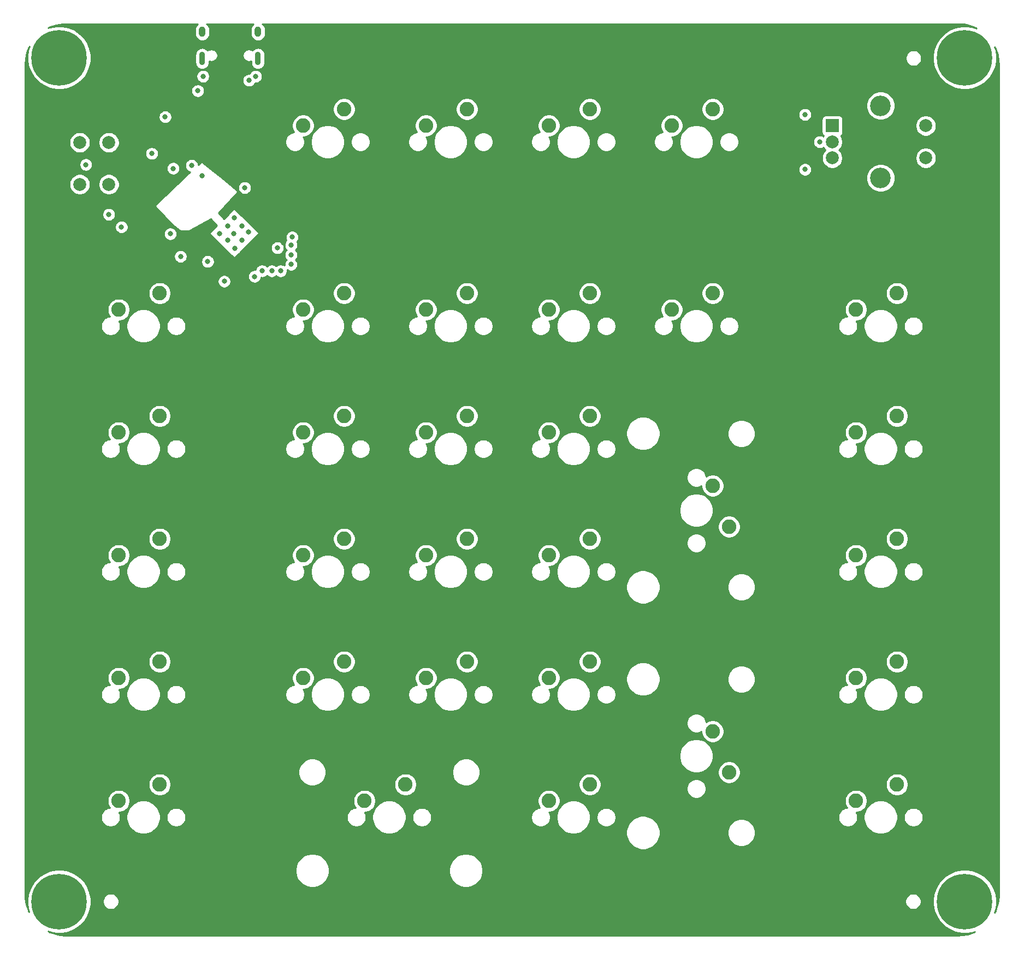
<source format=gbr>
G04 #@! TF.GenerationSoftware,KiCad,Pcbnew,(5.1.8)-1*
G04 #@! TF.CreationDate,2021-01-11T10:14:07+02:00*
G04 #@! TF.ProjectId,OsseyPad,4f737365-7950-4616-942e-6b696361645f,rev?*
G04 #@! TF.SameCoordinates,Original*
G04 #@! TF.FileFunction,Copper,L2,Inr*
G04 #@! TF.FilePolarity,Positive*
%FSLAX46Y46*%
G04 Gerber Fmt 4.6, Leading zero omitted, Abs format (unit mm)*
G04 Created by KiCad (PCBNEW (5.1.8)-1) date 2021-01-11 10:14:07*
%MOMM*%
%LPD*%
G01*
G04 APERTURE LIST*
G04 #@! TA.AperFunction,ComponentPad*
%ADD10O,0.900000X2.100000*%
G04 #@! TD*
G04 #@! TA.AperFunction,ComponentPad*
%ADD11O,1.000000X1.600000*%
G04 #@! TD*
G04 #@! TA.AperFunction,ComponentPad*
%ADD12C,2.250000*%
G04 #@! TD*
G04 #@! TA.AperFunction,ComponentPad*
%ADD13R,2.000000X2.000000*%
G04 #@! TD*
G04 #@! TA.AperFunction,ComponentPad*
%ADD14C,2.000000*%
G04 #@! TD*
G04 #@! TA.AperFunction,ComponentPad*
%ADD15C,3.200000*%
G04 #@! TD*
G04 #@! TA.AperFunction,ComponentPad*
%ADD16C,0.900000*%
G04 #@! TD*
G04 #@! TA.AperFunction,ComponentPad*
%ADD17C,8.600000*%
G04 #@! TD*
G04 #@! TA.AperFunction,ViaPad*
%ADD18C,0.800000*%
G04 #@! TD*
G04 #@! TA.AperFunction,Conductor*
%ADD19C,0.254000*%
G04 #@! TD*
G04 #@! TA.AperFunction,Conductor*
%ADD20C,0.100000*%
G04 #@! TD*
G04 APERTURE END LIST*
D10*
X55870000Y-27570000D03*
X47230000Y-27570000D03*
D11*
X55870000Y-23390000D03*
X47230000Y-23390000D03*
D12*
X69215000Y-35401250D03*
X62865000Y-37941250D03*
X40640000Y-83026250D03*
X34290000Y-85566250D03*
D13*
X144895000Y-37986250D03*
D14*
X144895000Y-40486250D03*
X144895000Y-42986250D03*
D15*
X152395000Y-34886250D03*
X152395000Y-46086250D03*
D14*
X159395000Y-37986250D03*
X159395000Y-42986250D03*
X28243750Y-47075000D03*
X32743750Y-47075000D03*
X28243750Y-40575000D03*
X32743750Y-40575000D03*
D12*
X40640000Y-63976250D03*
X34290000Y-66516250D03*
X78740000Y-140176250D03*
X72390000Y-142716250D03*
D16*
X167720419Y-156029581D03*
X165440000Y-155085000D03*
X163159581Y-156029581D03*
X162215000Y-158310000D03*
X163159581Y-160590419D03*
X165440000Y-161535000D03*
X167720419Y-160590419D03*
X168665000Y-158310000D03*
D17*
X165440000Y-158310000D03*
D16*
X27330419Y-156029581D03*
X25050000Y-155085000D03*
X22769581Y-156029581D03*
X21825000Y-158310000D03*
X22769581Y-160590419D03*
X25050000Y-161535000D03*
X27330419Y-160590419D03*
X28275000Y-158310000D03*
D17*
X25050000Y-158310000D03*
D16*
X167720419Y-25159581D03*
X165440000Y-24215000D03*
X163159581Y-25159581D03*
X162215000Y-27440000D03*
X163159581Y-29720419D03*
X165440000Y-30665000D03*
X167720419Y-29720419D03*
X168665000Y-27440000D03*
D17*
X165440000Y-27440000D03*
D16*
X27330419Y-25159581D03*
X25050000Y-24215000D03*
X22769581Y-25159581D03*
X21825000Y-27440000D03*
X22769581Y-29720419D03*
X25050000Y-30665000D03*
X27330419Y-29720419D03*
X28275000Y-27440000D03*
D17*
X25050000Y-27440000D03*
D12*
X154940000Y-140176250D03*
X148590000Y-142716250D03*
X128905000Y-138271250D03*
X126365000Y-131921250D03*
X107315000Y-140176250D03*
X100965000Y-142716250D03*
X40640000Y-140176250D03*
X34290000Y-142716250D03*
X154940000Y-121126250D03*
X148590000Y-123666250D03*
X107315000Y-121126250D03*
X100965000Y-123666250D03*
X88265000Y-121126250D03*
X81915000Y-123666250D03*
X69215000Y-121126250D03*
X62865000Y-123666250D03*
X40640000Y-121126250D03*
X34290000Y-123666250D03*
X154940000Y-102076250D03*
X148590000Y-104616250D03*
X128905000Y-100171250D03*
X126365000Y-93821250D03*
X107315000Y-102076250D03*
X100965000Y-104616250D03*
X88265000Y-102076250D03*
X81915000Y-104616250D03*
X69215000Y-102076250D03*
X62865000Y-104616250D03*
X40640000Y-102076250D03*
X34290000Y-104616250D03*
X154940000Y-83026250D03*
X148590000Y-85566250D03*
X107315000Y-83026250D03*
X100965000Y-85566250D03*
X88265000Y-83026250D03*
X81915000Y-85566250D03*
X69215000Y-83026250D03*
X62865000Y-85566250D03*
X154940000Y-63976250D03*
X148590000Y-66516250D03*
X126365000Y-63976250D03*
X120015000Y-66516250D03*
X107315000Y-63976250D03*
X100965000Y-66516250D03*
X88265000Y-63976250D03*
X81915000Y-66516250D03*
X69215000Y-63976250D03*
X62865000Y-66516250D03*
X126365000Y-35401250D03*
X120015000Y-37941250D03*
X107315000Y-35401250D03*
X100965000Y-37941250D03*
X88265000Y-35401250D03*
X81915000Y-37941250D03*
D18*
X61000000Y-56500000D03*
X61000000Y-58000000D03*
X61000000Y-59500000D03*
X59375000Y-60500000D03*
X56500000Y-60500000D03*
X58000000Y-60500000D03*
X52075000Y-54756250D03*
X54425000Y-54506250D03*
X49875000Y-54756250D03*
X61175000Y-55256250D03*
X53815000Y-47596250D03*
X43875000Y-58256250D03*
X42275000Y-54756250D03*
X48075000Y-59056250D03*
X142945000Y-40486250D03*
X140675000Y-44756250D03*
X140675000Y-36256250D03*
X39399264Y-42294728D03*
X42725000Y-44606250D03*
X52175000Y-52256250D03*
X52275000Y-57006250D03*
X53425000Y-55756250D03*
X53425000Y-53506250D03*
X51175000Y-53506250D03*
X51175000Y-55756250D03*
X45575000Y-44156250D03*
X29193750Y-44025000D03*
X47175000Y-45756250D03*
X41475000Y-36606250D03*
X55350000Y-61375000D03*
X50650000Y-62125000D03*
X58880000Y-56940000D03*
X55520000Y-30320000D03*
X47350000Y-30320000D03*
X42375000Y-56656250D03*
X45975000Y-54756250D03*
X54975000Y-48556250D03*
X48271967Y-57531250D03*
X144175000Y-48756250D03*
X144175000Y-32256250D03*
X39823528Y-38617772D03*
X38957322Y-39483978D03*
X42725000Y-42356250D03*
X53425000Y-63140000D03*
X49525000Y-61050000D03*
X59790000Y-56130000D03*
X54470000Y-30950000D03*
X46540000Y-32560000D03*
X32750000Y-51750000D03*
X34700000Y-53700000D03*
D19*
X46423551Y-22283551D02*
X46281716Y-22456377D01*
X46176324Y-22653554D01*
X46111423Y-22867502D01*
X46095000Y-23034249D01*
X46095000Y-23745752D01*
X46111423Y-23912499D01*
X46176324Y-24126447D01*
X46281717Y-24323623D01*
X46423552Y-24496449D01*
X46596378Y-24638284D01*
X46793554Y-24743676D01*
X47007502Y-24808577D01*
X47230000Y-24830491D01*
X47452499Y-24808577D01*
X47666447Y-24743676D01*
X47863623Y-24638284D01*
X48036449Y-24496449D01*
X48178284Y-24323623D01*
X48283676Y-24126446D01*
X48348577Y-23912498D01*
X48365000Y-23745751D01*
X48365000Y-23034248D01*
X48348577Y-22867501D01*
X48283676Y-22653553D01*
X48178284Y-22456377D01*
X48036449Y-22283551D01*
X47899610Y-22171250D01*
X55200390Y-22171250D01*
X55063551Y-22283551D01*
X54921716Y-22456377D01*
X54816324Y-22653554D01*
X54751423Y-22867502D01*
X54735000Y-23034249D01*
X54735000Y-23745752D01*
X54751423Y-23912499D01*
X54816324Y-24126447D01*
X54921717Y-24323623D01*
X55063552Y-24496449D01*
X55236378Y-24638284D01*
X55433554Y-24743676D01*
X55647502Y-24808577D01*
X55870000Y-24830491D01*
X56092499Y-24808577D01*
X56306447Y-24743676D01*
X56503623Y-24638284D01*
X56676449Y-24496449D01*
X56818284Y-24323623D01*
X56923676Y-24126446D01*
X56988577Y-23912498D01*
X57005000Y-23745751D01*
X57005000Y-23034248D01*
X56988577Y-22867501D01*
X56923676Y-22653553D01*
X56818284Y-22456377D01*
X56676449Y-22283551D01*
X56539610Y-22171250D01*
X164412726Y-22171250D01*
X165365724Y-22242070D01*
X166271118Y-22446940D01*
X167136282Y-22783384D01*
X167248366Y-22847445D01*
X166879486Y-22694650D01*
X165926055Y-22505000D01*
X164953945Y-22505000D01*
X164000514Y-22694650D01*
X163102401Y-23066660D01*
X162294121Y-23606735D01*
X161606735Y-24294121D01*
X161066660Y-25102401D01*
X160694650Y-26000514D01*
X160505000Y-26953945D01*
X160505000Y-27926055D01*
X160694650Y-28879486D01*
X161066660Y-29777599D01*
X161606735Y-30585879D01*
X162294121Y-31273265D01*
X163102401Y-31813340D01*
X164000514Y-32185350D01*
X164953945Y-32375000D01*
X165926055Y-32375000D01*
X166879486Y-32185350D01*
X167777599Y-31813340D01*
X168585879Y-31273265D01*
X169273265Y-30585879D01*
X169813340Y-29777599D01*
X170185350Y-28879486D01*
X170375000Y-27926055D01*
X170375000Y-26953945D01*
X170185350Y-26000514D01*
X170094046Y-25780086D01*
X170246929Y-26090101D01*
X170529927Y-26974189D01*
X170680954Y-27901526D01*
X170705001Y-28452300D01*
X170705000Y-157278976D01*
X170634180Y-158231974D01*
X170429310Y-159137368D01*
X170092866Y-160002532D01*
X170048070Y-160080909D01*
X170185350Y-159749486D01*
X170375000Y-158796055D01*
X170375000Y-157823945D01*
X170185350Y-156870514D01*
X169813340Y-155972401D01*
X169273265Y-155164121D01*
X168585879Y-154476735D01*
X167777599Y-153936660D01*
X166879486Y-153564650D01*
X165926055Y-153375000D01*
X164953945Y-153375000D01*
X164000514Y-153564650D01*
X163102401Y-153936660D01*
X162294121Y-154476735D01*
X161606735Y-155164121D01*
X161066660Y-155972401D01*
X160694650Y-156870514D01*
X160505000Y-157823945D01*
X160505000Y-158796055D01*
X160694650Y-159749486D01*
X161066660Y-160647599D01*
X161606735Y-161455879D01*
X162294121Y-162143265D01*
X163102401Y-162683340D01*
X164000514Y-163055350D01*
X164953945Y-163245000D01*
X165926055Y-163245000D01*
X166879486Y-163055350D01*
X167028978Y-162993429D01*
X166786149Y-163113178D01*
X165902061Y-163396177D01*
X164974724Y-163547204D01*
X164423973Y-163571250D01*
X26077287Y-163571250D01*
X25124275Y-163500429D01*
X24218881Y-163295559D01*
X23353718Y-162959115D01*
X23289309Y-162922303D01*
X23610514Y-163055350D01*
X24563945Y-163245000D01*
X25536055Y-163245000D01*
X26489486Y-163055350D01*
X27387599Y-162683340D01*
X28195879Y-162143265D01*
X28883265Y-161455879D01*
X29423340Y-160647599D01*
X29795350Y-159749486D01*
X29985000Y-158796055D01*
X29985000Y-158186890D01*
X31800048Y-158186890D01*
X31800048Y-158433110D01*
X31848083Y-158674598D01*
X31942307Y-158902074D01*
X32079099Y-159106798D01*
X32253202Y-159280901D01*
X32457926Y-159417693D01*
X32685402Y-159511917D01*
X32926890Y-159559952D01*
X33173110Y-159559952D01*
X33414598Y-159511917D01*
X33642074Y-159417693D01*
X33846798Y-159280901D01*
X34020901Y-159106798D01*
X34157693Y-158902074D01*
X34251917Y-158674598D01*
X34299952Y-158433110D01*
X34299952Y-158186890D01*
X156190048Y-158186890D01*
X156190048Y-158433110D01*
X156238083Y-158674598D01*
X156332307Y-158902074D01*
X156469099Y-159106798D01*
X156643202Y-159280901D01*
X156847926Y-159417693D01*
X157075402Y-159511917D01*
X157316890Y-159559952D01*
X157563110Y-159559952D01*
X157804598Y-159511917D01*
X158032074Y-159417693D01*
X158236798Y-159280901D01*
X158410901Y-159106798D01*
X158547693Y-158902074D01*
X158641917Y-158674598D01*
X158689952Y-158433110D01*
X158689952Y-158186890D01*
X158641917Y-157945402D01*
X158547693Y-157717926D01*
X158410901Y-157513202D01*
X158236798Y-157339099D01*
X158032074Y-157202307D01*
X157804598Y-157108083D01*
X157563110Y-157060048D01*
X157316890Y-157060048D01*
X157075402Y-157108083D01*
X156847926Y-157202307D01*
X156643202Y-157339099D01*
X156469099Y-157513202D01*
X156332307Y-157717926D01*
X156238083Y-157945402D01*
X156190048Y-158186890D01*
X34299952Y-158186890D01*
X34251917Y-157945402D01*
X34157693Y-157717926D01*
X34020901Y-157513202D01*
X33846798Y-157339099D01*
X33642074Y-157202307D01*
X33414598Y-157108083D01*
X33173110Y-157060048D01*
X32926890Y-157060048D01*
X32685402Y-157108083D01*
X32457926Y-157202307D01*
X32253202Y-157339099D01*
X32079099Y-157513202D01*
X31942307Y-157717926D01*
X31848083Y-157945402D01*
X31800048Y-158186890D01*
X29985000Y-158186890D01*
X29985000Y-157823945D01*
X29795350Y-156870514D01*
X29423340Y-155972401D01*
X28883265Y-155164121D01*
X28195879Y-154476735D01*
X27387599Y-153936660D01*
X26489486Y-153564650D01*
X25536055Y-153375000D01*
X24563945Y-153375000D01*
X23610514Y-153564650D01*
X22712401Y-153936660D01*
X21904121Y-154476735D01*
X21216735Y-155164121D01*
X20676660Y-155972401D01*
X20304650Y-156870514D01*
X20115000Y-157823945D01*
X20115000Y-158796055D01*
X20304650Y-159749486D01*
X20376547Y-159923062D01*
X20243073Y-159652404D01*
X19960073Y-158768310D01*
X19809046Y-157840974D01*
X19785000Y-157290223D01*
X19785000Y-153252326D01*
X61664850Y-153252326D01*
X61664850Y-153770174D01*
X61765877Y-154278072D01*
X61964049Y-154756501D01*
X62251750Y-155187076D01*
X62617924Y-155553250D01*
X63048499Y-155840951D01*
X63526928Y-156039123D01*
X64034826Y-156140150D01*
X64552674Y-156140150D01*
X65060572Y-156039123D01*
X65539001Y-155840951D01*
X65969576Y-155553250D01*
X66335750Y-155187076D01*
X66623451Y-154756501D01*
X66821623Y-154278072D01*
X66922650Y-153770174D01*
X66922650Y-153252326D01*
X85477350Y-153252326D01*
X85477350Y-153770174D01*
X85578377Y-154278072D01*
X85776549Y-154756501D01*
X86064250Y-155187076D01*
X86430424Y-155553250D01*
X86860999Y-155840951D01*
X87339428Y-156039123D01*
X87847326Y-156140150D01*
X88365174Y-156140150D01*
X88873072Y-156039123D01*
X89351501Y-155840951D01*
X89782076Y-155553250D01*
X90148250Y-155187076D01*
X90435951Y-154756501D01*
X90634123Y-154278072D01*
X90735150Y-153770174D01*
X90735150Y-153252326D01*
X90634123Y-152744428D01*
X90435951Y-152265999D01*
X90148250Y-151835424D01*
X89782076Y-151469250D01*
X89351501Y-151181549D01*
X88873072Y-150983377D01*
X88365174Y-150882350D01*
X87847326Y-150882350D01*
X87339428Y-150983377D01*
X86860999Y-151181549D01*
X86430424Y-151469250D01*
X86064250Y-151835424D01*
X85776549Y-152265999D01*
X85578377Y-152744428D01*
X85477350Y-153252326D01*
X66922650Y-153252326D01*
X66821623Y-152744428D01*
X66623451Y-152265999D01*
X66335750Y-151835424D01*
X65969576Y-151469250D01*
X65539001Y-151181549D01*
X65060572Y-150983377D01*
X64552674Y-150882350D01*
X64034826Y-150882350D01*
X63526928Y-150983377D01*
X63048499Y-151181549D01*
X62617924Y-151469250D01*
X62251750Y-151835424D01*
X61964049Y-152265999D01*
X61765877Y-152744428D01*
X61664850Y-153252326D01*
X19785000Y-153252326D01*
X19785000Y-145107528D01*
X31510000Y-145107528D01*
X31510000Y-145404972D01*
X31568029Y-145696701D01*
X31681856Y-145971503D01*
X31847107Y-146218819D01*
X32057431Y-146429143D01*
X32304747Y-146594394D01*
X32579549Y-146708221D01*
X32871278Y-146766250D01*
X33168722Y-146766250D01*
X33460451Y-146708221D01*
X33735253Y-146594394D01*
X33982569Y-146429143D01*
X34192893Y-146218819D01*
X34358144Y-145971503D01*
X34471971Y-145696701D01*
X34530000Y-145404972D01*
X34530000Y-145107528D01*
X34508080Y-144997326D01*
X35471100Y-144997326D01*
X35471100Y-145515174D01*
X35572127Y-146023072D01*
X35770299Y-146501501D01*
X36058000Y-146932076D01*
X36424174Y-147298250D01*
X36854749Y-147585951D01*
X37333178Y-147784123D01*
X37841076Y-147885150D01*
X38358924Y-147885150D01*
X38866822Y-147784123D01*
X39345251Y-147585951D01*
X39775826Y-147298250D01*
X40142000Y-146932076D01*
X40429701Y-146501501D01*
X40627873Y-146023072D01*
X40728900Y-145515174D01*
X40728900Y-145107528D01*
X41670000Y-145107528D01*
X41670000Y-145404972D01*
X41728029Y-145696701D01*
X41841856Y-145971503D01*
X42007107Y-146218819D01*
X42217431Y-146429143D01*
X42464747Y-146594394D01*
X42739549Y-146708221D01*
X43031278Y-146766250D01*
X43328722Y-146766250D01*
X43620451Y-146708221D01*
X43895253Y-146594394D01*
X44142569Y-146429143D01*
X44352893Y-146218819D01*
X44518144Y-145971503D01*
X44631971Y-145696701D01*
X44690000Y-145404972D01*
X44690000Y-145107528D01*
X69610000Y-145107528D01*
X69610000Y-145404972D01*
X69668029Y-145696701D01*
X69781856Y-145971503D01*
X69947107Y-146218819D01*
X70157431Y-146429143D01*
X70404747Y-146594394D01*
X70679549Y-146708221D01*
X70971278Y-146766250D01*
X71268722Y-146766250D01*
X71560451Y-146708221D01*
X71835253Y-146594394D01*
X72082569Y-146429143D01*
X72292893Y-146218819D01*
X72458144Y-145971503D01*
X72571971Y-145696701D01*
X72630000Y-145404972D01*
X72630000Y-145107528D01*
X72608080Y-144997326D01*
X73571100Y-144997326D01*
X73571100Y-145515174D01*
X73672127Y-146023072D01*
X73870299Y-146501501D01*
X74158000Y-146932076D01*
X74524174Y-147298250D01*
X74954749Y-147585951D01*
X75433178Y-147784123D01*
X75941076Y-147885150D01*
X76458924Y-147885150D01*
X76966822Y-147784123D01*
X77445251Y-147585951D01*
X77875826Y-147298250D01*
X78242000Y-146932076D01*
X78529701Y-146501501D01*
X78727873Y-146023072D01*
X78828900Y-145515174D01*
X78828900Y-145107528D01*
X79770000Y-145107528D01*
X79770000Y-145404972D01*
X79828029Y-145696701D01*
X79941856Y-145971503D01*
X80107107Y-146218819D01*
X80317431Y-146429143D01*
X80564747Y-146594394D01*
X80839549Y-146708221D01*
X81131278Y-146766250D01*
X81428722Y-146766250D01*
X81720451Y-146708221D01*
X81995253Y-146594394D01*
X82242569Y-146429143D01*
X82452893Y-146218819D01*
X82618144Y-145971503D01*
X82731971Y-145696701D01*
X82790000Y-145404972D01*
X82790000Y-145107528D01*
X98185000Y-145107528D01*
X98185000Y-145404972D01*
X98243029Y-145696701D01*
X98356856Y-145971503D01*
X98522107Y-146218819D01*
X98732431Y-146429143D01*
X98979747Y-146594394D01*
X99254549Y-146708221D01*
X99546278Y-146766250D01*
X99843722Y-146766250D01*
X100135451Y-146708221D01*
X100410253Y-146594394D01*
X100657569Y-146429143D01*
X100867893Y-146218819D01*
X101033144Y-145971503D01*
X101146971Y-145696701D01*
X101205000Y-145404972D01*
X101205000Y-145107528D01*
X101183080Y-144997326D01*
X102146100Y-144997326D01*
X102146100Y-145515174D01*
X102247127Y-146023072D01*
X102445299Y-146501501D01*
X102733000Y-146932076D01*
X103099174Y-147298250D01*
X103529749Y-147585951D01*
X104008178Y-147784123D01*
X104516076Y-147885150D01*
X105033924Y-147885150D01*
X105541822Y-147784123D01*
X106020251Y-147585951D01*
X106330609Y-147378576D01*
X112941100Y-147378576D01*
X112941100Y-147896424D01*
X113042127Y-148404322D01*
X113240299Y-148882751D01*
X113528000Y-149313326D01*
X113894174Y-149679500D01*
X114324749Y-149967201D01*
X114803178Y-150165373D01*
X115311076Y-150266400D01*
X115828924Y-150266400D01*
X116336822Y-150165373D01*
X116815251Y-149967201D01*
X117245826Y-149679500D01*
X117612000Y-149313326D01*
X117899701Y-148882751D01*
X118097873Y-148404322D01*
X118198900Y-147896424D01*
X118198900Y-147424857D01*
X128651000Y-147424857D01*
X128651000Y-147850143D01*
X128733970Y-148267257D01*
X128896719Y-148660170D01*
X129132996Y-149013782D01*
X129433718Y-149314504D01*
X129787330Y-149550781D01*
X130180243Y-149713530D01*
X130597357Y-149796500D01*
X131022643Y-149796500D01*
X131439757Y-149713530D01*
X131832670Y-149550781D01*
X132186282Y-149314504D01*
X132487004Y-149013782D01*
X132723281Y-148660170D01*
X132886030Y-148267257D01*
X132969000Y-147850143D01*
X132969000Y-147424857D01*
X132886030Y-147007743D01*
X132723281Y-146614830D01*
X132487004Y-146261218D01*
X132186282Y-145960496D01*
X131832670Y-145724219D01*
X131439757Y-145561470D01*
X131022643Y-145478500D01*
X130597357Y-145478500D01*
X130180243Y-145561470D01*
X129787330Y-145724219D01*
X129433718Y-145960496D01*
X129132996Y-146261218D01*
X128896719Y-146614830D01*
X128733970Y-147007743D01*
X128651000Y-147424857D01*
X118198900Y-147424857D01*
X118198900Y-147378576D01*
X118097873Y-146870678D01*
X117899701Y-146392249D01*
X117612000Y-145961674D01*
X117245826Y-145595500D01*
X116815251Y-145307799D01*
X116336822Y-145109627D01*
X116326270Y-145107528D01*
X145810000Y-145107528D01*
X145810000Y-145404972D01*
X145868029Y-145696701D01*
X145981856Y-145971503D01*
X146147107Y-146218819D01*
X146357431Y-146429143D01*
X146604747Y-146594394D01*
X146879549Y-146708221D01*
X147171278Y-146766250D01*
X147468722Y-146766250D01*
X147760451Y-146708221D01*
X148035253Y-146594394D01*
X148282569Y-146429143D01*
X148492893Y-146218819D01*
X148658144Y-145971503D01*
X148771971Y-145696701D01*
X148830000Y-145404972D01*
X148830000Y-145107528D01*
X148808080Y-144997326D01*
X149771100Y-144997326D01*
X149771100Y-145515174D01*
X149872127Y-146023072D01*
X150070299Y-146501501D01*
X150358000Y-146932076D01*
X150724174Y-147298250D01*
X151154749Y-147585951D01*
X151633178Y-147784123D01*
X152141076Y-147885150D01*
X152658924Y-147885150D01*
X153166822Y-147784123D01*
X153645251Y-147585951D01*
X154075826Y-147298250D01*
X154442000Y-146932076D01*
X154729701Y-146501501D01*
X154927873Y-146023072D01*
X155028900Y-145515174D01*
X155028900Y-145107528D01*
X155970000Y-145107528D01*
X155970000Y-145404972D01*
X156028029Y-145696701D01*
X156141856Y-145971503D01*
X156307107Y-146218819D01*
X156517431Y-146429143D01*
X156764747Y-146594394D01*
X157039549Y-146708221D01*
X157331278Y-146766250D01*
X157628722Y-146766250D01*
X157920451Y-146708221D01*
X158195253Y-146594394D01*
X158442569Y-146429143D01*
X158652893Y-146218819D01*
X158818144Y-145971503D01*
X158931971Y-145696701D01*
X158990000Y-145404972D01*
X158990000Y-145107528D01*
X158931971Y-144815799D01*
X158818144Y-144540997D01*
X158652893Y-144293681D01*
X158442569Y-144083357D01*
X158195253Y-143918106D01*
X157920451Y-143804279D01*
X157628722Y-143746250D01*
X157331278Y-143746250D01*
X157039549Y-143804279D01*
X156764747Y-143918106D01*
X156517431Y-144083357D01*
X156307107Y-144293681D01*
X156141856Y-144540997D01*
X156028029Y-144815799D01*
X155970000Y-145107528D01*
X155028900Y-145107528D01*
X155028900Y-144997326D01*
X154927873Y-144489428D01*
X154729701Y-144010999D01*
X154442000Y-143580424D01*
X154075826Y-143214250D01*
X153645251Y-142926549D01*
X153166822Y-142728377D01*
X152658924Y-142627350D01*
X152141076Y-142627350D01*
X151633178Y-142728377D01*
X151154749Y-142926549D01*
X150724174Y-143214250D01*
X150358000Y-143580424D01*
X150070299Y-144010999D01*
X149872127Y-144489428D01*
X149771100Y-144997326D01*
X148808080Y-144997326D01*
X148771971Y-144815799D01*
X148658144Y-144540997D01*
X148614882Y-144476250D01*
X148763345Y-144476250D01*
X149103373Y-144408614D01*
X149423673Y-144275942D01*
X149711935Y-144083331D01*
X149957081Y-143838185D01*
X150149692Y-143549923D01*
X150282364Y-143229623D01*
X150350000Y-142889595D01*
X150350000Y-142542905D01*
X150282364Y-142202877D01*
X150149692Y-141882577D01*
X149957081Y-141594315D01*
X149711935Y-141349169D01*
X149423673Y-141156558D01*
X149103373Y-141023886D01*
X148763345Y-140956250D01*
X148416655Y-140956250D01*
X148076627Y-141023886D01*
X147756327Y-141156558D01*
X147468065Y-141349169D01*
X147222919Y-141594315D01*
X147030308Y-141882577D01*
X146897636Y-142202877D01*
X146830000Y-142542905D01*
X146830000Y-142889595D01*
X146897636Y-143229623D01*
X147030308Y-143549923D01*
X147162638Y-143747969D01*
X146879549Y-143804279D01*
X146604747Y-143918106D01*
X146357431Y-144083357D01*
X146147107Y-144293681D01*
X145981856Y-144540997D01*
X145868029Y-144815799D01*
X145810000Y-145107528D01*
X116326270Y-145107528D01*
X115828924Y-145008600D01*
X115311076Y-145008600D01*
X114803178Y-145109627D01*
X114324749Y-145307799D01*
X113894174Y-145595500D01*
X113528000Y-145961674D01*
X113240299Y-146392249D01*
X113042127Y-146870678D01*
X112941100Y-147378576D01*
X106330609Y-147378576D01*
X106450826Y-147298250D01*
X106817000Y-146932076D01*
X107104701Y-146501501D01*
X107302873Y-146023072D01*
X107403900Y-145515174D01*
X107403900Y-145107528D01*
X108345000Y-145107528D01*
X108345000Y-145404972D01*
X108403029Y-145696701D01*
X108516856Y-145971503D01*
X108682107Y-146218819D01*
X108892431Y-146429143D01*
X109139747Y-146594394D01*
X109414549Y-146708221D01*
X109706278Y-146766250D01*
X110003722Y-146766250D01*
X110295451Y-146708221D01*
X110570253Y-146594394D01*
X110817569Y-146429143D01*
X111027893Y-146218819D01*
X111193144Y-145971503D01*
X111306971Y-145696701D01*
X111365000Y-145404972D01*
X111365000Y-145107528D01*
X111306971Y-144815799D01*
X111193144Y-144540997D01*
X111027893Y-144293681D01*
X110817569Y-144083357D01*
X110570253Y-143918106D01*
X110295451Y-143804279D01*
X110003722Y-143746250D01*
X109706278Y-143746250D01*
X109414549Y-143804279D01*
X109139747Y-143918106D01*
X108892431Y-144083357D01*
X108682107Y-144293681D01*
X108516856Y-144540997D01*
X108403029Y-144815799D01*
X108345000Y-145107528D01*
X107403900Y-145107528D01*
X107403900Y-144997326D01*
X107302873Y-144489428D01*
X107104701Y-144010999D01*
X106817000Y-143580424D01*
X106450826Y-143214250D01*
X106020251Y-142926549D01*
X105541822Y-142728377D01*
X105033924Y-142627350D01*
X104516076Y-142627350D01*
X104008178Y-142728377D01*
X103529749Y-142926549D01*
X103099174Y-143214250D01*
X102733000Y-143580424D01*
X102445299Y-144010999D01*
X102247127Y-144489428D01*
X102146100Y-144997326D01*
X101183080Y-144997326D01*
X101146971Y-144815799D01*
X101033144Y-144540997D01*
X100989882Y-144476250D01*
X101138345Y-144476250D01*
X101478373Y-144408614D01*
X101798673Y-144275942D01*
X102086935Y-144083331D01*
X102332081Y-143838185D01*
X102524692Y-143549923D01*
X102657364Y-143229623D01*
X102725000Y-142889595D01*
X102725000Y-142542905D01*
X102657364Y-142202877D01*
X102524692Y-141882577D01*
X102332081Y-141594315D01*
X102086935Y-141349169D01*
X101798673Y-141156558D01*
X101478373Y-141023886D01*
X101138345Y-140956250D01*
X100791655Y-140956250D01*
X100451627Y-141023886D01*
X100131327Y-141156558D01*
X99843065Y-141349169D01*
X99597919Y-141594315D01*
X99405308Y-141882577D01*
X99272636Y-142202877D01*
X99205000Y-142542905D01*
X99205000Y-142889595D01*
X99272636Y-143229623D01*
X99405308Y-143549923D01*
X99537638Y-143747969D01*
X99254549Y-143804279D01*
X98979747Y-143918106D01*
X98732431Y-144083357D01*
X98522107Y-144293681D01*
X98356856Y-144540997D01*
X98243029Y-144815799D01*
X98185000Y-145107528D01*
X82790000Y-145107528D01*
X82731971Y-144815799D01*
X82618144Y-144540997D01*
X82452893Y-144293681D01*
X82242569Y-144083357D01*
X81995253Y-143918106D01*
X81720451Y-143804279D01*
X81428722Y-143746250D01*
X81131278Y-143746250D01*
X80839549Y-143804279D01*
X80564747Y-143918106D01*
X80317431Y-144083357D01*
X80107107Y-144293681D01*
X79941856Y-144540997D01*
X79828029Y-144815799D01*
X79770000Y-145107528D01*
X78828900Y-145107528D01*
X78828900Y-144997326D01*
X78727873Y-144489428D01*
X78529701Y-144010999D01*
X78242000Y-143580424D01*
X77875826Y-143214250D01*
X77445251Y-142926549D01*
X76966822Y-142728377D01*
X76458924Y-142627350D01*
X75941076Y-142627350D01*
X75433178Y-142728377D01*
X74954749Y-142926549D01*
X74524174Y-143214250D01*
X74158000Y-143580424D01*
X73870299Y-144010999D01*
X73672127Y-144489428D01*
X73571100Y-144997326D01*
X72608080Y-144997326D01*
X72571971Y-144815799D01*
X72458144Y-144540997D01*
X72414882Y-144476250D01*
X72563345Y-144476250D01*
X72903373Y-144408614D01*
X73223673Y-144275942D01*
X73511935Y-144083331D01*
X73757081Y-143838185D01*
X73949692Y-143549923D01*
X74082364Y-143229623D01*
X74150000Y-142889595D01*
X74150000Y-142542905D01*
X74082364Y-142202877D01*
X73949692Y-141882577D01*
X73757081Y-141594315D01*
X73511935Y-141349169D01*
X73223673Y-141156558D01*
X72903373Y-141023886D01*
X72563345Y-140956250D01*
X72216655Y-140956250D01*
X71876627Y-141023886D01*
X71556327Y-141156558D01*
X71268065Y-141349169D01*
X71022919Y-141594315D01*
X70830308Y-141882577D01*
X70697636Y-142202877D01*
X70630000Y-142542905D01*
X70630000Y-142889595D01*
X70697636Y-143229623D01*
X70830308Y-143549923D01*
X70962638Y-143747969D01*
X70679549Y-143804279D01*
X70404747Y-143918106D01*
X70157431Y-144083357D01*
X69947107Y-144293681D01*
X69781856Y-144540997D01*
X69668029Y-144815799D01*
X69610000Y-145107528D01*
X44690000Y-145107528D01*
X44631971Y-144815799D01*
X44518144Y-144540997D01*
X44352893Y-144293681D01*
X44142569Y-144083357D01*
X43895253Y-143918106D01*
X43620451Y-143804279D01*
X43328722Y-143746250D01*
X43031278Y-143746250D01*
X42739549Y-143804279D01*
X42464747Y-143918106D01*
X42217431Y-144083357D01*
X42007107Y-144293681D01*
X41841856Y-144540997D01*
X41728029Y-144815799D01*
X41670000Y-145107528D01*
X40728900Y-145107528D01*
X40728900Y-144997326D01*
X40627873Y-144489428D01*
X40429701Y-144010999D01*
X40142000Y-143580424D01*
X39775826Y-143214250D01*
X39345251Y-142926549D01*
X38866822Y-142728377D01*
X38358924Y-142627350D01*
X37841076Y-142627350D01*
X37333178Y-142728377D01*
X36854749Y-142926549D01*
X36424174Y-143214250D01*
X36058000Y-143580424D01*
X35770299Y-144010999D01*
X35572127Y-144489428D01*
X35471100Y-144997326D01*
X34508080Y-144997326D01*
X34471971Y-144815799D01*
X34358144Y-144540997D01*
X34314882Y-144476250D01*
X34463345Y-144476250D01*
X34803373Y-144408614D01*
X35123673Y-144275942D01*
X35411935Y-144083331D01*
X35657081Y-143838185D01*
X35849692Y-143549923D01*
X35982364Y-143229623D01*
X36050000Y-142889595D01*
X36050000Y-142542905D01*
X35982364Y-142202877D01*
X35849692Y-141882577D01*
X35657081Y-141594315D01*
X35411935Y-141349169D01*
X35123673Y-141156558D01*
X34803373Y-141023886D01*
X34463345Y-140956250D01*
X34116655Y-140956250D01*
X33776627Y-141023886D01*
X33456327Y-141156558D01*
X33168065Y-141349169D01*
X32922919Y-141594315D01*
X32730308Y-141882577D01*
X32597636Y-142202877D01*
X32530000Y-142542905D01*
X32530000Y-142889595D01*
X32597636Y-143229623D01*
X32730308Y-143549923D01*
X32862638Y-143747969D01*
X32579549Y-143804279D01*
X32304747Y-143918106D01*
X32057431Y-144083357D01*
X31847107Y-144293681D01*
X31681856Y-144540997D01*
X31568029Y-144815799D01*
X31510000Y-145107528D01*
X19785000Y-145107528D01*
X19785000Y-140002905D01*
X38880000Y-140002905D01*
X38880000Y-140349595D01*
X38947636Y-140689623D01*
X39080308Y-141009923D01*
X39272919Y-141298185D01*
X39518065Y-141543331D01*
X39806327Y-141735942D01*
X40126627Y-141868614D01*
X40466655Y-141936250D01*
X40813345Y-141936250D01*
X41153373Y-141868614D01*
X41473673Y-141735942D01*
X41761935Y-141543331D01*
X42007081Y-141298185D01*
X42199692Y-141009923D01*
X42332364Y-140689623D01*
X42400000Y-140349595D01*
X42400000Y-140002905D01*
X42332364Y-139662877D01*
X42199692Y-139342577D01*
X42007081Y-139054315D01*
X41761935Y-138809169D01*
X41473673Y-138616558D01*
X41153373Y-138483886D01*
X40813345Y-138416250D01*
X40466655Y-138416250D01*
X40126627Y-138483886D01*
X39806327Y-138616558D01*
X39518065Y-138809169D01*
X39272919Y-139054315D01*
X39080308Y-139342577D01*
X38947636Y-139662877D01*
X38880000Y-140002905D01*
X19785000Y-140002905D01*
X19785000Y-138058607D01*
X62134750Y-138058607D01*
X62134750Y-138483893D01*
X62217720Y-138901007D01*
X62380469Y-139293920D01*
X62616746Y-139647532D01*
X62917468Y-139948254D01*
X63271080Y-140184531D01*
X63663993Y-140347280D01*
X64081107Y-140430250D01*
X64506393Y-140430250D01*
X64923507Y-140347280D01*
X65316420Y-140184531D01*
X65588241Y-140002905D01*
X76980000Y-140002905D01*
X76980000Y-140349595D01*
X77047636Y-140689623D01*
X77180308Y-141009923D01*
X77372919Y-141298185D01*
X77618065Y-141543331D01*
X77906327Y-141735942D01*
X78226627Y-141868614D01*
X78566655Y-141936250D01*
X78913345Y-141936250D01*
X79253373Y-141868614D01*
X79573673Y-141735942D01*
X79861935Y-141543331D01*
X80107081Y-141298185D01*
X80299692Y-141009923D01*
X80432364Y-140689623D01*
X80500000Y-140349595D01*
X80500000Y-140002905D01*
X80432364Y-139662877D01*
X80299692Y-139342577D01*
X80107081Y-139054315D01*
X79861935Y-138809169D01*
X79573673Y-138616558D01*
X79253373Y-138483886D01*
X78913345Y-138416250D01*
X78566655Y-138416250D01*
X78226627Y-138483886D01*
X77906327Y-138616558D01*
X77618065Y-138809169D01*
X77372919Y-139054315D01*
X77180308Y-139342577D01*
X77047636Y-139662877D01*
X76980000Y-140002905D01*
X65588241Y-140002905D01*
X65670032Y-139948254D01*
X65970754Y-139647532D01*
X66207031Y-139293920D01*
X66369780Y-138901007D01*
X66452750Y-138483893D01*
X66452750Y-138058607D01*
X85947250Y-138058607D01*
X85947250Y-138483893D01*
X86030220Y-138901007D01*
X86192969Y-139293920D01*
X86429246Y-139647532D01*
X86729968Y-139948254D01*
X87083580Y-140184531D01*
X87476493Y-140347280D01*
X87893607Y-140430250D01*
X88318893Y-140430250D01*
X88736007Y-140347280D01*
X89128920Y-140184531D01*
X89400741Y-140002905D01*
X105555000Y-140002905D01*
X105555000Y-140349595D01*
X105622636Y-140689623D01*
X105755308Y-141009923D01*
X105947919Y-141298185D01*
X106193065Y-141543331D01*
X106481327Y-141735942D01*
X106801627Y-141868614D01*
X107141655Y-141936250D01*
X107488345Y-141936250D01*
X107828373Y-141868614D01*
X108148673Y-141735942D01*
X108436935Y-141543331D01*
X108682081Y-141298185D01*
X108874692Y-141009923D01*
X109007364Y-140689623D01*
X109012753Y-140662528D01*
X122315000Y-140662528D01*
X122315000Y-140959972D01*
X122373029Y-141251701D01*
X122486856Y-141526503D01*
X122652107Y-141773819D01*
X122862431Y-141984143D01*
X123109747Y-142149394D01*
X123384549Y-142263221D01*
X123676278Y-142321250D01*
X123973722Y-142321250D01*
X124265451Y-142263221D01*
X124540253Y-142149394D01*
X124787569Y-141984143D01*
X124997893Y-141773819D01*
X125163144Y-141526503D01*
X125276971Y-141251701D01*
X125335000Y-140959972D01*
X125335000Y-140662528D01*
X125276971Y-140370799D01*
X125163144Y-140095997D01*
X124997893Y-139848681D01*
X124787569Y-139638357D01*
X124540253Y-139473106D01*
X124265451Y-139359279D01*
X123973722Y-139301250D01*
X123676278Y-139301250D01*
X123384549Y-139359279D01*
X123109747Y-139473106D01*
X122862431Y-139638357D01*
X122652107Y-139848681D01*
X122486856Y-140095997D01*
X122373029Y-140370799D01*
X122315000Y-140662528D01*
X109012753Y-140662528D01*
X109075000Y-140349595D01*
X109075000Y-140002905D01*
X109007364Y-139662877D01*
X108874692Y-139342577D01*
X108682081Y-139054315D01*
X108436935Y-138809169D01*
X108148673Y-138616558D01*
X107828373Y-138483886D01*
X107488345Y-138416250D01*
X107141655Y-138416250D01*
X106801627Y-138483886D01*
X106481327Y-138616558D01*
X106193065Y-138809169D01*
X105947919Y-139054315D01*
X105755308Y-139342577D01*
X105622636Y-139662877D01*
X105555000Y-140002905D01*
X89400741Y-140002905D01*
X89482532Y-139948254D01*
X89783254Y-139647532D01*
X90019531Y-139293920D01*
X90182280Y-138901007D01*
X90265250Y-138483893D01*
X90265250Y-138058607D01*
X90182280Y-137641493D01*
X90019531Y-137248580D01*
X89783254Y-136894968D01*
X89482532Y-136594246D01*
X89128920Y-136357969D01*
X88736007Y-136195220D01*
X88318893Y-136112250D01*
X87893607Y-136112250D01*
X87476493Y-136195220D01*
X87083580Y-136357969D01*
X86729968Y-136594246D01*
X86429246Y-136894968D01*
X86192969Y-137248580D01*
X86030220Y-137641493D01*
X85947250Y-138058607D01*
X66452750Y-138058607D01*
X66369780Y-137641493D01*
X66207031Y-137248580D01*
X65970754Y-136894968D01*
X65670032Y-136594246D01*
X65316420Y-136357969D01*
X64923507Y-136195220D01*
X64506393Y-136112250D01*
X64081107Y-136112250D01*
X63663993Y-136195220D01*
X63271080Y-136357969D01*
X62917468Y-136594246D01*
X62616746Y-136894968D01*
X62380469Y-137248580D01*
X62217720Y-137641493D01*
X62134750Y-138058607D01*
X19785000Y-138058607D01*
X19785000Y-135472326D01*
X121196100Y-135472326D01*
X121196100Y-135990174D01*
X121297127Y-136498072D01*
X121495299Y-136976501D01*
X121783000Y-137407076D01*
X122149174Y-137773250D01*
X122579749Y-138060951D01*
X123058178Y-138259123D01*
X123566076Y-138360150D01*
X124083924Y-138360150D01*
X124591822Y-138259123D01*
X124981036Y-138097905D01*
X127145000Y-138097905D01*
X127145000Y-138444595D01*
X127212636Y-138784623D01*
X127345308Y-139104923D01*
X127537919Y-139393185D01*
X127783065Y-139638331D01*
X128071327Y-139830942D01*
X128391627Y-139963614D01*
X128731655Y-140031250D01*
X129078345Y-140031250D01*
X129220844Y-140002905D01*
X153180000Y-140002905D01*
X153180000Y-140349595D01*
X153247636Y-140689623D01*
X153380308Y-141009923D01*
X153572919Y-141298185D01*
X153818065Y-141543331D01*
X154106327Y-141735942D01*
X154426627Y-141868614D01*
X154766655Y-141936250D01*
X155113345Y-141936250D01*
X155453373Y-141868614D01*
X155773673Y-141735942D01*
X156061935Y-141543331D01*
X156307081Y-141298185D01*
X156499692Y-141009923D01*
X156632364Y-140689623D01*
X156700000Y-140349595D01*
X156700000Y-140002905D01*
X156632364Y-139662877D01*
X156499692Y-139342577D01*
X156307081Y-139054315D01*
X156061935Y-138809169D01*
X155773673Y-138616558D01*
X155453373Y-138483886D01*
X155113345Y-138416250D01*
X154766655Y-138416250D01*
X154426627Y-138483886D01*
X154106327Y-138616558D01*
X153818065Y-138809169D01*
X153572919Y-139054315D01*
X153380308Y-139342577D01*
X153247636Y-139662877D01*
X153180000Y-140002905D01*
X129220844Y-140002905D01*
X129418373Y-139963614D01*
X129738673Y-139830942D01*
X130026935Y-139638331D01*
X130272081Y-139393185D01*
X130464692Y-139104923D01*
X130597364Y-138784623D01*
X130665000Y-138444595D01*
X130665000Y-138097905D01*
X130597364Y-137757877D01*
X130464692Y-137437577D01*
X130272081Y-137149315D01*
X130026935Y-136904169D01*
X129738673Y-136711558D01*
X129418373Y-136578886D01*
X129078345Y-136511250D01*
X128731655Y-136511250D01*
X128391627Y-136578886D01*
X128071327Y-136711558D01*
X127783065Y-136904169D01*
X127537919Y-137149315D01*
X127345308Y-137437577D01*
X127212636Y-137757877D01*
X127145000Y-138097905D01*
X124981036Y-138097905D01*
X125070251Y-138060951D01*
X125500826Y-137773250D01*
X125867000Y-137407076D01*
X126154701Y-136976501D01*
X126352873Y-136498072D01*
X126453900Y-135990174D01*
X126453900Y-135472326D01*
X126352873Y-134964428D01*
X126154701Y-134485999D01*
X125867000Y-134055424D01*
X125500826Y-133689250D01*
X125070251Y-133401549D01*
X124591822Y-133203377D01*
X124083924Y-133102350D01*
X123566076Y-133102350D01*
X123058178Y-133203377D01*
X122579749Y-133401549D01*
X122149174Y-133689250D01*
X121783000Y-134055424D01*
X121495299Y-134485999D01*
X121297127Y-134964428D01*
X121196100Y-135472326D01*
X19785000Y-135472326D01*
X19785000Y-130502528D01*
X122315000Y-130502528D01*
X122315000Y-130799972D01*
X122373029Y-131091701D01*
X122486856Y-131366503D01*
X122652107Y-131613819D01*
X122862431Y-131824143D01*
X123109747Y-131989394D01*
X123384549Y-132103221D01*
X123676278Y-132161250D01*
X123973722Y-132161250D01*
X124265451Y-132103221D01*
X124540253Y-131989394D01*
X124605000Y-131946132D01*
X124605000Y-132094595D01*
X124672636Y-132434623D01*
X124805308Y-132754923D01*
X124997919Y-133043185D01*
X125243065Y-133288331D01*
X125531327Y-133480942D01*
X125851627Y-133613614D01*
X126191655Y-133681250D01*
X126538345Y-133681250D01*
X126878373Y-133613614D01*
X127198673Y-133480942D01*
X127486935Y-133288331D01*
X127732081Y-133043185D01*
X127924692Y-132754923D01*
X128057364Y-132434623D01*
X128125000Y-132094595D01*
X128125000Y-131747905D01*
X128057364Y-131407877D01*
X127924692Y-131087577D01*
X127732081Y-130799315D01*
X127486935Y-130554169D01*
X127198673Y-130361558D01*
X126878373Y-130228886D01*
X126538345Y-130161250D01*
X126191655Y-130161250D01*
X125851627Y-130228886D01*
X125531327Y-130361558D01*
X125333281Y-130493888D01*
X125276971Y-130210799D01*
X125163144Y-129935997D01*
X124997893Y-129688681D01*
X124787569Y-129478357D01*
X124540253Y-129313106D01*
X124265451Y-129199279D01*
X123973722Y-129141250D01*
X123676278Y-129141250D01*
X123384549Y-129199279D01*
X123109747Y-129313106D01*
X122862431Y-129478357D01*
X122652107Y-129688681D01*
X122486856Y-129935997D01*
X122373029Y-130210799D01*
X122315000Y-130502528D01*
X19785000Y-130502528D01*
X19785000Y-126057528D01*
X31510000Y-126057528D01*
X31510000Y-126354972D01*
X31568029Y-126646701D01*
X31681856Y-126921503D01*
X31847107Y-127168819D01*
X32057431Y-127379143D01*
X32304747Y-127544394D01*
X32579549Y-127658221D01*
X32871278Y-127716250D01*
X33168722Y-127716250D01*
X33460451Y-127658221D01*
X33735253Y-127544394D01*
X33982569Y-127379143D01*
X34192893Y-127168819D01*
X34358144Y-126921503D01*
X34471971Y-126646701D01*
X34530000Y-126354972D01*
X34530000Y-126057528D01*
X34508080Y-125947326D01*
X35471100Y-125947326D01*
X35471100Y-126465174D01*
X35572127Y-126973072D01*
X35770299Y-127451501D01*
X36058000Y-127882076D01*
X36424174Y-128248250D01*
X36854749Y-128535951D01*
X37333178Y-128734123D01*
X37841076Y-128835150D01*
X38358924Y-128835150D01*
X38866822Y-128734123D01*
X39345251Y-128535951D01*
X39775826Y-128248250D01*
X40142000Y-127882076D01*
X40429701Y-127451501D01*
X40627873Y-126973072D01*
X40728900Y-126465174D01*
X40728900Y-126057528D01*
X41670000Y-126057528D01*
X41670000Y-126354972D01*
X41728029Y-126646701D01*
X41841856Y-126921503D01*
X42007107Y-127168819D01*
X42217431Y-127379143D01*
X42464747Y-127544394D01*
X42739549Y-127658221D01*
X43031278Y-127716250D01*
X43328722Y-127716250D01*
X43620451Y-127658221D01*
X43895253Y-127544394D01*
X44142569Y-127379143D01*
X44352893Y-127168819D01*
X44518144Y-126921503D01*
X44631971Y-126646701D01*
X44690000Y-126354972D01*
X44690000Y-126057528D01*
X60085000Y-126057528D01*
X60085000Y-126354972D01*
X60143029Y-126646701D01*
X60256856Y-126921503D01*
X60422107Y-127168819D01*
X60632431Y-127379143D01*
X60879747Y-127544394D01*
X61154549Y-127658221D01*
X61446278Y-127716250D01*
X61743722Y-127716250D01*
X62035451Y-127658221D01*
X62310253Y-127544394D01*
X62557569Y-127379143D01*
X62767893Y-127168819D01*
X62933144Y-126921503D01*
X63046971Y-126646701D01*
X63105000Y-126354972D01*
X63105000Y-126057528D01*
X63083080Y-125947326D01*
X64046100Y-125947326D01*
X64046100Y-126465174D01*
X64147127Y-126973072D01*
X64345299Y-127451501D01*
X64633000Y-127882076D01*
X64999174Y-128248250D01*
X65429749Y-128535951D01*
X65908178Y-128734123D01*
X66416076Y-128835150D01*
X66933924Y-128835150D01*
X67441822Y-128734123D01*
X67920251Y-128535951D01*
X68350826Y-128248250D01*
X68717000Y-127882076D01*
X69004701Y-127451501D01*
X69202873Y-126973072D01*
X69303900Y-126465174D01*
X69303900Y-126057528D01*
X70245000Y-126057528D01*
X70245000Y-126354972D01*
X70303029Y-126646701D01*
X70416856Y-126921503D01*
X70582107Y-127168819D01*
X70792431Y-127379143D01*
X71039747Y-127544394D01*
X71314549Y-127658221D01*
X71606278Y-127716250D01*
X71903722Y-127716250D01*
X72195451Y-127658221D01*
X72470253Y-127544394D01*
X72717569Y-127379143D01*
X72927893Y-127168819D01*
X73093144Y-126921503D01*
X73206971Y-126646701D01*
X73265000Y-126354972D01*
X73265000Y-126057528D01*
X79135000Y-126057528D01*
X79135000Y-126354972D01*
X79193029Y-126646701D01*
X79306856Y-126921503D01*
X79472107Y-127168819D01*
X79682431Y-127379143D01*
X79929747Y-127544394D01*
X80204549Y-127658221D01*
X80496278Y-127716250D01*
X80793722Y-127716250D01*
X81085451Y-127658221D01*
X81360253Y-127544394D01*
X81607569Y-127379143D01*
X81817893Y-127168819D01*
X81983144Y-126921503D01*
X82096971Y-126646701D01*
X82155000Y-126354972D01*
X82155000Y-126057528D01*
X82133080Y-125947326D01*
X83096100Y-125947326D01*
X83096100Y-126465174D01*
X83197127Y-126973072D01*
X83395299Y-127451501D01*
X83683000Y-127882076D01*
X84049174Y-128248250D01*
X84479749Y-128535951D01*
X84958178Y-128734123D01*
X85466076Y-128835150D01*
X85983924Y-128835150D01*
X86491822Y-128734123D01*
X86970251Y-128535951D01*
X87400826Y-128248250D01*
X87767000Y-127882076D01*
X88054701Y-127451501D01*
X88252873Y-126973072D01*
X88353900Y-126465174D01*
X88353900Y-126057528D01*
X89295000Y-126057528D01*
X89295000Y-126354972D01*
X89353029Y-126646701D01*
X89466856Y-126921503D01*
X89632107Y-127168819D01*
X89842431Y-127379143D01*
X90089747Y-127544394D01*
X90364549Y-127658221D01*
X90656278Y-127716250D01*
X90953722Y-127716250D01*
X91245451Y-127658221D01*
X91520253Y-127544394D01*
X91767569Y-127379143D01*
X91977893Y-127168819D01*
X92143144Y-126921503D01*
X92256971Y-126646701D01*
X92315000Y-126354972D01*
X92315000Y-126057528D01*
X98185000Y-126057528D01*
X98185000Y-126354972D01*
X98243029Y-126646701D01*
X98356856Y-126921503D01*
X98522107Y-127168819D01*
X98732431Y-127379143D01*
X98979747Y-127544394D01*
X99254549Y-127658221D01*
X99546278Y-127716250D01*
X99843722Y-127716250D01*
X100135451Y-127658221D01*
X100410253Y-127544394D01*
X100657569Y-127379143D01*
X100867893Y-127168819D01*
X101033144Y-126921503D01*
X101146971Y-126646701D01*
X101205000Y-126354972D01*
X101205000Y-126057528D01*
X101183080Y-125947326D01*
X102146100Y-125947326D01*
X102146100Y-126465174D01*
X102247127Y-126973072D01*
X102445299Y-127451501D01*
X102733000Y-127882076D01*
X103099174Y-128248250D01*
X103529749Y-128535951D01*
X104008178Y-128734123D01*
X104516076Y-128835150D01*
X105033924Y-128835150D01*
X105541822Y-128734123D01*
X106020251Y-128535951D01*
X106450826Y-128248250D01*
X106817000Y-127882076D01*
X107104701Y-127451501D01*
X107302873Y-126973072D01*
X107403900Y-126465174D01*
X107403900Y-126057528D01*
X108345000Y-126057528D01*
X108345000Y-126354972D01*
X108403029Y-126646701D01*
X108516856Y-126921503D01*
X108682107Y-127168819D01*
X108892431Y-127379143D01*
X109139747Y-127544394D01*
X109414549Y-127658221D01*
X109706278Y-127716250D01*
X110003722Y-127716250D01*
X110295451Y-127658221D01*
X110570253Y-127544394D01*
X110817569Y-127379143D01*
X111027893Y-127168819D01*
X111193144Y-126921503D01*
X111306971Y-126646701D01*
X111365000Y-126354972D01*
X111365000Y-126057528D01*
X111306971Y-125765799D01*
X111193144Y-125490997D01*
X111027893Y-125243681D01*
X110817569Y-125033357D01*
X110570253Y-124868106D01*
X110295451Y-124754279D01*
X110003722Y-124696250D01*
X109706278Y-124696250D01*
X109414549Y-124754279D01*
X109139747Y-124868106D01*
X108892431Y-125033357D01*
X108682107Y-125243681D01*
X108516856Y-125490997D01*
X108403029Y-125765799D01*
X108345000Y-126057528D01*
X107403900Y-126057528D01*
X107403900Y-125947326D01*
X107302873Y-125439428D01*
X107104701Y-124960999D01*
X106817000Y-124530424D01*
X106450826Y-124164250D01*
X106020251Y-123876549D01*
X105541822Y-123678377D01*
X105033924Y-123577350D01*
X104516076Y-123577350D01*
X104008178Y-123678377D01*
X103529749Y-123876549D01*
X103099174Y-124164250D01*
X102733000Y-124530424D01*
X102445299Y-124960999D01*
X102247127Y-125439428D01*
X102146100Y-125947326D01*
X101183080Y-125947326D01*
X101146971Y-125765799D01*
X101033144Y-125490997D01*
X100989882Y-125426250D01*
X101138345Y-125426250D01*
X101478373Y-125358614D01*
X101798673Y-125225942D01*
X102086935Y-125033331D01*
X102332081Y-124788185D01*
X102524692Y-124499923D01*
X102657364Y-124179623D01*
X102725000Y-123839595D01*
X102725000Y-123566076D01*
X112941100Y-123566076D01*
X112941100Y-124083924D01*
X113042127Y-124591822D01*
X113240299Y-125070251D01*
X113528000Y-125500826D01*
X113894174Y-125867000D01*
X114324749Y-126154701D01*
X114803178Y-126352873D01*
X115311076Y-126453900D01*
X115828924Y-126453900D01*
X116336822Y-126352873D01*
X116815251Y-126154701D01*
X116960680Y-126057528D01*
X145810000Y-126057528D01*
X145810000Y-126354972D01*
X145868029Y-126646701D01*
X145981856Y-126921503D01*
X146147107Y-127168819D01*
X146357431Y-127379143D01*
X146604747Y-127544394D01*
X146879549Y-127658221D01*
X147171278Y-127716250D01*
X147468722Y-127716250D01*
X147760451Y-127658221D01*
X148035253Y-127544394D01*
X148282569Y-127379143D01*
X148492893Y-127168819D01*
X148658144Y-126921503D01*
X148771971Y-126646701D01*
X148830000Y-126354972D01*
X148830000Y-126057528D01*
X148808080Y-125947326D01*
X149771100Y-125947326D01*
X149771100Y-126465174D01*
X149872127Y-126973072D01*
X150070299Y-127451501D01*
X150358000Y-127882076D01*
X150724174Y-128248250D01*
X151154749Y-128535951D01*
X151633178Y-128734123D01*
X152141076Y-128835150D01*
X152658924Y-128835150D01*
X153166822Y-128734123D01*
X153645251Y-128535951D01*
X154075826Y-128248250D01*
X154442000Y-127882076D01*
X154729701Y-127451501D01*
X154927873Y-126973072D01*
X155028900Y-126465174D01*
X155028900Y-126057528D01*
X155970000Y-126057528D01*
X155970000Y-126354972D01*
X156028029Y-126646701D01*
X156141856Y-126921503D01*
X156307107Y-127168819D01*
X156517431Y-127379143D01*
X156764747Y-127544394D01*
X157039549Y-127658221D01*
X157331278Y-127716250D01*
X157628722Y-127716250D01*
X157920451Y-127658221D01*
X158195253Y-127544394D01*
X158442569Y-127379143D01*
X158652893Y-127168819D01*
X158818144Y-126921503D01*
X158931971Y-126646701D01*
X158990000Y-126354972D01*
X158990000Y-126057528D01*
X158931971Y-125765799D01*
X158818144Y-125490997D01*
X158652893Y-125243681D01*
X158442569Y-125033357D01*
X158195253Y-124868106D01*
X157920451Y-124754279D01*
X157628722Y-124696250D01*
X157331278Y-124696250D01*
X157039549Y-124754279D01*
X156764747Y-124868106D01*
X156517431Y-125033357D01*
X156307107Y-125243681D01*
X156141856Y-125490997D01*
X156028029Y-125765799D01*
X155970000Y-126057528D01*
X155028900Y-126057528D01*
X155028900Y-125947326D01*
X154927873Y-125439428D01*
X154729701Y-124960999D01*
X154442000Y-124530424D01*
X154075826Y-124164250D01*
X153645251Y-123876549D01*
X153166822Y-123678377D01*
X152658924Y-123577350D01*
X152141076Y-123577350D01*
X151633178Y-123678377D01*
X151154749Y-123876549D01*
X150724174Y-124164250D01*
X150358000Y-124530424D01*
X150070299Y-124960999D01*
X149872127Y-125439428D01*
X149771100Y-125947326D01*
X148808080Y-125947326D01*
X148771971Y-125765799D01*
X148658144Y-125490997D01*
X148614882Y-125426250D01*
X148763345Y-125426250D01*
X149103373Y-125358614D01*
X149423673Y-125225942D01*
X149711935Y-125033331D01*
X149957081Y-124788185D01*
X150149692Y-124499923D01*
X150282364Y-124179623D01*
X150350000Y-123839595D01*
X150350000Y-123492905D01*
X150282364Y-123152877D01*
X150149692Y-122832577D01*
X149957081Y-122544315D01*
X149711935Y-122299169D01*
X149423673Y-122106558D01*
X149103373Y-121973886D01*
X148763345Y-121906250D01*
X148416655Y-121906250D01*
X148076627Y-121973886D01*
X147756327Y-122106558D01*
X147468065Y-122299169D01*
X147222919Y-122544315D01*
X147030308Y-122832577D01*
X146897636Y-123152877D01*
X146830000Y-123492905D01*
X146830000Y-123839595D01*
X146897636Y-124179623D01*
X147030308Y-124499923D01*
X147162638Y-124697969D01*
X146879549Y-124754279D01*
X146604747Y-124868106D01*
X146357431Y-125033357D01*
X146147107Y-125243681D01*
X145981856Y-125490997D01*
X145868029Y-125765799D01*
X145810000Y-126057528D01*
X116960680Y-126057528D01*
X117245826Y-125867000D01*
X117612000Y-125500826D01*
X117899701Y-125070251D01*
X118097873Y-124591822D01*
X118198900Y-124083924D01*
X118198900Y-123612357D01*
X128651000Y-123612357D01*
X128651000Y-124037643D01*
X128733970Y-124454757D01*
X128896719Y-124847670D01*
X129132996Y-125201282D01*
X129433718Y-125502004D01*
X129787330Y-125738281D01*
X130180243Y-125901030D01*
X130597357Y-125984000D01*
X131022643Y-125984000D01*
X131439757Y-125901030D01*
X131832670Y-125738281D01*
X132186282Y-125502004D01*
X132487004Y-125201282D01*
X132723281Y-124847670D01*
X132886030Y-124454757D01*
X132969000Y-124037643D01*
X132969000Y-123612357D01*
X132886030Y-123195243D01*
X132723281Y-122802330D01*
X132487004Y-122448718D01*
X132186282Y-122147996D01*
X131832670Y-121911719D01*
X131439757Y-121748970D01*
X131022643Y-121666000D01*
X130597357Y-121666000D01*
X130180243Y-121748970D01*
X129787330Y-121911719D01*
X129433718Y-122147996D01*
X129132996Y-122448718D01*
X128896719Y-122802330D01*
X128733970Y-123195243D01*
X128651000Y-123612357D01*
X118198900Y-123612357D01*
X118198900Y-123566076D01*
X118097873Y-123058178D01*
X117899701Y-122579749D01*
X117612000Y-122149174D01*
X117245826Y-121783000D01*
X116815251Y-121495299D01*
X116336822Y-121297127D01*
X115828924Y-121196100D01*
X115311076Y-121196100D01*
X114803178Y-121297127D01*
X114324749Y-121495299D01*
X113894174Y-121783000D01*
X113528000Y-122149174D01*
X113240299Y-122579749D01*
X113042127Y-123058178D01*
X112941100Y-123566076D01*
X102725000Y-123566076D01*
X102725000Y-123492905D01*
X102657364Y-123152877D01*
X102524692Y-122832577D01*
X102332081Y-122544315D01*
X102086935Y-122299169D01*
X101798673Y-122106558D01*
X101478373Y-121973886D01*
X101138345Y-121906250D01*
X100791655Y-121906250D01*
X100451627Y-121973886D01*
X100131327Y-122106558D01*
X99843065Y-122299169D01*
X99597919Y-122544315D01*
X99405308Y-122832577D01*
X99272636Y-123152877D01*
X99205000Y-123492905D01*
X99205000Y-123839595D01*
X99272636Y-124179623D01*
X99405308Y-124499923D01*
X99537638Y-124697969D01*
X99254549Y-124754279D01*
X98979747Y-124868106D01*
X98732431Y-125033357D01*
X98522107Y-125243681D01*
X98356856Y-125490997D01*
X98243029Y-125765799D01*
X98185000Y-126057528D01*
X92315000Y-126057528D01*
X92256971Y-125765799D01*
X92143144Y-125490997D01*
X91977893Y-125243681D01*
X91767569Y-125033357D01*
X91520253Y-124868106D01*
X91245451Y-124754279D01*
X90953722Y-124696250D01*
X90656278Y-124696250D01*
X90364549Y-124754279D01*
X90089747Y-124868106D01*
X89842431Y-125033357D01*
X89632107Y-125243681D01*
X89466856Y-125490997D01*
X89353029Y-125765799D01*
X89295000Y-126057528D01*
X88353900Y-126057528D01*
X88353900Y-125947326D01*
X88252873Y-125439428D01*
X88054701Y-124960999D01*
X87767000Y-124530424D01*
X87400826Y-124164250D01*
X86970251Y-123876549D01*
X86491822Y-123678377D01*
X85983924Y-123577350D01*
X85466076Y-123577350D01*
X84958178Y-123678377D01*
X84479749Y-123876549D01*
X84049174Y-124164250D01*
X83683000Y-124530424D01*
X83395299Y-124960999D01*
X83197127Y-125439428D01*
X83096100Y-125947326D01*
X82133080Y-125947326D01*
X82096971Y-125765799D01*
X81983144Y-125490997D01*
X81939882Y-125426250D01*
X82088345Y-125426250D01*
X82428373Y-125358614D01*
X82748673Y-125225942D01*
X83036935Y-125033331D01*
X83282081Y-124788185D01*
X83474692Y-124499923D01*
X83607364Y-124179623D01*
X83675000Y-123839595D01*
X83675000Y-123492905D01*
X83607364Y-123152877D01*
X83474692Y-122832577D01*
X83282081Y-122544315D01*
X83036935Y-122299169D01*
X82748673Y-122106558D01*
X82428373Y-121973886D01*
X82088345Y-121906250D01*
X81741655Y-121906250D01*
X81401627Y-121973886D01*
X81081327Y-122106558D01*
X80793065Y-122299169D01*
X80547919Y-122544315D01*
X80355308Y-122832577D01*
X80222636Y-123152877D01*
X80155000Y-123492905D01*
X80155000Y-123839595D01*
X80222636Y-124179623D01*
X80355308Y-124499923D01*
X80487638Y-124697969D01*
X80204549Y-124754279D01*
X79929747Y-124868106D01*
X79682431Y-125033357D01*
X79472107Y-125243681D01*
X79306856Y-125490997D01*
X79193029Y-125765799D01*
X79135000Y-126057528D01*
X73265000Y-126057528D01*
X73206971Y-125765799D01*
X73093144Y-125490997D01*
X72927893Y-125243681D01*
X72717569Y-125033357D01*
X72470253Y-124868106D01*
X72195451Y-124754279D01*
X71903722Y-124696250D01*
X71606278Y-124696250D01*
X71314549Y-124754279D01*
X71039747Y-124868106D01*
X70792431Y-125033357D01*
X70582107Y-125243681D01*
X70416856Y-125490997D01*
X70303029Y-125765799D01*
X70245000Y-126057528D01*
X69303900Y-126057528D01*
X69303900Y-125947326D01*
X69202873Y-125439428D01*
X69004701Y-124960999D01*
X68717000Y-124530424D01*
X68350826Y-124164250D01*
X67920251Y-123876549D01*
X67441822Y-123678377D01*
X66933924Y-123577350D01*
X66416076Y-123577350D01*
X65908178Y-123678377D01*
X65429749Y-123876549D01*
X64999174Y-124164250D01*
X64633000Y-124530424D01*
X64345299Y-124960999D01*
X64147127Y-125439428D01*
X64046100Y-125947326D01*
X63083080Y-125947326D01*
X63046971Y-125765799D01*
X62933144Y-125490997D01*
X62889882Y-125426250D01*
X63038345Y-125426250D01*
X63378373Y-125358614D01*
X63698673Y-125225942D01*
X63986935Y-125033331D01*
X64232081Y-124788185D01*
X64424692Y-124499923D01*
X64557364Y-124179623D01*
X64625000Y-123839595D01*
X64625000Y-123492905D01*
X64557364Y-123152877D01*
X64424692Y-122832577D01*
X64232081Y-122544315D01*
X63986935Y-122299169D01*
X63698673Y-122106558D01*
X63378373Y-121973886D01*
X63038345Y-121906250D01*
X62691655Y-121906250D01*
X62351627Y-121973886D01*
X62031327Y-122106558D01*
X61743065Y-122299169D01*
X61497919Y-122544315D01*
X61305308Y-122832577D01*
X61172636Y-123152877D01*
X61105000Y-123492905D01*
X61105000Y-123839595D01*
X61172636Y-124179623D01*
X61305308Y-124499923D01*
X61437638Y-124697969D01*
X61154549Y-124754279D01*
X60879747Y-124868106D01*
X60632431Y-125033357D01*
X60422107Y-125243681D01*
X60256856Y-125490997D01*
X60143029Y-125765799D01*
X60085000Y-126057528D01*
X44690000Y-126057528D01*
X44631971Y-125765799D01*
X44518144Y-125490997D01*
X44352893Y-125243681D01*
X44142569Y-125033357D01*
X43895253Y-124868106D01*
X43620451Y-124754279D01*
X43328722Y-124696250D01*
X43031278Y-124696250D01*
X42739549Y-124754279D01*
X42464747Y-124868106D01*
X42217431Y-125033357D01*
X42007107Y-125243681D01*
X41841856Y-125490997D01*
X41728029Y-125765799D01*
X41670000Y-126057528D01*
X40728900Y-126057528D01*
X40728900Y-125947326D01*
X40627873Y-125439428D01*
X40429701Y-124960999D01*
X40142000Y-124530424D01*
X39775826Y-124164250D01*
X39345251Y-123876549D01*
X38866822Y-123678377D01*
X38358924Y-123577350D01*
X37841076Y-123577350D01*
X37333178Y-123678377D01*
X36854749Y-123876549D01*
X36424174Y-124164250D01*
X36058000Y-124530424D01*
X35770299Y-124960999D01*
X35572127Y-125439428D01*
X35471100Y-125947326D01*
X34508080Y-125947326D01*
X34471971Y-125765799D01*
X34358144Y-125490997D01*
X34314882Y-125426250D01*
X34463345Y-125426250D01*
X34803373Y-125358614D01*
X35123673Y-125225942D01*
X35411935Y-125033331D01*
X35657081Y-124788185D01*
X35849692Y-124499923D01*
X35982364Y-124179623D01*
X36050000Y-123839595D01*
X36050000Y-123492905D01*
X35982364Y-123152877D01*
X35849692Y-122832577D01*
X35657081Y-122544315D01*
X35411935Y-122299169D01*
X35123673Y-122106558D01*
X34803373Y-121973886D01*
X34463345Y-121906250D01*
X34116655Y-121906250D01*
X33776627Y-121973886D01*
X33456327Y-122106558D01*
X33168065Y-122299169D01*
X32922919Y-122544315D01*
X32730308Y-122832577D01*
X32597636Y-123152877D01*
X32530000Y-123492905D01*
X32530000Y-123839595D01*
X32597636Y-124179623D01*
X32730308Y-124499923D01*
X32862638Y-124697969D01*
X32579549Y-124754279D01*
X32304747Y-124868106D01*
X32057431Y-125033357D01*
X31847107Y-125243681D01*
X31681856Y-125490997D01*
X31568029Y-125765799D01*
X31510000Y-126057528D01*
X19785000Y-126057528D01*
X19785000Y-120952905D01*
X38880000Y-120952905D01*
X38880000Y-121299595D01*
X38947636Y-121639623D01*
X39080308Y-121959923D01*
X39272919Y-122248185D01*
X39518065Y-122493331D01*
X39806327Y-122685942D01*
X40126627Y-122818614D01*
X40466655Y-122886250D01*
X40813345Y-122886250D01*
X41153373Y-122818614D01*
X41473673Y-122685942D01*
X41761935Y-122493331D01*
X42007081Y-122248185D01*
X42199692Y-121959923D01*
X42332364Y-121639623D01*
X42400000Y-121299595D01*
X42400000Y-120952905D01*
X67455000Y-120952905D01*
X67455000Y-121299595D01*
X67522636Y-121639623D01*
X67655308Y-121959923D01*
X67847919Y-122248185D01*
X68093065Y-122493331D01*
X68381327Y-122685942D01*
X68701627Y-122818614D01*
X69041655Y-122886250D01*
X69388345Y-122886250D01*
X69728373Y-122818614D01*
X70048673Y-122685942D01*
X70336935Y-122493331D01*
X70582081Y-122248185D01*
X70774692Y-121959923D01*
X70907364Y-121639623D01*
X70975000Y-121299595D01*
X70975000Y-120952905D01*
X86505000Y-120952905D01*
X86505000Y-121299595D01*
X86572636Y-121639623D01*
X86705308Y-121959923D01*
X86897919Y-122248185D01*
X87143065Y-122493331D01*
X87431327Y-122685942D01*
X87751627Y-122818614D01*
X88091655Y-122886250D01*
X88438345Y-122886250D01*
X88778373Y-122818614D01*
X89098673Y-122685942D01*
X89386935Y-122493331D01*
X89632081Y-122248185D01*
X89824692Y-121959923D01*
X89957364Y-121639623D01*
X90025000Y-121299595D01*
X90025000Y-120952905D01*
X105555000Y-120952905D01*
X105555000Y-121299595D01*
X105622636Y-121639623D01*
X105755308Y-121959923D01*
X105947919Y-122248185D01*
X106193065Y-122493331D01*
X106481327Y-122685942D01*
X106801627Y-122818614D01*
X107141655Y-122886250D01*
X107488345Y-122886250D01*
X107828373Y-122818614D01*
X108148673Y-122685942D01*
X108436935Y-122493331D01*
X108682081Y-122248185D01*
X108874692Y-121959923D01*
X109007364Y-121639623D01*
X109075000Y-121299595D01*
X109075000Y-120952905D01*
X153180000Y-120952905D01*
X153180000Y-121299595D01*
X153247636Y-121639623D01*
X153380308Y-121959923D01*
X153572919Y-122248185D01*
X153818065Y-122493331D01*
X154106327Y-122685942D01*
X154426627Y-122818614D01*
X154766655Y-122886250D01*
X155113345Y-122886250D01*
X155453373Y-122818614D01*
X155773673Y-122685942D01*
X156061935Y-122493331D01*
X156307081Y-122248185D01*
X156499692Y-121959923D01*
X156632364Y-121639623D01*
X156700000Y-121299595D01*
X156700000Y-120952905D01*
X156632364Y-120612877D01*
X156499692Y-120292577D01*
X156307081Y-120004315D01*
X156061935Y-119759169D01*
X155773673Y-119566558D01*
X155453373Y-119433886D01*
X155113345Y-119366250D01*
X154766655Y-119366250D01*
X154426627Y-119433886D01*
X154106327Y-119566558D01*
X153818065Y-119759169D01*
X153572919Y-120004315D01*
X153380308Y-120292577D01*
X153247636Y-120612877D01*
X153180000Y-120952905D01*
X109075000Y-120952905D01*
X109007364Y-120612877D01*
X108874692Y-120292577D01*
X108682081Y-120004315D01*
X108436935Y-119759169D01*
X108148673Y-119566558D01*
X107828373Y-119433886D01*
X107488345Y-119366250D01*
X107141655Y-119366250D01*
X106801627Y-119433886D01*
X106481327Y-119566558D01*
X106193065Y-119759169D01*
X105947919Y-120004315D01*
X105755308Y-120292577D01*
X105622636Y-120612877D01*
X105555000Y-120952905D01*
X90025000Y-120952905D01*
X89957364Y-120612877D01*
X89824692Y-120292577D01*
X89632081Y-120004315D01*
X89386935Y-119759169D01*
X89098673Y-119566558D01*
X88778373Y-119433886D01*
X88438345Y-119366250D01*
X88091655Y-119366250D01*
X87751627Y-119433886D01*
X87431327Y-119566558D01*
X87143065Y-119759169D01*
X86897919Y-120004315D01*
X86705308Y-120292577D01*
X86572636Y-120612877D01*
X86505000Y-120952905D01*
X70975000Y-120952905D01*
X70907364Y-120612877D01*
X70774692Y-120292577D01*
X70582081Y-120004315D01*
X70336935Y-119759169D01*
X70048673Y-119566558D01*
X69728373Y-119433886D01*
X69388345Y-119366250D01*
X69041655Y-119366250D01*
X68701627Y-119433886D01*
X68381327Y-119566558D01*
X68093065Y-119759169D01*
X67847919Y-120004315D01*
X67655308Y-120292577D01*
X67522636Y-120612877D01*
X67455000Y-120952905D01*
X42400000Y-120952905D01*
X42332364Y-120612877D01*
X42199692Y-120292577D01*
X42007081Y-120004315D01*
X41761935Y-119759169D01*
X41473673Y-119566558D01*
X41153373Y-119433886D01*
X40813345Y-119366250D01*
X40466655Y-119366250D01*
X40126627Y-119433886D01*
X39806327Y-119566558D01*
X39518065Y-119759169D01*
X39272919Y-120004315D01*
X39080308Y-120292577D01*
X38947636Y-120612877D01*
X38880000Y-120952905D01*
X19785000Y-120952905D01*
X19785000Y-107007528D01*
X31510000Y-107007528D01*
X31510000Y-107304972D01*
X31568029Y-107596701D01*
X31681856Y-107871503D01*
X31847107Y-108118819D01*
X32057431Y-108329143D01*
X32304747Y-108494394D01*
X32579549Y-108608221D01*
X32871278Y-108666250D01*
X33168722Y-108666250D01*
X33460451Y-108608221D01*
X33735253Y-108494394D01*
X33982569Y-108329143D01*
X34192893Y-108118819D01*
X34358144Y-107871503D01*
X34471971Y-107596701D01*
X34530000Y-107304972D01*
X34530000Y-107007528D01*
X34508080Y-106897326D01*
X35471100Y-106897326D01*
X35471100Y-107415174D01*
X35572127Y-107923072D01*
X35770299Y-108401501D01*
X36058000Y-108832076D01*
X36424174Y-109198250D01*
X36854749Y-109485951D01*
X37333178Y-109684123D01*
X37841076Y-109785150D01*
X38358924Y-109785150D01*
X38866822Y-109684123D01*
X39345251Y-109485951D01*
X39775826Y-109198250D01*
X40142000Y-108832076D01*
X40429701Y-108401501D01*
X40627873Y-107923072D01*
X40728900Y-107415174D01*
X40728900Y-107007528D01*
X41670000Y-107007528D01*
X41670000Y-107304972D01*
X41728029Y-107596701D01*
X41841856Y-107871503D01*
X42007107Y-108118819D01*
X42217431Y-108329143D01*
X42464747Y-108494394D01*
X42739549Y-108608221D01*
X43031278Y-108666250D01*
X43328722Y-108666250D01*
X43620451Y-108608221D01*
X43895253Y-108494394D01*
X44142569Y-108329143D01*
X44352893Y-108118819D01*
X44518144Y-107871503D01*
X44631971Y-107596701D01*
X44690000Y-107304972D01*
X44690000Y-107007528D01*
X60085000Y-107007528D01*
X60085000Y-107304972D01*
X60143029Y-107596701D01*
X60256856Y-107871503D01*
X60422107Y-108118819D01*
X60632431Y-108329143D01*
X60879747Y-108494394D01*
X61154549Y-108608221D01*
X61446278Y-108666250D01*
X61743722Y-108666250D01*
X62035451Y-108608221D01*
X62310253Y-108494394D01*
X62557569Y-108329143D01*
X62767893Y-108118819D01*
X62933144Y-107871503D01*
X63046971Y-107596701D01*
X63105000Y-107304972D01*
X63105000Y-107007528D01*
X63083080Y-106897326D01*
X64046100Y-106897326D01*
X64046100Y-107415174D01*
X64147127Y-107923072D01*
X64345299Y-108401501D01*
X64633000Y-108832076D01*
X64999174Y-109198250D01*
X65429749Y-109485951D01*
X65908178Y-109684123D01*
X66416076Y-109785150D01*
X66933924Y-109785150D01*
X67441822Y-109684123D01*
X67920251Y-109485951D01*
X68350826Y-109198250D01*
X68717000Y-108832076D01*
X69004701Y-108401501D01*
X69202873Y-107923072D01*
X69303900Y-107415174D01*
X69303900Y-107007528D01*
X70245000Y-107007528D01*
X70245000Y-107304972D01*
X70303029Y-107596701D01*
X70416856Y-107871503D01*
X70582107Y-108118819D01*
X70792431Y-108329143D01*
X71039747Y-108494394D01*
X71314549Y-108608221D01*
X71606278Y-108666250D01*
X71903722Y-108666250D01*
X72195451Y-108608221D01*
X72470253Y-108494394D01*
X72717569Y-108329143D01*
X72927893Y-108118819D01*
X73093144Y-107871503D01*
X73206971Y-107596701D01*
X73265000Y-107304972D01*
X73265000Y-107007528D01*
X79135000Y-107007528D01*
X79135000Y-107304972D01*
X79193029Y-107596701D01*
X79306856Y-107871503D01*
X79472107Y-108118819D01*
X79682431Y-108329143D01*
X79929747Y-108494394D01*
X80204549Y-108608221D01*
X80496278Y-108666250D01*
X80793722Y-108666250D01*
X81085451Y-108608221D01*
X81360253Y-108494394D01*
X81607569Y-108329143D01*
X81817893Y-108118819D01*
X81983144Y-107871503D01*
X82096971Y-107596701D01*
X82155000Y-107304972D01*
X82155000Y-107007528D01*
X82133080Y-106897326D01*
X83096100Y-106897326D01*
X83096100Y-107415174D01*
X83197127Y-107923072D01*
X83395299Y-108401501D01*
X83683000Y-108832076D01*
X84049174Y-109198250D01*
X84479749Y-109485951D01*
X84958178Y-109684123D01*
X85466076Y-109785150D01*
X85983924Y-109785150D01*
X86491822Y-109684123D01*
X86970251Y-109485951D01*
X87400826Y-109198250D01*
X87767000Y-108832076D01*
X88054701Y-108401501D01*
X88252873Y-107923072D01*
X88353900Y-107415174D01*
X88353900Y-107007528D01*
X89295000Y-107007528D01*
X89295000Y-107304972D01*
X89353029Y-107596701D01*
X89466856Y-107871503D01*
X89632107Y-108118819D01*
X89842431Y-108329143D01*
X90089747Y-108494394D01*
X90364549Y-108608221D01*
X90656278Y-108666250D01*
X90953722Y-108666250D01*
X91245451Y-108608221D01*
X91520253Y-108494394D01*
X91767569Y-108329143D01*
X91977893Y-108118819D01*
X92143144Y-107871503D01*
X92256971Y-107596701D01*
X92315000Y-107304972D01*
X92315000Y-107007528D01*
X98185000Y-107007528D01*
X98185000Y-107304972D01*
X98243029Y-107596701D01*
X98356856Y-107871503D01*
X98522107Y-108118819D01*
X98732431Y-108329143D01*
X98979747Y-108494394D01*
X99254549Y-108608221D01*
X99546278Y-108666250D01*
X99843722Y-108666250D01*
X100135451Y-108608221D01*
X100410253Y-108494394D01*
X100657569Y-108329143D01*
X100867893Y-108118819D01*
X101033144Y-107871503D01*
X101146971Y-107596701D01*
X101205000Y-107304972D01*
X101205000Y-107007528D01*
X101183080Y-106897326D01*
X102146100Y-106897326D01*
X102146100Y-107415174D01*
X102247127Y-107923072D01*
X102445299Y-108401501D01*
X102733000Y-108832076D01*
X103099174Y-109198250D01*
X103529749Y-109485951D01*
X104008178Y-109684123D01*
X104516076Y-109785150D01*
X105033924Y-109785150D01*
X105541822Y-109684123D01*
X106020251Y-109485951D01*
X106330609Y-109278576D01*
X112941100Y-109278576D01*
X112941100Y-109796424D01*
X113042127Y-110304322D01*
X113240299Y-110782751D01*
X113528000Y-111213326D01*
X113894174Y-111579500D01*
X114324749Y-111867201D01*
X114803178Y-112065373D01*
X115311076Y-112166400D01*
X115828924Y-112166400D01*
X116336822Y-112065373D01*
X116815251Y-111867201D01*
X117245826Y-111579500D01*
X117612000Y-111213326D01*
X117899701Y-110782751D01*
X118097873Y-110304322D01*
X118198900Y-109796424D01*
X118198900Y-109324857D01*
X128651000Y-109324857D01*
X128651000Y-109750143D01*
X128733970Y-110167257D01*
X128896719Y-110560170D01*
X129132996Y-110913782D01*
X129433718Y-111214504D01*
X129787330Y-111450781D01*
X130180243Y-111613530D01*
X130597357Y-111696500D01*
X131022643Y-111696500D01*
X131439757Y-111613530D01*
X131832670Y-111450781D01*
X132186282Y-111214504D01*
X132487004Y-110913782D01*
X132723281Y-110560170D01*
X132886030Y-110167257D01*
X132969000Y-109750143D01*
X132969000Y-109324857D01*
X132886030Y-108907743D01*
X132723281Y-108514830D01*
X132487004Y-108161218D01*
X132186282Y-107860496D01*
X131832670Y-107624219D01*
X131439757Y-107461470D01*
X131022643Y-107378500D01*
X130597357Y-107378500D01*
X130180243Y-107461470D01*
X129787330Y-107624219D01*
X129433718Y-107860496D01*
X129132996Y-108161218D01*
X128896719Y-108514830D01*
X128733970Y-108907743D01*
X128651000Y-109324857D01*
X118198900Y-109324857D01*
X118198900Y-109278576D01*
X118097873Y-108770678D01*
X117899701Y-108292249D01*
X117612000Y-107861674D01*
X117245826Y-107495500D01*
X116815251Y-107207799D01*
X116336822Y-107009627D01*
X116326270Y-107007528D01*
X145810000Y-107007528D01*
X145810000Y-107304972D01*
X145868029Y-107596701D01*
X145981856Y-107871503D01*
X146147107Y-108118819D01*
X146357431Y-108329143D01*
X146604747Y-108494394D01*
X146879549Y-108608221D01*
X147171278Y-108666250D01*
X147468722Y-108666250D01*
X147760451Y-108608221D01*
X148035253Y-108494394D01*
X148282569Y-108329143D01*
X148492893Y-108118819D01*
X148658144Y-107871503D01*
X148771971Y-107596701D01*
X148830000Y-107304972D01*
X148830000Y-107007528D01*
X148808080Y-106897326D01*
X149771100Y-106897326D01*
X149771100Y-107415174D01*
X149872127Y-107923072D01*
X150070299Y-108401501D01*
X150358000Y-108832076D01*
X150724174Y-109198250D01*
X151154749Y-109485951D01*
X151633178Y-109684123D01*
X152141076Y-109785150D01*
X152658924Y-109785150D01*
X153166822Y-109684123D01*
X153645251Y-109485951D01*
X154075826Y-109198250D01*
X154442000Y-108832076D01*
X154729701Y-108401501D01*
X154927873Y-107923072D01*
X155028900Y-107415174D01*
X155028900Y-107007528D01*
X155970000Y-107007528D01*
X155970000Y-107304972D01*
X156028029Y-107596701D01*
X156141856Y-107871503D01*
X156307107Y-108118819D01*
X156517431Y-108329143D01*
X156764747Y-108494394D01*
X157039549Y-108608221D01*
X157331278Y-108666250D01*
X157628722Y-108666250D01*
X157920451Y-108608221D01*
X158195253Y-108494394D01*
X158442569Y-108329143D01*
X158652893Y-108118819D01*
X158818144Y-107871503D01*
X158931971Y-107596701D01*
X158990000Y-107304972D01*
X158990000Y-107007528D01*
X158931971Y-106715799D01*
X158818144Y-106440997D01*
X158652893Y-106193681D01*
X158442569Y-105983357D01*
X158195253Y-105818106D01*
X157920451Y-105704279D01*
X157628722Y-105646250D01*
X157331278Y-105646250D01*
X157039549Y-105704279D01*
X156764747Y-105818106D01*
X156517431Y-105983357D01*
X156307107Y-106193681D01*
X156141856Y-106440997D01*
X156028029Y-106715799D01*
X155970000Y-107007528D01*
X155028900Y-107007528D01*
X155028900Y-106897326D01*
X154927873Y-106389428D01*
X154729701Y-105910999D01*
X154442000Y-105480424D01*
X154075826Y-105114250D01*
X153645251Y-104826549D01*
X153166822Y-104628377D01*
X152658924Y-104527350D01*
X152141076Y-104527350D01*
X151633178Y-104628377D01*
X151154749Y-104826549D01*
X150724174Y-105114250D01*
X150358000Y-105480424D01*
X150070299Y-105910999D01*
X149872127Y-106389428D01*
X149771100Y-106897326D01*
X148808080Y-106897326D01*
X148771971Y-106715799D01*
X148658144Y-106440997D01*
X148614882Y-106376250D01*
X148763345Y-106376250D01*
X149103373Y-106308614D01*
X149423673Y-106175942D01*
X149711935Y-105983331D01*
X149957081Y-105738185D01*
X150149692Y-105449923D01*
X150282364Y-105129623D01*
X150350000Y-104789595D01*
X150350000Y-104442905D01*
X150282364Y-104102877D01*
X150149692Y-103782577D01*
X149957081Y-103494315D01*
X149711935Y-103249169D01*
X149423673Y-103056558D01*
X149103373Y-102923886D01*
X148763345Y-102856250D01*
X148416655Y-102856250D01*
X148076627Y-102923886D01*
X147756327Y-103056558D01*
X147468065Y-103249169D01*
X147222919Y-103494315D01*
X147030308Y-103782577D01*
X146897636Y-104102877D01*
X146830000Y-104442905D01*
X146830000Y-104789595D01*
X146897636Y-105129623D01*
X147030308Y-105449923D01*
X147162638Y-105647969D01*
X146879549Y-105704279D01*
X146604747Y-105818106D01*
X146357431Y-105983357D01*
X146147107Y-106193681D01*
X145981856Y-106440997D01*
X145868029Y-106715799D01*
X145810000Y-107007528D01*
X116326270Y-107007528D01*
X115828924Y-106908600D01*
X115311076Y-106908600D01*
X114803178Y-107009627D01*
X114324749Y-107207799D01*
X113894174Y-107495500D01*
X113528000Y-107861674D01*
X113240299Y-108292249D01*
X113042127Y-108770678D01*
X112941100Y-109278576D01*
X106330609Y-109278576D01*
X106450826Y-109198250D01*
X106817000Y-108832076D01*
X107104701Y-108401501D01*
X107302873Y-107923072D01*
X107403900Y-107415174D01*
X107403900Y-107007528D01*
X108345000Y-107007528D01*
X108345000Y-107304972D01*
X108403029Y-107596701D01*
X108516856Y-107871503D01*
X108682107Y-108118819D01*
X108892431Y-108329143D01*
X109139747Y-108494394D01*
X109414549Y-108608221D01*
X109706278Y-108666250D01*
X110003722Y-108666250D01*
X110295451Y-108608221D01*
X110570253Y-108494394D01*
X110817569Y-108329143D01*
X111027893Y-108118819D01*
X111193144Y-107871503D01*
X111306971Y-107596701D01*
X111365000Y-107304972D01*
X111365000Y-107007528D01*
X111306971Y-106715799D01*
X111193144Y-106440997D01*
X111027893Y-106193681D01*
X110817569Y-105983357D01*
X110570253Y-105818106D01*
X110295451Y-105704279D01*
X110003722Y-105646250D01*
X109706278Y-105646250D01*
X109414549Y-105704279D01*
X109139747Y-105818106D01*
X108892431Y-105983357D01*
X108682107Y-106193681D01*
X108516856Y-106440997D01*
X108403029Y-106715799D01*
X108345000Y-107007528D01*
X107403900Y-107007528D01*
X107403900Y-106897326D01*
X107302873Y-106389428D01*
X107104701Y-105910999D01*
X106817000Y-105480424D01*
X106450826Y-105114250D01*
X106020251Y-104826549D01*
X105541822Y-104628377D01*
X105033924Y-104527350D01*
X104516076Y-104527350D01*
X104008178Y-104628377D01*
X103529749Y-104826549D01*
X103099174Y-105114250D01*
X102733000Y-105480424D01*
X102445299Y-105910999D01*
X102247127Y-106389428D01*
X102146100Y-106897326D01*
X101183080Y-106897326D01*
X101146971Y-106715799D01*
X101033144Y-106440997D01*
X100989882Y-106376250D01*
X101138345Y-106376250D01*
X101478373Y-106308614D01*
X101798673Y-106175942D01*
X102086935Y-105983331D01*
X102332081Y-105738185D01*
X102524692Y-105449923D01*
X102657364Y-105129623D01*
X102725000Y-104789595D01*
X102725000Y-104442905D01*
X102657364Y-104102877D01*
X102524692Y-103782577D01*
X102332081Y-103494315D01*
X102086935Y-103249169D01*
X101798673Y-103056558D01*
X101478373Y-102923886D01*
X101138345Y-102856250D01*
X100791655Y-102856250D01*
X100451627Y-102923886D01*
X100131327Y-103056558D01*
X99843065Y-103249169D01*
X99597919Y-103494315D01*
X99405308Y-103782577D01*
X99272636Y-104102877D01*
X99205000Y-104442905D01*
X99205000Y-104789595D01*
X99272636Y-105129623D01*
X99405308Y-105449923D01*
X99537638Y-105647969D01*
X99254549Y-105704279D01*
X98979747Y-105818106D01*
X98732431Y-105983357D01*
X98522107Y-106193681D01*
X98356856Y-106440997D01*
X98243029Y-106715799D01*
X98185000Y-107007528D01*
X92315000Y-107007528D01*
X92256971Y-106715799D01*
X92143144Y-106440997D01*
X91977893Y-106193681D01*
X91767569Y-105983357D01*
X91520253Y-105818106D01*
X91245451Y-105704279D01*
X90953722Y-105646250D01*
X90656278Y-105646250D01*
X90364549Y-105704279D01*
X90089747Y-105818106D01*
X89842431Y-105983357D01*
X89632107Y-106193681D01*
X89466856Y-106440997D01*
X89353029Y-106715799D01*
X89295000Y-107007528D01*
X88353900Y-107007528D01*
X88353900Y-106897326D01*
X88252873Y-106389428D01*
X88054701Y-105910999D01*
X87767000Y-105480424D01*
X87400826Y-105114250D01*
X86970251Y-104826549D01*
X86491822Y-104628377D01*
X85983924Y-104527350D01*
X85466076Y-104527350D01*
X84958178Y-104628377D01*
X84479749Y-104826549D01*
X84049174Y-105114250D01*
X83683000Y-105480424D01*
X83395299Y-105910999D01*
X83197127Y-106389428D01*
X83096100Y-106897326D01*
X82133080Y-106897326D01*
X82096971Y-106715799D01*
X81983144Y-106440997D01*
X81939882Y-106376250D01*
X82088345Y-106376250D01*
X82428373Y-106308614D01*
X82748673Y-106175942D01*
X83036935Y-105983331D01*
X83282081Y-105738185D01*
X83474692Y-105449923D01*
X83607364Y-105129623D01*
X83675000Y-104789595D01*
X83675000Y-104442905D01*
X83607364Y-104102877D01*
X83474692Y-103782577D01*
X83282081Y-103494315D01*
X83036935Y-103249169D01*
X82748673Y-103056558D01*
X82428373Y-102923886D01*
X82088345Y-102856250D01*
X81741655Y-102856250D01*
X81401627Y-102923886D01*
X81081327Y-103056558D01*
X80793065Y-103249169D01*
X80547919Y-103494315D01*
X80355308Y-103782577D01*
X80222636Y-104102877D01*
X80155000Y-104442905D01*
X80155000Y-104789595D01*
X80222636Y-105129623D01*
X80355308Y-105449923D01*
X80487638Y-105647969D01*
X80204549Y-105704279D01*
X79929747Y-105818106D01*
X79682431Y-105983357D01*
X79472107Y-106193681D01*
X79306856Y-106440997D01*
X79193029Y-106715799D01*
X79135000Y-107007528D01*
X73265000Y-107007528D01*
X73206971Y-106715799D01*
X73093144Y-106440997D01*
X72927893Y-106193681D01*
X72717569Y-105983357D01*
X72470253Y-105818106D01*
X72195451Y-105704279D01*
X71903722Y-105646250D01*
X71606278Y-105646250D01*
X71314549Y-105704279D01*
X71039747Y-105818106D01*
X70792431Y-105983357D01*
X70582107Y-106193681D01*
X70416856Y-106440997D01*
X70303029Y-106715799D01*
X70245000Y-107007528D01*
X69303900Y-107007528D01*
X69303900Y-106897326D01*
X69202873Y-106389428D01*
X69004701Y-105910999D01*
X68717000Y-105480424D01*
X68350826Y-105114250D01*
X67920251Y-104826549D01*
X67441822Y-104628377D01*
X66933924Y-104527350D01*
X66416076Y-104527350D01*
X65908178Y-104628377D01*
X65429749Y-104826549D01*
X64999174Y-105114250D01*
X64633000Y-105480424D01*
X64345299Y-105910999D01*
X64147127Y-106389428D01*
X64046100Y-106897326D01*
X63083080Y-106897326D01*
X63046971Y-106715799D01*
X62933144Y-106440997D01*
X62889882Y-106376250D01*
X63038345Y-106376250D01*
X63378373Y-106308614D01*
X63698673Y-106175942D01*
X63986935Y-105983331D01*
X64232081Y-105738185D01*
X64424692Y-105449923D01*
X64557364Y-105129623D01*
X64625000Y-104789595D01*
X64625000Y-104442905D01*
X64557364Y-104102877D01*
X64424692Y-103782577D01*
X64232081Y-103494315D01*
X63986935Y-103249169D01*
X63698673Y-103056558D01*
X63378373Y-102923886D01*
X63038345Y-102856250D01*
X62691655Y-102856250D01*
X62351627Y-102923886D01*
X62031327Y-103056558D01*
X61743065Y-103249169D01*
X61497919Y-103494315D01*
X61305308Y-103782577D01*
X61172636Y-104102877D01*
X61105000Y-104442905D01*
X61105000Y-104789595D01*
X61172636Y-105129623D01*
X61305308Y-105449923D01*
X61437638Y-105647969D01*
X61154549Y-105704279D01*
X60879747Y-105818106D01*
X60632431Y-105983357D01*
X60422107Y-106193681D01*
X60256856Y-106440997D01*
X60143029Y-106715799D01*
X60085000Y-107007528D01*
X44690000Y-107007528D01*
X44631971Y-106715799D01*
X44518144Y-106440997D01*
X44352893Y-106193681D01*
X44142569Y-105983357D01*
X43895253Y-105818106D01*
X43620451Y-105704279D01*
X43328722Y-105646250D01*
X43031278Y-105646250D01*
X42739549Y-105704279D01*
X42464747Y-105818106D01*
X42217431Y-105983357D01*
X42007107Y-106193681D01*
X41841856Y-106440997D01*
X41728029Y-106715799D01*
X41670000Y-107007528D01*
X40728900Y-107007528D01*
X40728900Y-106897326D01*
X40627873Y-106389428D01*
X40429701Y-105910999D01*
X40142000Y-105480424D01*
X39775826Y-105114250D01*
X39345251Y-104826549D01*
X38866822Y-104628377D01*
X38358924Y-104527350D01*
X37841076Y-104527350D01*
X37333178Y-104628377D01*
X36854749Y-104826549D01*
X36424174Y-105114250D01*
X36058000Y-105480424D01*
X35770299Y-105910999D01*
X35572127Y-106389428D01*
X35471100Y-106897326D01*
X34508080Y-106897326D01*
X34471971Y-106715799D01*
X34358144Y-106440997D01*
X34314882Y-106376250D01*
X34463345Y-106376250D01*
X34803373Y-106308614D01*
X35123673Y-106175942D01*
X35411935Y-105983331D01*
X35657081Y-105738185D01*
X35849692Y-105449923D01*
X35982364Y-105129623D01*
X36050000Y-104789595D01*
X36050000Y-104442905D01*
X35982364Y-104102877D01*
X35849692Y-103782577D01*
X35657081Y-103494315D01*
X35411935Y-103249169D01*
X35123673Y-103056558D01*
X34803373Y-102923886D01*
X34463345Y-102856250D01*
X34116655Y-102856250D01*
X33776627Y-102923886D01*
X33456327Y-103056558D01*
X33168065Y-103249169D01*
X32922919Y-103494315D01*
X32730308Y-103782577D01*
X32597636Y-104102877D01*
X32530000Y-104442905D01*
X32530000Y-104789595D01*
X32597636Y-105129623D01*
X32730308Y-105449923D01*
X32862638Y-105647969D01*
X32579549Y-105704279D01*
X32304747Y-105818106D01*
X32057431Y-105983357D01*
X31847107Y-106193681D01*
X31681856Y-106440997D01*
X31568029Y-106715799D01*
X31510000Y-107007528D01*
X19785000Y-107007528D01*
X19785000Y-101902905D01*
X38880000Y-101902905D01*
X38880000Y-102249595D01*
X38947636Y-102589623D01*
X39080308Y-102909923D01*
X39272919Y-103198185D01*
X39518065Y-103443331D01*
X39806327Y-103635942D01*
X40126627Y-103768614D01*
X40466655Y-103836250D01*
X40813345Y-103836250D01*
X41153373Y-103768614D01*
X41473673Y-103635942D01*
X41761935Y-103443331D01*
X42007081Y-103198185D01*
X42199692Y-102909923D01*
X42332364Y-102589623D01*
X42400000Y-102249595D01*
X42400000Y-101902905D01*
X67455000Y-101902905D01*
X67455000Y-102249595D01*
X67522636Y-102589623D01*
X67655308Y-102909923D01*
X67847919Y-103198185D01*
X68093065Y-103443331D01*
X68381327Y-103635942D01*
X68701627Y-103768614D01*
X69041655Y-103836250D01*
X69388345Y-103836250D01*
X69728373Y-103768614D01*
X70048673Y-103635942D01*
X70336935Y-103443331D01*
X70582081Y-103198185D01*
X70774692Y-102909923D01*
X70907364Y-102589623D01*
X70975000Y-102249595D01*
X70975000Y-101902905D01*
X86505000Y-101902905D01*
X86505000Y-102249595D01*
X86572636Y-102589623D01*
X86705308Y-102909923D01*
X86897919Y-103198185D01*
X87143065Y-103443331D01*
X87431327Y-103635942D01*
X87751627Y-103768614D01*
X88091655Y-103836250D01*
X88438345Y-103836250D01*
X88778373Y-103768614D01*
X89098673Y-103635942D01*
X89386935Y-103443331D01*
X89632081Y-103198185D01*
X89824692Y-102909923D01*
X89957364Y-102589623D01*
X90025000Y-102249595D01*
X90025000Y-101902905D01*
X105555000Y-101902905D01*
X105555000Y-102249595D01*
X105622636Y-102589623D01*
X105755308Y-102909923D01*
X105947919Y-103198185D01*
X106193065Y-103443331D01*
X106481327Y-103635942D01*
X106801627Y-103768614D01*
X107141655Y-103836250D01*
X107488345Y-103836250D01*
X107828373Y-103768614D01*
X108148673Y-103635942D01*
X108436935Y-103443331D01*
X108682081Y-103198185D01*
X108874692Y-102909923D01*
X109007364Y-102589623D01*
X109012753Y-102562528D01*
X122315000Y-102562528D01*
X122315000Y-102859972D01*
X122373029Y-103151701D01*
X122486856Y-103426503D01*
X122652107Y-103673819D01*
X122862431Y-103884143D01*
X123109747Y-104049394D01*
X123384549Y-104163221D01*
X123676278Y-104221250D01*
X123973722Y-104221250D01*
X124265451Y-104163221D01*
X124540253Y-104049394D01*
X124787569Y-103884143D01*
X124997893Y-103673819D01*
X125163144Y-103426503D01*
X125276971Y-103151701D01*
X125335000Y-102859972D01*
X125335000Y-102562528D01*
X125276971Y-102270799D01*
X125163144Y-101995997D01*
X124997893Y-101748681D01*
X124787569Y-101538357D01*
X124540253Y-101373106D01*
X124265451Y-101259279D01*
X123973722Y-101201250D01*
X123676278Y-101201250D01*
X123384549Y-101259279D01*
X123109747Y-101373106D01*
X122862431Y-101538357D01*
X122652107Y-101748681D01*
X122486856Y-101995997D01*
X122373029Y-102270799D01*
X122315000Y-102562528D01*
X109012753Y-102562528D01*
X109075000Y-102249595D01*
X109075000Y-101902905D01*
X109007364Y-101562877D01*
X108874692Y-101242577D01*
X108682081Y-100954315D01*
X108436935Y-100709169D01*
X108148673Y-100516558D01*
X107828373Y-100383886D01*
X107488345Y-100316250D01*
X107141655Y-100316250D01*
X106801627Y-100383886D01*
X106481327Y-100516558D01*
X106193065Y-100709169D01*
X105947919Y-100954315D01*
X105755308Y-101242577D01*
X105622636Y-101562877D01*
X105555000Y-101902905D01*
X90025000Y-101902905D01*
X89957364Y-101562877D01*
X89824692Y-101242577D01*
X89632081Y-100954315D01*
X89386935Y-100709169D01*
X89098673Y-100516558D01*
X88778373Y-100383886D01*
X88438345Y-100316250D01*
X88091655Y-100316250D01*
X87751627Y-100383886D01*
X87431327Y-100516558D01*
X87143065Y-100709169D01*
X86897919Y-100954315D01*
X86705308Y-101242577D01*
X86572636Y-101562877D01*
X86505000Y-101902905D01*
X70975000Y-101902905D01*
X70907364Y-101562877D01*
X70774692Y-101242577D01*
X70582081Y-100954315D01*
X70336935Y-100709169D01*
X70048673Y-100516558D01*
X69728373Y-100383886D01*
X69388345Y-100316250D01*
X69041655Y-100316250D01*
X68701627Y-100383886D01*
X68381327Y-100516558D01*
X68093065Y-100709169D01*
X67847919Y-100954315D01*
X67655308Y-101242577D01*
X67522636Y-101562877D01*
X67455000Y-101902905D01*
X42400000Y-101902905D01*
X42332364Y-101562877D01*
X42199692Y-101242577D01*
X42007081Y-100954315D01*
X41761935Y-100709169D01*
X41473673Y-100516558D01*
X41153373Y-100383886D01*
X40813345Y-100316250D01*
X40466655Y-100316250D01*
X40126627Y-100383886D01*
X39806327Y-100516558D01*
X39518065Y-100709169D01*
X39272919Y-100954315D01*
X39080308Y-101242577D01*
X38947636Y-101562877D01*
X38880000Y-101902905D01*
X19785000Y-101902905D01*
X19785000Y-97372326D01*
X121196100Y-97372326D01*
X121196100Y-97890174D01*
X121297127Y-98398072D01*
X121495299Y-98876501D01*
X121783000Y-99307076D01*
X122149174Y-99673250D01*
X122579749Y-99960951D01*
X123058178Y-100159123D01*
X123566076Y-100260150D01*
X124083924Y-100260150D01*
X124591822Y-100159123D01*
X124981036Y-99997905D01*
X127145000Y-99997905D01*
X127145000Y-100344595D01*
X127212636Y-100684623D01*
X127345308Y-101004923D01*
X127537919Y-101293185D01*
X127783065Y-101538331D01*
X128071327Y-101730942D01*
X128391627Y-101863614D01*
X128731655Y-101931250D01*
X129078345Y-101931250D01*
X129220844Y-101902905D01*
X153180000Y-101902905D01*
X153180000Y-102249595D01*
X153247636Y-102589623D01*
X153380308Y-102909923D01*
X153572919Y-103198185D01*
X153818065Y-103443331D01*
X154106327Y-103635942D01*
X154426627Y-103768614D01*
X154766655Y-103836250D01*
X155113345Y-103836250D01*
X155453373Y-103768614D01*
X155773673Y-103635942D01*
X156061935Y-103443331D01*
X156307081Y-103198185D01*
X156499692Y-102909923D01*
X156632364Y-102589623D01*
X156700000Y-102249595D01*
X156700000Y-101902905D01*
X156632364Y-101562877D01*
X156499692Y-101242577D01*
X156307081Y-100954315D01*
X156061935Y-100709169D01*
X155773673Y-100516558D01*
X155453373Y-100383886D01*
X155113345Y-100316250D01*
X154766655Y-100316250D01*
X154426627Y-100383886D01*
X154106327Y-100516558D01*
X153818065Y-100709169D01*
X153572919Y-100954315D01*
X153380308Y-101242577D01*
X153247636Y-101562877D01*
X153180000Y-101902905D01*
X129220844Y-101902905D01*
X129418373Y-101863614D01*
X129738673Y-101730942D01*
X130026935Y-101538331D01*
X130272081Y-101293185D01*
X130464692Y-101004923D01*
X130597364Y-100684623D01*
X130665000Y-100344595D01*
X130665000Y-99997905D01*
X130597364Y-99657877D01*
X130464692Y-99337577D01*
X130272081Y-99049315D01*
X130026935Y-98804169D01*
X129738673Y-98611558D01*
X129418373Y-98478886D01*
X129078345Y-98411250D01*
X128731655Y-98411250D01*
X128391627Y-98478886D01*
X128071327Y-98611558D01*
X127783065Y-98804169D01*
X127537919Y-99049315D01*
X127345308Y-99337577D01*
X127212636Y-99657877D01*
X127145000Y-99997905D01*
X124981036Y-99997905D01*
X125070251Y-99960951D01*
X125500826Y-99673250D01*
X125867000Y-99307076D01*
X126154701Y-98876501D01*
X126352873Y-98398072D01*
X126453900Y-97890174D01*
X126453900Y-97372326D01*
X126352873Y-96864428D01*
X126154701Y-96385999D01*
X125867000Y-95955424D01*
X125500826Y-95589250D01*
X125070251Y-95301549D01*
X124591822Y-95103377D01*
X124083924Y-95002350D01*
X123566076Y-95002350D01*
X123058178Y-95103377D01*
X122579749Y-95301549D01*
X122149174Y-95589250D01*
X121783000Y-95955424D01*
X121495299Y-96385999D01*
X121297127Y-96864428D01*
X121196100Y-97372326D01*
X19785000Y-97372326D01*
X19785000Y-92402528D01*
X122315000Y-92402528D01*
X122315000Y-92699972D01*
X122373029Y-92991701D01*
X122486856Y-93266503D01*
X122652107Y-93513819D01*
X122862431Y-93724143D01*
X123109747Y-93889394D01*
X123384549Y-94003221D01*
X123676278Y-94061250D01*
X123973722Y-94061250D01*
X124265451Y-94003221D01*
X124540253Y-93889394D01*
X124605000Y-93846132D01*
X124605000Y-93994595D01*
X124672636Y-94334623D01*
X124805308Y-94654923D01*
X124997919Y-94943185D01*
X125243065Y-95188331D01*
X125531327Y-95380942D01*
X125851627Y-95513614D01*
X126191655Y-95581250D01*
X126538345Y-95581250D01*
X126878373Y-95513614D01*
X127198673Y-95380942D01*
X127486935Y-95188331D01*
X127732081Y-94943185D01*
X127924692Y-94654923D01*
X128057364Y-94334623D01*
X128125000Y-93994595D01*
X128125000Y-93647905D01*
X128057364Y-93307877D01*
X127924692Y-92987577D01*
X127732081Y-92699315D01*
X127486935Y-92454169D01*
X127198673Y-92261558D01*
X126878373Y-92128886D01*
X126538345Y-92061250D01*
X126191655Y-92061250D01*
X125851627Y-92128886D01*
X125531327Y-92261558D01*
X125333281Y-92393888D01*
X125276971Y-92110799D01*
X125163144Y-91835997D01*
X124997893Y-91588681D01*
X124787569Y-91378357D01*
X124540253Y-91213106D01*
X124265451Y-91099279D01*
X123973722Y-91041250D01*
X123676278Y-91041250D01*
X123384549Y-91099279D01*
X123109747Y-91213106D01*
X122862431Y-91378357D01*
X122652107Y-91588681D01*
X122486856Y-91835997D01*
X122373029Y-92110799D01*
X122315000Y-92402528D01*
X19785000Y-92402528D01*
X19785000Y-87957528D01*
X31510000Y-87957528D01*
X31510000Y-88254972D01*
X31568029Y-88546701D01*
X31681856Y-88821503D01*
X31847107Y-89068819D01*
X32057431Y-89279143D01*
X32304747Y-89444394D01*
X32579549Y-89558221D01*
X32871278Y-89616250D01*
X33168722Y-89616250D01*
X33460451Y-89558221D01*
X33735253Y-89444394D01*
X33982569Y-89279143D01*
X34192893Y-89068819D01*
X34358144Y-88821503D01*
X34471971Y-88546701D01*
X34530000Y-88254972D01*
X34530000Y-87957528D01*
X34508080Y-87847326D01*
X35471100Y-87847326D01*
X35471100Y-88365174D01*
X35572127Y-88873072D01*
X35770299Y-89351501D01*
X36058000Y-89782076D01*
X36424174Y-90148250D01*
X36854749Y-90435951D01*
X37333178Y-90634123D01*
X37841076Y-90735150D01*
X38358924Y-90735150D01*
X38866822Y-90634123D01*
X39345251Y-90435951D01*
X39775826Y-90148250D01*
X40142000Y-89782076D01*
X40429701Y-89351501D01*
X40627873Y-88873072D01*
X40728900Y-88365174D01*
X40728900Y-87957528D01*
X41670000Y-87957528D01*
X41670000Y-88254972D01*
X41728029Y-88546701D01*
X41841856Y-88821503D01*
X42007107Y-89068819D01*
X42217431Y-89279143D01*
X42464747Y-89444394D01*
X42739549Y-89558221D01*
X43031278Y-89616250D01*
X43328722Y-89616250D01*
X43620451Y-89558221D01*
X43895253Y-89444394D01*
X44142569Y-89279143D01*
X44352893Y-89068819D01*
X44518144Y-88821503D01*
X44631971Y-88546701D01*
X44690000Y-88254972D01*
X44690000Y-87957528D01*
X60085000Y-87957528D01*
X60085000Y-88254972D01*
X60143029Y-88546701D01*
X60256856Y-88821503D01*
X60422107Y-89068819D01*
X60632431Y-89279143D01*
X60879747Y-89444394D01*
X61154549Y-89558221D01*
X61446278Y-89616250D01*
X61743722Y-89616250D01*
X62035451Y-89558221D01*
X62310253Y-89444394D01*
X62557569Y-89279143D01*
X62767893Y-89068819D01*
X62933144Y-88821503D01*
X63046971Y-88546701D01*
X63105000Y-88254972D01*
X63105000Y-87957528D01*
X63083080Y-87847326D01*
X64046100Y-87847326D01*
X64046100Y-88365174D01*
X64147127Y-88873072D01*
X64345299Y-89351501D01*
X64633000Y-89782076D01*
X64999174Y-90148250D01*
X65429749Y-90435951D01*
X65908178Y-90634123D01*
X66416076Y-90735150D01*
X66933924Y-90735150D01*
X67441822Y-90634123D01*
X67920251Y-90435951D01*
X68350826Y-90148250D01*
X68717000Y-89782076D01*
X69004701Y-89351501D01*
X69202873Y-88873072D01*
X69303900Y-88365174D01*
X69303900Y-87957528D01*
X70245000Y-87957528D01*
X70245000Y-88254972D01*
X70303029Y-88546701D01*
X70416856Y-88821503D01*
X70582107Y-89068819D01*
X70792431Y-89279143D01*
X71039747Y-89444394D01*
X71314549Y-89558221D01*
X71606278Y-89616250D01*
X71903722Y-89616250D01*
X72195451Y-89558221D01*
X72470253Y-89444394D01*
X72717569Y-89279143D01*
X72927893Y-89068819D01*
X73093144Y-88821503D01*
X73206971Y-88546701D01*
X73265000Y-88254972D01*
X73265000Y-87957528D01*
X79135000Y-87957528D01*
X79135000Y-88254972D01*
X79193029Y-88546701D01*
X79306856Y-88821503D01*
X79472107Y-89068819D01*
X79682431Y-89279143D01*
X79929747Y-89444394D01*
X80204549Y-89558221D01*
X80496278Y-89616250D01*
X80793722Y-89616250D01*
X81085451Y-89558221D01*
X81360253Y-89444394D01*
X81607569Y-89279143D01*
X81817893Y-89068819D01*
X81983144Y-88821503D01*
X82096971Y-88546701D01*
X82155000Y-88254972D01*
X82155000Y-87957528D01*
X82133080Y-87847326D01*
X83096100Y-87847326D01*
X83096100Y-88365174D01*
X83197127Y-88873072D01*
X83395299Y-89351501D01*
X83683000Y-89782076D01*
X84049174Y-90148250D01*
X84479749Y-90435951D01*
X84958178Y-90634123D01*
X85466076Y-90735150D01*
X85983924Y-90735150D01*
X86491822Y-90634123D01*
X86970251Y-90435951D01*
X87400826Y-90148250D01*
X87767000Y-89782076D01*
X88054701Y-89351501D01*
X88252873Y-88873072D01*
X88353900Y-88365174D01*
X88353900Y-87957528D01*
X89295000Y-87957528D01*
X89295000Y-88254972D01*
X89353029Y-88546701D01*
X89466856Y-88821503D01*
X89632107Y-89068819D01*
X89842431Y-89279143D01*
X90089747Y-89444394D01*
X90364549Y-89558221D01*
X90656278Y-89616250D01*
X90953722Y-89616250D01*
X91245451Y-89558221D01*
X91520253Y-89444394D01*
X91767569Y-89279143D01*
X91977893Y-89068819D01*
X92143144Y-88821503D01*
X92256971Y-88546701D01*
X92315000Y-88254972D01*
X92315000Y-87957528D01*
X98185000Y-87957528D01*
X98185000Y-88254972D01*
X98243029Y-88546701D01*
X98356856Y-88821503D01*
X98522107Y-89068819D01*
X98732431Y-89279143D01*
X98979747Y-89444394D01*
X99254549Y-89558221D01*
X99546278Y-89616250D01*
X99843722Y-89616250D01*
X100135451Y-89558221D01*
X100410253Y-89444394D01*
X100657569Y-89279143D01*
X100867893Y-89068819D01*
X101033144Y-88821503D01*
X101146971Y-88546701D01*
X101205000Y-88254972D01*
X101205000Y-87957528D01*
X101183080Y-87847326D01*
X102146100Y-87847326D01*
X102146100Y-88365174D01*
X102247127Y-88873072D01*
X102445299Y-89351501D01*
X102733000Y-89782076D01*
X103099174Y-90148250D01*
X103529749Y-90435951D01*
X104008178Y-90634123D01*
X104516076Y-90735150D01*
X105033924Y-90735150D01*
X105541822Y-90634123D01*
X106020251Y-90435951D01*
X106450826Y-90148250D01*
X106817000Y-89782076D01*
X107104701Y-89351501D01*
X107302873Y-88873072D01*
X107403900Y-88365174D01*
X107403900Y-87957528D01*
X108345000Y-87957528D01*
X108345000Y-88254972D01*
X108403029Y-88546701D01*
X108516856Y-88821503D01*
X108682107Y-89068819D01*
X108892431Y-89279143D01*
X109139747Y-89444394D01*
X109414549Y-89558221D01*
X109706278Y-89616250D01*
X110003722Y-89616250D01*
X110295451Y-89558221D01*
X110570253Y-89444394D01*
X110817569Y-89279143D01*
X111027893Y-89068819D01*
X111193144Y-88821503D01*
X111306971Y-88546701D01*
X111365000Y-88254972D01*
X111365000Y-87957528D01*
X111306971Y-87665799D01*
X111193144Y-87390997D01*
X111027893Y-87143681D01*
X110817569Y-86933357D01*
X110570253Y-86768106D01*
X110295451Y-86654279D01*
X110003722Y-86596250D01*
X109706278Y-86596250D01*
X109414549Y-86654279D01*
X109139747Y-86768106D01*
X108892431Y-86933357D01*
X108682107Y-87143681D01*
X108516856Y-87390997D01*
X108403029Y-87665799D01*
X108345000Y-87957528D01*
X107403900Y-87957528D01*
X107403900Y-87847326D01*
X107302873Y-87339428D01*
X107104701Y-86860999D01*
X106817000Y-86430424D01*
X106450826Y-86064250D01*
X106020251Y-85776549D01*
X105541822Y-85578377D01*
X105033924Y-85477350D01*
X104516076Y-85477350D01*
X104008178Y-85578377D01*
X103529749Y-85776549D01*
X103099174Y-86064250D01*
X102733000Y-86430424D01*
X102445299Y-86860999D01*
X102247127Y-87339428D01*
X102146100Y-87847326D01*
X101183080Y-87847326D01*
X101146971Y-87665799D01*
X101033144Y-87390997D01*
X100989882Y-87326250D01*
X101138345Y-87326250D01*
X101478373Y-87258614D01*
X101798673Y-87125942D01*
X102086935Y-86933331D01*
X102332081Y-86688185D01*
X102524692Y-86399923D01*
X102657364Y-86079623D01*
X102725000Y-85739595D01*
X102725000Y-85466076D01*
X112941100Y-85466076D01*
X112941100Y-85983924D01*
X113042127Y-86491822D01*
X113240299Y-86970251D01*
X113528000Y-87400826D01*
X113894174Y-87767000D01*
X114324749Y-88054701D01*
X114803178Y-88252873D01*
X115311076Y-88353900D01*
X115828924Y-88353900D01*
X116336822Y-88252873D01*
X116815251Y-88054701D01*
X116960680Y-87957528D01*
X145810000Y-87957528D01*
X145810000Y-88254972D01*
X145868029Y-88546701D01*
X145981856Y-88821503D01*
X146147107Y-89068819D01*
X146357431Y-89279143D01*
X146604747Y-89444394D01*
X146879549Y-89558221D01*
X147171278Y-89616250D01*
X147468722Y-89616250D01*
X147760451Y-89558221D01*
X148035253Y-89444394D01*
X148282569Y-89279143D01*
X148492893Y-89068819D01*
X148658144Y-88821503D01*
X148771971Y-88546701D01*
X148830000Y-88254972D01*
X148830000Y-87957528D01*
X148808080Y-87847326D01*
X149771100Y-87847326D01*
X149771100Y-88365174D01*
X149872127Y-88873072D01*
X150070299Y-89351501D01*
X150358000Y-89782076D01*
X150724174Y-90148250D01*
X151154749Y-90435951D01*
X151633178Y-90634123D01*
X152141076Y-90735150D01*
X152658924Y-90735150D01*
X153166822Y-90634123D01*
X153645251Y-90435951D01*
X154075826Y-90148250D01*
X154442000Y-89782076D01*
X154729701Y-89351501D01*
X154927873Y-88873072D01*
X155028900Y-88365174D01*
X155028900Y-87957528D01*
X155970000Y-87957528D01*
X155970000Y-88254972D01*
X156028029Y-88546701D01*
X156141856Y-88821503D01*
X156307107Y-89068819D01*
X156517431Y-89279143D01*
X156764747Y-89444394D01*
X157039549Y-89558221D01*
X157331278Y-89616250D01*
X157628722Y-89616250D01*
X157920451Y-89558221D01*
X158195253Y-89444394D01*
X158442569Y-89279143D01*
X158652893Y-89068819D01*
X158818144Y-88821503D01*
X158931971Y-88546701D01*
X158990000Y-88254972D01*
X158990000Y-87957528D01*
X158931971Y-87665799D01*
X158818144Y-87390997D01*
X158652893Y-87143681D01*
X158442569Y-86933357D01*
X158195253Y-86768106D01*
X157920451Y-86654279D01*
X157628722Y-86596250D01*
X157331278Y-86596250D01*
X157039549Y-86654279D01*
X156764747Y-86768106D01*
X156517431Y-86933357D01*
X156307107Y-87143681D01*
X156141856Y-87390997D01*
X156028029Y-87665799D01*
X155970000Y-87957528D01*
X155028900Y-87957528D01*
X155028900Y-87847326D01*
X154927873Y-87339428D01*
X154729701Y-86860999D01*
X154442000Y-86430424D01*
X154075826Y-86064250D01*
X153645251Y-85776549D01*
X153166822Y-85578377D01*
X152658924Y-85477350D01*
X152141076Y-85477350D01*
X151633178Y-85578377D01*
X151154749Y-85776549D01*
X150724174Y-86064250D01*
X150358000Y-86430424D01*
X150070299Y-86860999D01*
X149872127Y-87339428D01*
X149771100Y-87847326D01*
X148808080Y-87847326D01*
X148771971Y-87665799D01*
X148658144Y-87390997D01*
X148614882Y-87326250D01*
X148763345Y-87326250D01*
X149103373Y-87258614D01*
X149423673Y-87125942D01*
X149711935Y-86933331D01*
X149957081Y-86688185D01*
X150149692Y-86399923D01*
X150282364Y-86079623D01*
X150350000Y-85739595D01*
X150350000Y-85392905D01*
X150282364Y-85052877D01*
X150149692Y-84732577D01*
X149957081Y-84444315D01*
X149711935Y-84199169D01*
X149423673Y-84006558D01*
X149103373Y-83873886D01*
X148763345Y-83806250D01*
X148416655Y-83806250D01*
X148076627Y-83873886D01*
X147756327Y-84006558D01*
X147468065Y-84199169D01*
X147222919Y-84444315D01*
X147030308Y-84732577D01*
X146897636Y-85052877D01*
X146830000Y-85392905D01*
X146830000Y-85739595D01*
X146897636Y-86079623D01*
X147030308Y-86399923D01*
X147162638Y-86597969D01*
X146879549Y-86654279D01*
X146604747Y-86768106D01*
X146357431Y-86933357D01*
X146147107Y-87143681D01*
X145981856Y-87390997D01*
X145868029Y-87665799D01*
X145810000Y-87957528D01*
X116960680Y-87957528D01*
X117245826Y-87767000D01*
X117612000Y-87400826D01*
X117899701Y-86970251D01*
X118097873Y-86491822D01*
X118198900Y-85983924D01*
X118198900Y-85512357D01*
X128651000Y-85512357D01*
X128651000Y-85937643D01*
X128733970Y-86354757D01*
X128896719Y-86747670D01*
X129132996Y-87101282D01*
X129433718Y-87402004D01*
X129787330Y-87638281D01*
X130180243Y-87801030D01*
X130597357Y-87884000D01*
X131022643Y-87884000D01*
X131439757Y-87801030D01*
X131832670Y-87638281D01*
X132186282Y-87402004D01*
X132487004Y-87101282D01*
X132723281Y-86747670D01*
X132886030Y-86354757D01*
X132969000Y-85937643D01*
X132969000Y-85512357D01*
X132886030Y-85095243D01*
X132723281Y-84702330D01*
X132487004Y-84348718D01*
X132186282Y-84047996D01*
X131832670Y-83811719D01*
X131439757Y-83648970D01*
X131022643Y-83566000D01*
X130597357Y-83566000D01*
X130180243Y-83648970D01*
X129787330Y-83811719D01*
X129433718Y-84047996D01*
X129132996Y-84348718D01*
X128896719Y-84702330D01*
X128733970Y-85095243D01*
X128651000Y-85512357D01*
X118198900Y-85512357D01*
X118198900Y-85466076D01*
X118097873Y-84958178D01*
X117899701Y-84479749D01*
X117612000Y-84049174D01*
X117245826Y-83683000D01*
X116815251Y-83395299D01*
X116336822Y-83197127D01*
X115828924Y-83096100D01*
X115311076Y-83096100D01*
X114803178Y-83197127D01*
X114324749Y-83395299D01*
X113894174Y-83683000D01*
X113528000Y-84049174D01*
X113240299Y-84479749D01*
X113042127Y-84958178D01*
X112941100Y-85466076D01*
X102725000Y-85466076D01*
X102725000Y-85392905D01*
X102657364Y-85052877D01*
X102524692Y-84732577D01*
X102332081Y-84444315D01*
X102086935Y-84199169D01*
X101798673Y-84006558D01*
X101478373Y-83873886D01*
X101138345Y-83806250D01*
X100791655Y-83806250D01*
X100451627Y-83873886D01*
X100131327Y-84006558D01*
X99843065Y-84199169D01*
X99597919Y-84444315D01*
X99405308Y-84732577D01*
X99272636Y-85052877D01*
X99205000Y-85392905D01*
X99205000Y-85739595D01*
X99272636Y-86079623D01*
X99405308Y-86399923D01*
X99537638Y-86597969D01*
X99254549Y-86654279D01*
X98979747Y-86768106D01*
X98732431Y-86933357D01*
X98522107Y-87143681D01*
X98356856Y-87390997D01*
X98243029Y-87665799D01*
X98185000Y-87957528D01*
X92315000Y-87957528D01*
X92256971Y-87665799D01*
X92143144Y-87390997D01*
X91977893Y-87143681D01*
X91767569Y-86933357D01*
X91520253Y-86768106D01*
X91245451Y-86654279D01*
X90953722Y-86596250D01*
X90656278Y-86596250D01*
X90364549Y-86654279D01*
X90089747Y-86768106D01*
X89842431Y-86933357D01*
X89632107Y-87143681D01*
X89466856Y-87390997D01*
X89353029Y-87665799D01*
X89295000Y-87957528D01*
X88353900Y-87957528D01*
X88353900Y-87847326D01*
X88252873Y-87339428D01*
X88054701Y-86860999D01*
X87767000Y-86430424D01*
X87400826Y-86064250D01*
X86970251Y-85776549D01*
X86491822Y-85578377D01*
X85983924Y-85477350D01*
X85466076Y-85477350D01*
X84958178Y-85578377D01*
X84479749Y-85776549D01*
X84049174Y-86064250D01*
X83683000Y-86430424D01*
X83395299Y-86860999D01*
X83197127Y-87339428D01*
X83096100Y-87847326D01*
X82133080Y-87847326D01*
X82096971Y-87665799D01*
X81983144Y-87390997D01*
X81939882Y-87326250D01*
X82088345Y-87326250D01*
X82428373Y-87258614D01*
X82748673Y-87125942D01*
X83036935Y-86933331D01*
X83282081Y-86688185D01*
X83474692Y-86399923D01*
X83607364Y-86079623D01*
X83675000Y-85739595D01*
X83675000Y-85392905D01*
X83607364Y-85052877D01*
X83474692Y-84732577D01*
X83282081Y-84444315D01*
X83036935Y-84199169D01*
X82748673Y-84006558D01*
X82428373Y-83873886D01*
X82088345Y-83806250D01*
X81741655Y-83806250D01*
X81401627Y-83873886D01*
X81081327Y-84006558D01*
X80793065Y-84199169D01*
X80547919Y-84444315D01*
X80355308Y-84732577D01*
X80222636Y-85052877D01*
X80155000Y-85392905D01*
X80155000Y-85739595D01*
X80222636Y-86079623D01*
X80355308Y-86399923D01*
X80487638Y-86597969D01*
X80204549Y-86654279D01*
X79929747Y-86768106D01*
X79682431Y-86933357D01*
X79472107Y-87143681D01*
X79306856Y-87390997D01*
X79193029Y-87665799D01*
X79135000Y-87957528D01*
X73265000Y-87957528D01*
X73206971Y-87665799D01*
X73093144Y-87390997D01*
X72927893Y-87143681D01*
X72717569Y-86933357D01*
X72470253Y-86768106D01*
X72195451Y-86654279D01*
X71903722Y-86596250D01*
X71606278Y-86596250D01*
X71314549Y-86654279D01*
X71039747Y-86768106D01*
X70792431Y-86933357D01*
X70582107Y-87143681D01*
X70416856Y-87390997D01*
X70303029Y-87665799D01*
X70245000Y-87957528D01*
X69303900Y-87957528D01*
X69303900Y-87847326D01*
X69202873Y-87339428D01*
X69004701Y-86860999D01*
X68717000Y-86430424D01*
X68350826Y-86064250D01*
X67920251Y-85776549D01*
X67441822Y-85578377D01*
X66933924Y-85477350D01*
X66416076Y-85477350D01*
X65908178Y-85578377D01*
X65429749Y-85776549D01*
X64999174Y-86064250D01*
X64633000Y-86430424D01*
X64345299Y-86860999D01*
X64147127Y-87339428D01*
X64046100Y-87847326D01*
X63083080Y-87847326D01*
X63046971Y-87665799D01*
X62933144Y-87390997D01*
X62889882Y-87326250D01*
X63038345Y-87326250D01*
X63378373Y-87258614D01*
X63698673Y-87125942D01*
X63986935Y-86933331D01*
X64232081Y-86688185D01*
X64424692Y-86399923D01*
X64557364Y-86079623D01*
X64625000Y-85739595D01*
X64625000Y-85392905D01*
X64557364Y-85052877D01*
X64424692Y-84732577D01*
X64232081Y-84444315D01*
X63986935Y-84199169D01*
X63698673Y-84006558D01*
X63378373Y-83873886D01*
X63038345Y-83806250D01*
X62691655Y-83806250D01*
X62351627Y-83873886D01*
X62031327Y-84006558D01*
X61743065Y-84199169D01*
X61497919Y-84444315D01*
X61305308Y-84732577D01*
X61172636Y-85052877D01*
X61105000Y-85392905D01*
X61105000Y-85739595D01*
X61172636Y-86079623D01*
X61305308Y-86399923D01*
X61437638Y-86597969D01*
X61154549Y-86654279D01*
X60879747Y-86768106D01*
X60632431Y-86933357D01*
X60422107Y-87143681D01*
X60256856Y-87390997D01*
X60143029Y-87665799D01*
X60085000Y-87957528D01*
X44690000Y-87957528D01*
X44631971Y-87665799D01*
X44518144Y-87390997D01*
X44352893Y-87143681D01*
X44142569Y-86933357D01*
X43895253Y-86768106D01*
X43620451Y-86654279D01*
X43328722Y-86596250D01*
X43031278Y-86596250D01*
X42739549Y-86654279D01*
X42464747Y-86768106D01*
X42217431Y-86933357D01*
X42007107Y-87143681D01*
X41841856Y-87390997D01*
X41728029Y-87665799D01*
X41670000Y-87957528D01*
X40728900Y-87957528D01*
X40728900Y-87847326D01*
X40627873Y-87339428D01*
X40429701Y-86860999D01*
X40142000Y-86430424D01*
X39775826Y-86064250D01*
X39345251Y-85776549D01*
X38866822Y-85578377D01*
X38358924Y-85477350D01*
X37841076Y-85477350D01*
X37333178Y-85578377D01*
X36854749Y-85776549D01*
X36424174Y-86064250D01*
X36058000Y-86430424D01*
X35770299Y-86860999D01*
X35572127Y-87339428D01*
X35471100Y-87847326D01*
X34508080Y-87847326D01*
X34471971Y-87665799D01*
X34358144Y-87390997D01*
X34314882Y-87326250D01*
X34463345Y-87326250D01*
X34803373Y-87258614D01*
X35123673Y-87125942D01*
X35411935Y-86933331D01*
X35657081Y-86688185D01*
X35849692Y-86399923D01*
X35982364Y-86079623D01*
X36050000Y-85739595D01*
X36050000Y-85392905D01*
X35982364Y-85052877D01*
X35849692Y-84732577D01*
X35657081Y-84444315D01*
X35411935Y-84199169D01*
X35123673Y-84006558D01*
X34803373Y-83873886D01*
X34463345Y-83806250D01*
X34116655Y-83806250D01*
X33776627Y-83873886D01*
X33456327Y-84006558D01*
X33168065Y-84199169D01*
X32922919Y-84444315D01*
X32730308Y-84732577D01*
X32597636Y-85052877D01*
X32530000Y-85392905D01*
X32530000Y-85739595D01*
X32597636Y-86079623D01*
X32730308Y-86399923D01*
X32862638Y-86597969D01*
X32579549Y-86654279D01*
X32304747Y-86768106D01*
X32057431Y-86933357D01*
X31847107Y-87143681D01*
X31681856Y-87390997D01*
X31568029Y-87665799D01*
X31510000Y-87957528D01*
X19785000Y-87957528D01*
X19785000Y-82852905D01*
X38880000Y-82852905D01*
X38880000Y-83199595D01*
X38947636Y-83539623D01*
X39080308Y-83859923D01*
X39272919Y-84148185D01*
X39518065Y-84393331D01*
X39806327Y-84585942D01*
X40126627Y-84718614D01*
X40466655Y-84786250D01*
X40813345Y-84786250D01*
X41153373Y-84718614D01*
X41473673Y-84585942D01*
X41761935Y-84393331D01*
X42007081Y-84148185D01*
X42199692Y-83859923D01*
X42332364Y-83539623D01*
X42400000Y-83199595D01*
X42400000Y-82852905D01*
X67455000Y-82852905D01*
X67455000Y-83199595D01*
X67522636Y-83539623D01*
X67655308Y-83859923D01*
X67847919Y-84148185D01*
X68093065Y-84393331D01*
X68381327Y-84585942D01*
X68701627Y-84718614D01*
X69041655Y-84786250D01*
X69388345Y-84786250D01*
X69728373Y-84718614D01*
X70048673Y-84585942D01*
X70336935Y-84393331D01*
X70582081Y-84148185D01*
X70774692Y-83859923D01*
X70907364Y-83539623D01*
X70975000Y-83199595D01*
X70975000Y-82852905D01*
X86505000Y-82852905D01*
X86505000Y-83199595D01*
X86572636Y-83539623D01*
X86705308Y-83859923D01*
X86897919Y-84148185D01*
X87143065Y-84393331D01*
X87431327Y-84585942D01*
X87751627Y-84718614D01*
X88091655Y-84786250D01*
X88438345Y-84786250D01*
X88778373Y-84718614D01*
X89098673Y-84585942D01*
X89386935Y-84393331D01*
X89632081Y-84148185D01*
X89824692Y-83859923D01*
X89957364Y-83539623D01*
X90025000Y-83199595D01*
X90025000Y-82852905D01*
X105555000Y-82852905D01*
X105555000Y-83199595D01*
X105622636Y-83539623D01*
X105755308Y-83859923D01*
X105947919Y-84148185D01*
X106193065Y-84393331D01*
X106481327Y-84585942D01*
X106801627Y-84718614D01*
X107141655Y-84786250D01*
X107488345Y-84786250D01*
X107828373Y-84718614D01*
X108148673Y-84585942D01*
X108436935Y-84393331D01*
X108682081Y-84148185D01*
X108874692Y-83859923D01*
X109007364Y-83539623D01*
X109075000Y-83199595D01*
X109075000Y-82852905D01*
X153180000Y-82852905D01*
X153180000Y-83199595D01*
X153247636Y-83539623D01*
X153380308Y-83859923D01*
X153572919Y-84148185D01*
X153818065Y-84393331D01*
X154106327Y-84585942D01*
X154426627Y-84718614D01*
X154766655Y-84786250D01*
X155113345Y-84786250D01*
X155453373Y-84718614D01*
X155773673Y-84585942D01*
X156061935Y-84393331D01*
X156307081Y-84148185D01*
X156499692Y-83859923D01*
X156632364Y-83539623D01*
X156700000Y-83199595D01*
X156700000Y-82852905D01*
X156632364Y-82512877D01*
X156499692Y-82192577D01*
X156307081Y-81904315D01*
X156061935Y-81659169D01*
X155773673Y-81466558D01*
X155453373Y-81333886D01*
X155113345Y-81266250D01*
X154766655Y-81266250D01*
X154426627Y-81333886D01*
X154106327Y-81466558D01*
X153818065Y-81659169D01*
X153572919Y-81904315D01*
X153380308Y-82192577D01*
X153247636Y-82512877D01*
X153180000Y-82852905D01*
X109075000Y-82852905D01*
X109007364Y-82512877D01*
X108874692Y-82192577D01*
X108682081Y-81904315D01*
X108436935Y-81659169D01*
X108148673Y-81466558D01*
X107828373Y-81333886D01*
X107488345Y-81266250D01*
X107141655Y-81266250D01*
X106801627Y-81333886D01*
X106481327Y-81466558D01*
X106193065Y-81659169D01*
X105947919Y-81904315D01*
X105755308Y-82192577D01*
X105622636Y-82512877D01*
X105555000Y-82852905D01*
X90025000Y-82852905D01*
X89957364Y-82512877D01*
X89824692Y-82192577D01*
X89632081Y-81904315D01*
X89386935Y-81659169D01*
X89098673Y-81466558D01*
X88778373Y-81333886D01*
X88438345Y-81266250D01*
X88091655Y-81266250D01*
X87751627Y-81333886D01*
X87431327Y-81466558D01*
X87143065Y-81659169D01*
X86897919Y-81904315D01*
X86705308Y-82192577D01*
X86572636Y-82512877D01*
X86505000Y-82852905D01*
X70975000Y-82852905D01*
X70907364Y-82512877D01*
X70774692Y-82192577D01*
X70582081Y-81904315D01*
X70336935Y-81659169D01*
X70048673Y-81466558D01*
X69728373Y-81333886D01*
X69388345Y-81266250D01*
X69041655Y-81266250D01*
X68701627Y-81333886D01*
X68381327Y-81466558D01*
X68093065Y-81659169D01*
X67847919Y-81904315D01*
X67655308Y-82192577D01*
X67522636Y-82512877D01*
X67455000Y-82852905D01*
X42400000Y-82852905D01*
X42332364Y-82512877D01*
X42199692Y-82192577D01*
X42007081Y-81904315D01*
X41761935Y-81659169D01*
X41473673Y-81466558D01*
X41153373Y-81333886D01*
X40813345Y-81266250D01*
X40466655Y-81266250D01*
X40126627Y-81333886D01*
X39806327Y-81466558D01*
X39518065Y-81659169D01*
X39272919Y-81904315D01*
X39080308Y-82192577D01*
X38947636Y-82512877D01*
X38880000Y-82852905D01*
X19785000Y-82852905D01*
X19785000Y-68907528D01*
X31510000Y-68907528D01*
X31510000Y-69204972D01*
X31568029Y-69496701D01*
X31681856Y-69771503D01*
X31847107Y-70018819D01*
X32057431Y-70229143D01*
X32304747Y-70394394D01*
X32579549Y-70508221D01*
X32871278Y-70566250D01*
X33168722Y-70566250D01*
X33460451Y-70508221D01*
X33735253Y-70394394D01*
X33982569Y-70229143D01*
X34192893Y-70018819D01*
X34358144Y-69771503D01*
X34471971Y-69496701D01*
X34530000Y-69204972D01*
X34530000Y-68907528D01*
X34508080Y-68797326D01*
X35471100Y-68797326D01*
X35471100Y-69315174D01*
X35572127Y-69823072D01*
X35770299Y-70301501D01*
X36058000Y-70732076D01*
X36424174Y-71098250D01*
X36854749Y-71385951D01*
X37333178Y-71584123D01*
X37841076Y-71685150D01*
X38358924Y-71685150D01*
X38866822Y-71584123D01*
X39345251Y-71385951D01*
X39775826Y-71098250D01*
X40142000Y-70732076D01*
X40429701Y-70301501D01*
X40627873Y-69823072D01*
X40728900Y-69315174D01*
X40728900Y-68907528D01*
X41670000Y-68907528D01*
X41670000Y-69204972D01*
X41728029Y-69496701D01*
X41841856Y-69771503D01*
X42007107Y-70018819D01*
X42217431Y-70229143D01*
X42464747Y-70394394D01*
X42739549Y-70508221D01*
X43031278Y-70566250D01*
X43328722Y-70566250D01*
X43620451Y-70508221D01*
X43895253Y-70394394D01*
X44142569Y-70229143D01*
X44352893Y-70018819D01*
X44518144Y-69771503D01*
X44631971Y-69496701D01*
X44690000Y-69204972D01*
X44690000Y-68907528D01*
X60085000Y-68907528D01*
X60085000Y-69204972D01*
X60143029Y-69496701D01*
X60256856Y-69771503D01*
X60422107Y-70018819D01*
X60632431Y-70229143D01*
X60879747Y-70394394D01*
X61154549Y-70508221D01*
X61446278Y-70566250D01*
X61743722Y-70566250D01*
X62035451Y-70508221D01*
X62310253Y-70394394D01*
X62557569Y-70229143D01*
X62767893Y-70018819D01*
X62933144Y-69771503D01*
X63046971Y-69496701D01*
X63105000Y-69204972D01*
X63105000Y-68907528D01*
X63083080Y-68797326D01*
X64046100Y-68797326D01*
X64046100Y-69315174D01*
X64147127Y-69823072D01*
X64345299Y-70301501D01*
X64633000Y-70732076D01*
X64999174Y-71098250D01*
X65429749Y-71385951D01*
X65908178Y-71584123D01*
X66416076Y-71685150D01*
X66933924Y-71685150D01*
X67441822Y-71584123D01*
X67920251Y-71385951D01*
X68350826Y-71098250D01*
X68717000Y-70732076D01*
X69004701Y-70301501D01*
X69202873Y-69823072D01*
X69303900Y-69315174D01*
X69303900Y-68907528D01*
X70245000Y-68907528D01*
X70245000Y-69204972D01*
X70303029Y-69496701D01*
X70416856Y-69771503D01*
X70582107Y-70018819D01*
X70792431Y-70229143D01*
X71039747Y-70394394D01*
X71314549Y-70508221D01*
X71606278Y-70566250D01*
X71903722Y-70566250D01*
X72195451Y-70508221D01*
X72470253Y-70394394D01*
X72717569Y-70229143D01*
X72927893Y-70018819D01*
X73093144Y-69771503D01*
X73206971Y-69496701D01*
X73265000Y-69204972D01*
X73265000Y-68907528D01*
X79135000Y-68907528D01*
X79135000Y-69204972D01*
X79193029Y-69496701D01*
X79306856Y-69771503D01*
X79472107Y-70018819D01*
X79682431Y-70229143D01*
X79929747Y-70394394D01*
X80204549Y-70508221D01*
X80496278Y-70566250D01*
X80793722Y-70566250D01*
X81085451Y-70508221D01*
X81360253Y-70394394D01*
X81607569Y-70229143D01*
X81817893Y-70018819D01*
X81983144Y-69771503D01*
X82096971Y-69496701D01*
X82155000Y-69204972D01*
X82155000Y-68907528D01*
X82133080Y-68797326D01*
X83096100Y-68797326D01*
X83096100Y-69315174D01*
X83197127Y-69823072D01*
X83395299Y-70301501D01*
X83683000Y-70732076D01*
X84049174Y-71098250D01*
X84479749Y-71385951D01*
X84958178Y-71584123D01*
X85466076Y-71685150D01*
X85983924Y-71685150D01*
X86491822Y-71584123D01*
X86970251Y-71385951D01*
X87400826Y-71098250D01*
X87767000Y-70732076D01*
X88054701Y-70301501D01*
X88252873Y-69823072D01*
X88353900Y-69315174D01*
X88353900Y-68907528D01*
X89295000Y-68907528D01*
X89295000Y-69204972D01*
X89353029Y-69496701D01*
X89466856Y-69771503D01*
X89632107Y-70018819D01*
X89842431Y-70229143D01*
X90089747Y-70394394D01*
X90364549Y-70508221D01*
X90656278Y-70566250D01*
X90953722Y-70566250D01*
X91245451Y-70508221D01*
X91520253Y-70394394D01*
X91767569Y-70229143D01*
X91977893Y-70018819D01*
X92143144Y-69771503D01*
X92256971Y-69496701D01*
X92315000Y-69204972D01*
X92315000Y-68907528D01*
X98185000Y-68907528D01*
X98185000Y-69204972D01*
X98243029Y-69496701D01*
X98356856Y-69771503D01*
X98522107Y-70018819D01*
X98732431Y-70229143D01*
X98979747Y-70394394D01*
X99254549Y-70508221D01*
X99546278Y-70566250D01*
X99843722Y-70566250D01*
X100135451Y-70508221D01*
X100410253Y-70394394D01*
X100657569Y-70229143D01*
X100867893Y-70018819D01*
X101033144Y-69771503D01*
X101146971Y-69496701D01*
X101205000Y-69204972D01*
X101205000Y-68907528D01*
X101183080Y-68797326D01*
X102146100Y-68797326D01*
X102146100Y-69315174D01*
X102247127Y-69823072D01*
X102445299Y-70301501D01*
X102733000Y-70732076D01*
X103099174Y-71098250D01*
X103529749Y-71385951D01*
X104008178Y-71584123D01*
X104516076Y-71685150D01*
X105033924Y-71685150D01*
X105541822Y-71584123D01*
X106020251Y-71385951D01*
X106450826Y-71098250D01*
X106817000Y-70732076D01*
X107104701Y-70301501D01*
X107302873Y-69823072D01*
X107403900Y-69315174D01*
X107403900Y-68907528D01*
X108345000Y-68907528D01*
X108345000Y-69204972D01*
X108403029Y-69496701D01*
X108516856Y-69771503D01*
X108682107Y-70018819D01*
X108892431Y-70229143D01*
X109139747Y-70394394D01*
X109414549Y-70508221D01*
X109706278Y-70566250D01*
X110003722Y-70566250D01*
X110295451Y-70508221D01*
X110570253Y-70394394D01*
X110817569Y-70229143D01*
X111027893Y-70018819D01*
X111193144Y-69771503D01*
X111306971Y-69496701D01*
X111365000Y-69204972D01*
X111365000Y-68907528D01*
X117235000Y-68907528D01*
X117235000Y-69204972D01*
X117293029Y-69496701D01*
X117406856Y-69771503D01*
X117572107Y-70018819D01*
X117782431Y-70229143D01*
X118029747Y-70394394D01*
X118304549Y-70508221D01*
X118596278Y-70566250D01*
X118893722Y-70566250D01*
X119185451Y-70508221D01*
X119460253Y-70394394D01*
X119707569Y-70229143D01*
X119917893Y-70018819D01*
X120083144Y-69771503D01*
X120196971Y-69496701D01*
X120255000Y-69204972D01*
X120255000Y-68907528D01*
X120233080Y-68797326D01*
X121196100Y-68797326D01*
X121196100Y-69315174D01*
X121297127Y-69823072D01*
X121495299Y-70301501D01*
X121783000Y-70732076D01*
X122149174Y-71098250D01*
X122579749Y-71385951D01*
X123058178Y-71584123D01*
X123566076Y-71685150D01*
X124083924Y-71685150D01*
X124591822Y-71584123D01*
X125070251Y-71385951D01*
X125500826Y-71098250D01*
X125867000Y-70732076D01*
X126154701Y-70301501D01*
X126352873Y-69823072D01*
X126453900Y-69315174D01*
X126453900Y-68907528D01*
X127395000Y-68907528D01*
X127395000Y-69204972D01*
X127453029Y-69496701D01*
X127566856Y-69771503D01*
X127732107Y-70018819D01*
X127942431Y-70229143D01*
X128189747Y-70394394D01*
X128464549Y-70508221D01*
X128756278Y-70566250D01*
X129053722Y-70566250D01*
X129345451Y-70508221D01*
X129620253Y-70394394D01*
X129867569Y-70229143D01*
X130077893Y-70018819D01*
X130243144Y-69771503D01*
X130356971Y-69496701D01*
X130415000Y-69204972D01*
X130415000Y-68907528D01*
X145810000Y-68907528D01*
X145810000Y-69204972D01*
X145868029Y-69496701D01*
X145981856Y-69771503D01*
X146147107Y-70018819D01*
X146357431Y-70229143D01*
X146604747Y-70394394D01*
X146879549Y-70508221D01*
X147171278Y-70566250D01*
X147468722Y-70566250D01*
X147760451Y-70508221D01*
X148035253Y-70394394D01*
X148282569Y-70229143D01*
X148492893Y-70018819D01*
X148658144Y-69771503D01*
X148771971Y-69496701D01*
X148830000Y-69204972D01*
X148830000Y-68907528D01*
X148808080Y-68797326D01*
X149771100Y-68797326D01*
X149771100Y-69315174D01*
X149872127Y-69823072D01*
X150070299Y-70301501D01*
X150358000Y-70732076D01*
X150724174Y-71098250D01*
X151154749Y-71385951D01*
X151633178Y-71584123D01*
X152141076Y-71685150D01*
X152658924Y-71685150D01*
X153166822Y-71584123D01*
X153645251Y-71385951D01*
X154075826Y-71098250D01*
X154442000Y-70732076D01*
X154729701Y-70301501D01*
X154927873Y-69823072D01*
X155028900Y-69315174D01*
X155028900Y-68907528D01*
X155970000Y-68907528D01*
X155970000Y-69204972D01*
X156028029Y-69496701D01*
X156141856Y-69771503D01*
X156307107Y-70018819D01*
X156517431Y-70229143D01*
X156764747Y-70394394D01*
X157039549Y-70508221D01*
X157331278Y-70566250D01*
X157628722Y-70566250D01*
X157920451Y-70508221D01*
X158195253Y-70394394D01*
X158442569Y-70229143D01*
X158652893Y-70018819D01*
X158818144Y-69771503D01*
X158931971Y-69496701D01*
X158990000Y-69204972D01*
X158990000Y-68907528D01*
X158931971Y-68615799D01*
X158818144Y-68340997D01*
X158652893Y-68093681D01*
X158442569Y-67883357D01*
X158195253Y-67718106D01*
X157920451Y-67604279D01*
X157628722Y-67546250D01*
X157331278Y-67546250D01*
X157039549Y-67604279D01*
X156764747Y-67718106D01*
X156517431Y-67883357D01*
X156307107Y-68093681D01*
X156141856Y-68340997D01*
X156028029Y-68615799D01*
X155970000Y-68907528D01*
X155028900Y-68907528D01*
X155028900Y-68797326D01*
X154927873Y-68289428D01*
X154729701Y-67810999D01*
X154442000Y-67380424D01*
X154075826Y-67014250D01*
X153645251Y-66726549D01*
X153166822Y-66528377D01*
X152658924Y-66427350D01*
X152141076Y-66427350D01*
X151633178Y-66528377D01*
X151154749Y-66726549D01*
X150724174Y-67014250D01*
X150358000Y-67380424D01*
X150070299Y-67810999D01*
X149872127Y-68289428D01*
X149771100Y-68797326D01*
X148808080Y-68797326D01*
X148771971Y-68615799D01*
X148658144Y-68340997D01*
X148614882Y-68276250D01*
X148763345Y-68276250D01*
X149103373Y-68208614D01*
X149423673Y-68075942D01*
X149711935Y-67883331D01*
X149957081Y-67638185D01*
X150149692Y-67349923D01*
X150282364Y-67029623D01*
X150350000Y-66689595D01*
X150350000Y-66342905D01*
X150282364Y-66002877D01*
X150149692Y-65682577D01*
X149957081Y-65394315D01*
X149711935Y-65149169D01*
X149423673Y-64956558D01*
X149103373Y-64823886D01*
X148763345Y-64756250D01*
X148416655Y-64756250D01*
X148076627Y-64823886D01*
X147756327Y-64956558D01*
X147468065Y-65149169D01*
X147222919Y-65394315D01*
X147030308Y-65682577D01*
X146897636Y-66002877D01*
X146830000Y-66342905D01*
X146830000Y-66689595D01*
X146897636Y-67029623D01*
X147030308Y-67349923D01*
X147162638Y-67547969D01*
X146879549Y-67604279D01*
X146604747Y-67718106D01*
X146357431Y-67883357D01*
X146147107Y-68093681D01*
X145981856Y-68340997D01*
X145868029Y-68615799D01*
X145810000Y-68907528D01*
X130415000Y-68907528D01*
X130356971Y-68615799D01*
X130243144Y-68340997D01*
X130077893Y-68093681D01*
X129867569Y-67883357D01*
X129620253Y-67718106D01*
X129345451Y-67604279D01*
X129053722Y-67546250D01*
X128756278Y-67546250D01*
X128464549Y-67604279D01*
X128189747Y-67718106D01*
X127942431Y-67883357D01*
X127732107Y-68093681D01*
X127566856Y-68340997D01*
X127453029Y-68615799D01*
X127395000Y-68907528D01*
X126453900Y-68907528D01*
X126453900Y-68797326D01*
X126352873Y-68289428D01*
X126154701Y-67810999D01*
X125867000Y-67380424D01*
X125500826Y-67014250D01*
X125070251Y-66726549D01*
X124591822Y-66528377D01*
X124083924Y-66427350D01*
X123566076Y-66427350D01*
X123058178Y-66528377D01*
X122579749Y-66726549D01*
X122149174Y-67014250D01*
X121783000Y-67380424D01*
X121495299Y-67810999D01*
X121297127Y-68289428D01*
X121196100Y-68797326D01*
X120233080Y-68797326D01*
X120196971Y-68615799D01*
X120083144Y-68340997D01*
X120039882Y-68276250D01*
X120188345Y-68276250D01*
X120528373Y-68208614D01*
X120848673Y-68075942D01*
X121136935Y-67883331D01*
X121382081Y-67638185D01*
X121574692Y-67349923D01*
X121707364Y-67029623D01*
X121775000Y-66689595D01*
X121775000Y-66342905D01*
X121707364Y-66002877D01*
X121574692Y-65682577D01*
X121382081Y-65394315D01*
X121136935Y-65149169D01*
X120848673Y-64956558D01*
X120528373Y-64823886D01*
X120188345Y-64756250D01*
X119841655Y-64756250D01*
X119501627Y-64823886D01*
X119181327Y-64956558D01*
X118893065Y-65149169D01*
X118647919Y-65394315D01*
X118455308Y-65682577D01*
X118322636Y-66002877D01*
X118255000Y-66342905D01*
X118255000Y-66689595D01*
X118322636Y-67029623D01*
X118455308Y-67349923D01*
X118587638Y-67547969D01*
X118304549Y-67604279D01*
X118029747Y-67718106D01*
X117782431Y-67883357D01*
X117572107Y-68093681D01*
X117406856Y-68340997D01*
X117293029Y-68615799D01*
X117235000Y-68907528D01*
X111365000Y-68907528D01*
X111306971Y-68615799D01*
X111193144Y-68340997D01*
X111027893Y-68093681D01*
X110817569Y-67883357D01*
X110570253Y-67718106D01*
X110295451Y-67604279D01*
X110003722Y-67546250D01*
X109706278Y-67546250D01*
X109414549Y-67604279D01*
X109139747Y-67718106D01*
X108892431Y-67883357D01*
X108682107Y-68093681D01*
X108516856Y-68340997D01*
X108403029Y-68615799D01*
X108345000Y-68907528D01*
X107403900Y-68907528D01*
X107403900Y-68797326D01*
X107302873Y-68289428D01*
X107104701Y-67810999D01*
X106817000Y-67380424D01*
X106450826Y-67014250D01*
X106020251Y-66726549D01*
X105541822Y-66528377D01*
X105033924Y-66427350D01*
X104516076Y-66427350D01*
X104008178Y-66528377D01*
X103529749Y-66726549D01*
X103099174Y-67014250D01*
X102733000Y-67380424D01*
X102445299Y-67810999D01*
X102247127Y-68289428D01*
X102146100Y-68797326D01*
X101183080Y-68797326D01*
X101146971Y-68615799D01*
X101033144Y-68340997D01*
X100989882Y-68276250D01*
X101138345Y-68276250D01*
X101478373Y-68208614D01*
X101798673Y-68075942D01*
X102086935Y-67883331D01*
X102332081Y-67638185D01*
X102524692Y-67349923D01*
X102657364Y-67029623D01*
X102725000Y-66689595D01*
X102725000Y-66342905D01*
X102657364Y-66002877D01*
X102524692Y-65682577D01*
X102332081Y-65394315D01*
X102086935Y-65149169D01*
X101798673Y-64956558D01*
X101478373Y-64823886D01*
X101138345Y-64756250D01*
X100791655Y-64756250D01*
X100451627Y-64823886D01*
X100131327Y-64956558D01*
X99843065Y-65149169D01*
X99597919Y-65394315D01*
X99405308Y-65682577D01*
X99272636Y-66002877D01*
X99205000Y-66342905D01*
X99205000Y-66689595D01*
X99272636Y-67029623D01*
X99405308Y-67349923D01*
X99537638Y-67547969D01*
X99254549Y-67604279D01*
X98979747Y-67718106D01*
X98732431Y-67883357D01*
X98522107Y-68093681D01*
X98356856Y-68340997D01*
X98243029Y-68615799D01*
X98185000Y-68907528D01*
X92315000Y-68907528D01*
X92256971Y-68615799D01*
X92143144Y-68340997D01*
X91977893Y-68093681D01*
X91767569Y-67883357D01*
X91520253Y-67718106D01*
X91245451Y-67604279D01*
X90953722Y-67546250D01*
X90656278Y-67546250D01*
X90364549Y-67604279D01*
X90089747Y-67718106D01*
X89842431Y-67883357D01*
X89632107Y-68093681D01*
X89466856Y-68340997D01*
X89353029Y-68615799D01*
X89295000Y-68907528D01*
X88353900Y-68907528D01*
X88353900Y-68797326D01*
X88252873Y-68289428D01*
X88054701Y-67810999D01*
X87767000Y-67380424D01*
X87400826Y-67014250D01*
X86970251Y-66726549D01*
X86491822Y-66528377D01*
X85983924Y-66427350D01*
X85466076Y-66427350D01*
X84958178Y-66528377D01*
X84479749Y-66726549D01*
X84049174Y-67014250D01*
X83683000Y-67380424D01*
X83395299Y-67810999D01*
X83197127Y-68289428D01*
X83096100Y-68797326D01*
X82133080Y-68797326D01*
X82096971Y-68615799D01*
X81983144Y-68340997D01*
X81939882Y-68276250D01*
X82088345Y-68276250D01*
X82428373Y-68208614D01*
X82748673Y-68075942D01*
X83036935Y-67883331D01*
X83282081Y-67638185D01*
X83474692Y-67349923D01*
X83607364Y-67029623D01*
X83675000Y-66689595D01*
X83675000Y-66342905D01*
X83607364Y-66002877D01*
X83474692Y-65682577D01*
X83282081Y-65394315D01*
X83036935Y-65149169D01*
X82748673Y-64956558D01*
X82428373Y-64823886D01*
X82088345Y-64756250D01*
X81741655Y-64756250D01*
X81401627Y-64823886D01*
X81081327Y-64956558D01*
X80793065Y-65149169D01*
X80547919Y-65394315D01*
X80355308Y-65682577D01*
X80222636Y-66002877D01*
X80155000Y-66342905D01*
X80155000Y-66689595D01*
X80222636Y-67029623D01*
X80355308Y-67349923D01*
X80487638Y-67547969D01*
X80204549Y-67604279D01*
X79929747Y-67718106D01*
X79682431Y-67883357D01*
X79472107Y-68093681D01*
X79306856Y-68340997D01*
X79193029Y-68615799D01*
X79135000Y-68907528D01*
X73265000Y-68907528D01*
X73206971Y-68615799D01*
X73093144Y-68340997D01*
X72927893Y-68093681D01*
X72717569Y-67883357D01*
X72470253Y-67718106D01*
X72195451Y-67604279D01*
X71903722Y-67546250D01*
X71606278Y-67546250D01*
X71314549Y-67604279D01*
X71039747Y-67718106D01*
X70792431Y-67883357D01*
X70582107Y-68093681D01*
X70416856Y-68340997D01*
X70303029Y-68615799D01*
X70245000Y-68907528D01*
X69303900Y-68907528D01*
X69303900Y-68797326D01*
X69202873Y-68289428D01*
X69004701Y-67810999D01*
X68717000Y-67380424D01*
X68350826Y-67014250D01*
X67920251Y-66726549D01*
X67441822Y-66528377D01*
X66933924Y-66427350D01*
X66416076Y-66427350D01*
X65908178Y-66528377D01*
X65429749Y-66726549D01*
X64999174Y-67014250D01*
X64633000Y-67380424D01*
X64345299Y-67810999D01*
X64147127Y-68289428D01*
X64046100Y-68797326D01*
X63083080Y-68797326D01*
X63046971Y-68615799D01*
X62933144Y-68340997D01*
X62889882Y-68276250D01*
X63038345Y-68276250D01*
X63378373Y-68208614D01*
X63698673Y-68075942D01*
X63986935Y-67883331D01*
X64232081Y-67638185D01*
X64424692Y-67349923D01*
X64557364Y-67029623D01*
X64625000Y-66689595D01*
X64625000Y-66342905D01*
X64557364Y-66002877D01*
X64424692Y-65682577D01*
X64232081Y-65394315D01*
X63986935Y-65149169D01*
X63698673Y-64956558D01*
X63378373Y-64823886D01*
X63038345Y-64756250D01*
X62691655Y-64756250D01*
X62351627Y-64823886D01*
X62031327Y-64956558D01*
X61743065Y-65149169D01*
X61497919Y-65394315D01*
X61305308Y-65682577D01*
X61172636Y-66002877D01*
X61105000Y-66342905D01*
X61105000Y-66689595D01*
X61172636Y-67029623D01*
X61305308Y-67349923D01*
X61437638Y-67547969D01*
X61154549Y-67604279D01*
X60879747Y-67718106D01*
X60632431Y-67883357D01*
X60422107Y-68093681D01*
X60256856Y-68340997D01*
X60143029Y-68615799D01*
X60085000Y-68907528D01*
X44690000Y-68907528D01*
X44631971Y-68615799D01*
X44518144Y-68340997D01*
X44352893Y-68093681D01*
X44142569Y-67883357D01*
X43895253Y-67718106D01*
X43620451Y-67604279D01*
X43328722Y-67546250D01*
X43031278Y-67546250D01*
X42739549Y-67604279D01*
X42464747Y-67718106D01*
X42217431Y-67883357D01*
X42007107Y-68093681D01*
X41841856Y-68340997D01*
X41728029Y-68615799D01*
X41670000Y-68907528D01*
X40728900Y-68907528D01*
X40728900Y-68797326D01*
X40627873Y-68289428D01*
X40429701Y-67810999D01*
X40142000Y-67380424D01*
X39775826Y-67014250D01*
X39345251Y-66726549D01*
X38866822Y-66528377D01*
X38358924Y-66427350D01*
X37841076Y-66427350D01*
X37333178Y-66528377D01*
X36854749Y-66726549D01*
X36424174Y-67014250D01*
X36058000Y-67380424D01*
X35770299Y-67810999D01*
X35572127Y-68289428D01*
X35471100Y-68797326D01*
X34508080Y-68797326D01*
X34471971Y-68615799D01*
X34358144Y-68340997D01*
X34314882Y-68276250D01*
X34463345Y-68276250D01*
X34803373Y-68208614D01*
X35123673Y-68075942D01*
X35411935Y-67883331D01*
X35657081Y-67638185D01*
X35849692Y-67349923D01*
X35982364Y-67029623D01*
X36050000Y-66689595D01*
X36050000Y-66342905D01*
X35982364Y-66002877D01*
X35849692Y-65682577D01*
X35657081Y-65394315D01*
X35411935Y-65149169D01*
X35123673Y-64956558D01*
X34803373Y-64823886D01*
X34463345Y-64756250D01*
X34116655Y-64756250D01*
X33776627Y-64823886D01*
X33456327Y-64956558D01*
X33168065Y-65149169D01*
X32922919Y-65394315D01*
X32730308Y-65682577D01*
X32597636Y-66002877D01*
X32530000Y-66342905D01*
X32530000Y-66689595D01*
X32597636Y-67029623D01*
X32730308Y-67349923D01*
X32862638Y-67547969D01*
X32579549Y-67604279D01*
X32304747Y-67718106D01*
X32057431Y-67883357D01*
X31847107Y-68093681D01*
X31681856Y-68340997D01*
X31568029Y-68615799D01*
X31510000Y-68907528D01*
X19785000Y-68907528D01*
X19785000Y-63802905D01*
X38880000Y-63802905D01*
X38880000Y-64149595D01*
X38947636Y-64489623D01*
X39080308Y-64809923D01*
X39272919Y-65098185D01*
X39518065Y-65343331D01*
X39806327Y-65535942D01*
X40126627Y-65668614D01*
X40466655Y-65736250D01*
X40813345Y-65736250D01*
X41153373Y-65668614D01*
X41473673Y-65535942D01*
X41761935Y-65343331D01*
X42007081Y-65098185D01*
X42199692Y-64809923D01*
X42332364Y-64489623D01*
X42400000Y-64149595D01*
X42400000Y-63802905D01*
X67455000Y-63802905D01*
X67455000Y-64149595D01*
X67522636Y-64489623D01*
X67655308Y-64809923D01*
X67847919Y-65098185D01*
X68093065Y-65343331D01*
X68381327Y-65535942D01*
X68701627Y-65668614D01*
X69041655Y-65736250D01*
X69388345Y-65736250D01*
X69728373Y-65668614D01*
X70048673Y-65535942D01*
X70336935Y-65343331D01*
X70582081Y-65098185D01*
X70774692Y-64809923D01*
X70907364Y-64489623D01*
X70975000Y-64149595D01*
X70975000Y-63802905D01*
X86505000Y-63802905D01*
X86505000Y-64149595D01*
X86572636Y-64489623D01*
X86705308Y-64809923D01*
X86897919Y-65098185D01*
X87143065Y-65343331D01*
X87431327Y-65535942D01*
X87751627Y-65668614D01*
X88091655Y-65736250D01*
X88438345Y-65736250D01*
X88778373Y-65668614D01*
X89098673Y-65535942D01*
X89386935Y-65343331D01*
X89632081Y-65098185D01*
X89824692Y-64809923D01*
X89957364Y-64489623D01*
X90025000Y-64149595D01*
X90025000Y-63802905D01*
X105555000Y-63802905D01*
X105555000Y-64149595D01*
X105622636Y-64489623D01*
X105755308Y-64809923D01*
X105947919Y-65098185D01*
X106193065Y-65343331D01*
X106481327Y-65535942D01*
X106801627Y-65668614D01*
X107141655Y-65736250D01*
X107488345Y-65736250D01*
X107828373Y-65668614D01*
X108148673Y-65535942D01*
X108436935Y-65343331D01*
X108682081Y-65098185D01*
X108874692Y-64809923D01*
X109007364Y-64489623D01*
X109075000Y-64149595D01*
X109075000Y-63802905D01*
X124605000Y-63802905D01*
X124605000Y-64149595D01*
X124672636Y-64489623D01*
X124805308Y-64809923D01*
X124997919Y-65098185D01*
X125243065Y-65343331D01*
X125531327Y-65535942D01*
X125851627Y-65668614D01*
X126191655Y-65736250D01*
X126538345Y-65736250D01*
X126878373Y-65668614D01*
X127198673Y-65535942D01*
X127486935Y-65343331D01*
X127732081Y-65098185D01*
X127924692Y-64809923D01*
X128057364Y-64489623D01*
X128125000Y-64149595D01*
X128125000Y-63802905D01*
X153180000Y-63802905D01*
X153180000Y-64149595D01*
X153247636Y-64489623D01*
X153380308Y-64809923D01*
X153572919Y-65098185D01*
X153818065Y-65343331D01*
X154106327Y-65535942D01*
X154426627Y-65668614D01*
X154766655Y-65736250D01*
X155113345Y-65736250D01*
X155453373Y-65668614D01*
X155773673Y-65535942D01*
X156061935Y-65343331D01*
X156307081Y-65098185D01*
X156499692Y-64809923D01*
X156632364Y-64489623D01*
X156700000Y-64149595D01*
X156700000Y-63802905D01*
X156632364Y-63462877D01*
X156499692Y-63142577D01*
X156307081Y-62854315D01*
X156061935Y-62609169D01*
X155773673Y-62416558D01*
X155453373Y-62283886D01*
X155113345Y-62216250D01*
X154766655Y-62216250D01*
X154426627Y-62283886D01*
X154106327Y-62416558D01*
X153818065Y-62609169D01*
X153572919Y-62854315D01*
X153380308Y-63142577D01*
X153247636Y-63462877D01*
X153180000Y-63802905D01*
X128125000Y-63802905D01*
X128057364Y-63462877D01*
X127924692Y-63142577D01*
X127732081Y-62854315D01*
X127486935Y-62609169D01*
X127198673Y-62416558D01*
X126878373Y-62283886D01*
X126538345Y-62216250D01*
X126191655Y-62216250D01*
X125851627Y-62283886D01*
X125531327Y-62416558D01*
X125243065Y-62609169D01*
X124997919Y-62854315D01*
X124805308Y-63142577D01*
X124672636Y-63462877D01*
X124605000Y-63802905D01*
X109075000Y-63802905D01*
X109007364Y-63462877D01*
X108874692Y-63142577D01*
X108682081Y-62854315D01*
X108436935Y-62609169D01*
X108148673Y-62416558D01*
X107828373Y-62283886D01*
X107488345Y-62216250D01*
X107141655Y-62216250D01*
X106801627Y-62283886D01*
X106481327Y-62416558D01*
X106193065Y-62609169D01*
X105947919Y-62854315D01*
X105755308Y-63142577D01*
X105622636Y-63462877D01*
X105555000Y-63802905D01*
X90025000Y-63802905D01*
X89957364Y-63462877D01*
X89824692Y-63142577D01*
X89632081Y-62854315D01*
X89386935Y-62609169D01*
X89098673Y-62416558D01*
X88778373Y-62283886D01*
X88438345Y-62216250D01*
X88091655Y-62216250D01*
X87751627Y-62283886D01*
X87431327Y-62416558D01*
X87143065Y-62609169D01*
X86897919Y-62854315D01*
X86705308Y-63142577D01*
X86572636Y-63462877D01*
X86505000Y-63802905D01*
X70975000Y-63802905D01*
X70907364Y-63462877D01*
X70774692Y-63142577D01*
X70582081Y-62854315D01*
X70336935Y-62609169D01*
X70048673Y-62416558D01*
X69728373Y-62283886D01*
X69388345Y-62216250D01*
X69041655Y-62216250D01*
X68701627Y-62283886D01*
X68381327Y-62416558D01*
X68093065Y-62609169D01*
X67847919Y-62854315D01*
X67655308Y-63142577D01*
X67522636Y-63462877D01*
X67455000Y-63802905D01*
X42400000Y-63802905D01*
X42332364Y-63462877D01*
X42199692Y-63142577D01*
X42007081Y-62854315D01*
X41761935Y-62609169D01*
X41473673Y-62416558D01*
X41153373Y-62283886D01*
X40813345Y-62216250D01*
X40466655Y-62216250D01*
X40126627Y-62283886D01*
X39806327Y-62416558D01*
X39518065Y-62609169D01*
X39272919Y-62854315D01*
X39080308Y-63142577D01*
X38947636Y-63462877D01*
X38880000Y-63802905D01*
X19785000Y-63802905D01*
X19785000Y-62023061D01*
X49615000Y-62023061D01*
X49615000Y-62226939D01*
X49654774Y-62426898D01*
X49732795Y-62615256D01*
X49846063Y-62784774D01*
X49990226Y-62928937D01*
X50159744Y-63042205D01*
X50348102Y-63120226D01*
X50548061Y-63160000D01*
X50751939Y-63160000D01*
X50951898Y-63120226D01*
X51140256Y-63042205D01*
X51309774Y-62928937D01*
X51453937Y-62784774D01*
X51567205Y-62615256D01*
X51645226Y-62426898D01*
X51685000Y-62226939D01*
X51685000Y-62023061D01*
X51645226Y-61823102D01*
X51567205Y-61634744D01*
X51453937Y-61465226D01*
X51309774Y-61321063D01*
X51237934Y-61273061D01*
X54315000Y-61273061D01*
X54315000Y-61476939D01*
X54354774Y-61676898D01*
X54432795Y-61865256D01*
X54546063Y-62034774D01*
X54690226Y-62178937D01*
X54859744Y-62292205D01*
X55048102Y-62370226D01*
X55248061Y-62410000D01*
X55451939Y-62410000D01*
X55651898Y-62370226D01*
X55840256Y-62292205D01*
X56009774Y-62178937D01*
X56153937Y-62034774D01*
X56267205Y-61865256D01*
X56345226Y-61676898D01*
X56374388Y-61530291D01*
X56398061Y-61535000D01*
X56601939Y-61535000D01*
X56801898Y-61495226D01*
X56990256Y-61417205D01*
X57159774Y-61303937D01*
X57250000Y-61213711D01*
X57340226Y-61303937D01*
X57509744Y-61417205D01*
X57698102Y-61495226D01*
X57898061Y-61535000D01*
X58101939Y-61535000D01*
X58301898Y-61495226D01*
X58490256Y-61417205D01*
X58659774Y-61303937D01*
X58687500Y-61276211D01*
X58715226Y-61303937D01*
X58884744Y-61417205D01*
X59073102Y-61495226D01*
X59273061Y-61535000D01*
X59476939Y-61535000D01*
X59676898Y-61495226D01*
X59865256Y-61417205D01*
X60034774Y-61303937D01*
X60178937Y-61159774D01*
X60292205Y-60990256D01*
X60370226Y-60801898D01*
X60410000Y-60601939D01*
X60410000Y-60398061D01*
X60399103Y-60343277D01*
X60509744Y-60417205D01*
X60698102Y-60495226D01*
X60898061Y-60535000D01*
X61101939Y-60535000D01*
X61301898Y-60495226D01*
X61490256Y-60417205D01*
X61659774Y-60303937D01*
X61803937Y-60159774D01*
X61917205Y-59990256D01*
X61995226Y-59801898D01*
X62035000Y-59601939D01*
X62035000Y-59398061D01*
X61995226Y-59198102D01*
X61917205Y-59009744D01*
X61803937Y-58840226D01*
X61713711Y-58750000D01*
X61803937Y-58659774D01*
X61917205Y-58490256D01*
X61995226Y-58301898D01*
X62035000Y-58101939D01*
X62035000Y-57898061D01*
X61995226Y-57698102D01*
X61917205Y-57509744D01*
X61803937Y-57340226D01*
X61713711Y-57250000D01*
X61803937Y-57159774D01*
X61917205Y-56990256D01*
X61995226Y-56801898D01*
X62035000Y-56601939D01*
X62035000Y-56398061D01*
X61995226Y-56198102D01*
X61917205Y-56009744D01*
X61904392Y-55990569D01*
X61978937Y-55916024D01*
X62092205Y-55746506D01*
X62170226Y-55558148D01*
X62210000Y-55358189D01*
X62210000Y-55154311D01*
X62170226Y-54954352D01*
X62092205Y-54765994D01*
X61978937Y-54596476D01*
X61834774Y-54452313D01*
X61665256Y-54339045D01*
X61476898Y-54261024D01*
X61276939Y-54221250D01*
X61073061Y-54221250D01*
X60873102Y-54261024D01*
X60684744Y-54339045D01*
X60515226Y-54452313D01*
X60371063Y-54596476D01*
X60257795Y-54765994D01*
X60179774Y-54954352D01*
X60140000Y-55154311D01*
X60140000Y-55358189D01*
X60179774Y-55558148D01*
X60257795Y-55746506D01*
X60270608Y-55765681D01*
X60196063Y-55840226D01*
X60082795Y-56009744D01*
X60004774Y-56198102D01*
X59965000Y-56398061D01*
X59965000Y-56601939D01*
X60004774Y-56801898D01*
X60082795Y-56990256D01*
X60196063Y-57159774D01*
X60286289Y-57250000D01*
X60196063Y-57340226D01*
X60082795Y-57509744D01*
X60004774Y-57698102D01*
X59965000Y-57898061D01*
X59965000Y-58101939D01*
X60004774Y-58301898D01*
X60082795Y-58490256D01*
X60196063Y-58659774D01*
X60286289Y-58750000D01*
X60196063Y-58840226D01*
X60082795Y-59009744D01*
X60004774Y-59198102D01*
X59965000Y-59398061D01*
X59965000Y-59601939D01*
X59975897Y-59656723D01*
X59865256Y-59582795D01*
X59676898Y-59504774D01*
X59476939Y-59465000D01*
X59273061Y-59465000D01*
X59073102Y-59504774D01*
X58884744Y-59582795D01*
X58715226Y-59696063D01*
X58687500Y-59723789D01*
X58659774Y-59696063D01*
X58490256Y-59582795D01*
X58301898Y-59504774D01*
X58101939Y-59465000D01*
X57898061Y-59465000D01*
X57698102Y-59504774D01*
X57509744Y-59582795D01*
X57340226Y-59696063D01*
X57250000Y-59786289D01*
X57159774Y-59696063D01*
X56990256Y-59582795D01*
X56801898Y-59504774D01*
X56601939Y-59465000D01*
X56398061Y-59465000D01*
X56198102Y-59504774D01*
X56009744Y-59582795D01*
X55840226Y-59696063D01*
X55696063Y-59840226D01*
X55582795Y-60009744D01*
X55504774Y-60198102D01*
X55475612Y-60344709D01*
X55451939Y-60340000D01*
X55248061Y-60340000D01*
X55048102Y-60379774D01*
X54859744Y-60457795D01*
X54690226Y-60571063D01*
X54546063Y-60715226D01*
X54432795Y-60884744D01*
X54354774Y-61073102D01*
X54315000Y-61273061D01*
X51237934Y-61273061D01*
X51140256Y-61207795D01*
X50951898Y-61129774D01*
X50751939Y-61090000D01*
X50548061Y-61090000D01*
X50348102Y-61129774D01*
X50159744Y-61207795D01*
X49990226Y-61321063D01*
X49846063Y-61465226D01*
X49732795Y-61634744D01*
X49654774Y-61823102D01*
X49615000Y-62023061D01*
X19785000Y-62023061D01*
X19785000Y-58154311D01*
X42840000Y-58154311D01*
X42840000Y-58358189D01*
X42879774Y-58558148D01*
X42957795Y-58746506D01*
X43071063Y-58916024D01*
X43215226Y-59060187D01*
X43384744Y-59173455D01*
X43573102Y-59251476D01*
X43773061Y-59291250D01*
X43976939Y-59291250D01*
X44176898Y-59251476D01*
X44365256Y-59173455D01*
X44534774Y-59060187D01*
X44640650Y-58954311D01*
X47040000Y-58954311D01*
X47040000Y-59158189D01*
X47079774Y-59358148D01*
X47157795Y-59546506D01*
X47271063Y-59716024D01*
X47415226Y-59860187D01*
X47584744Y-59973455D01*
X47773102Y-60051476D01*
X47973061Y-60091250D01*
X48176939Y-60091250D01*
X48376898Y-60051476D01*
X48565256Y-59973455D01*
X48734774Y-59860187D01*
X48878937Y-59716024D01*
X48992205Y-59546506D01*
X49070226Y-59358148D01*
X49110000Y-59158189D01*
X49110000Y-58954311D01*
X49070226Y-58754352D01*
X48992205Y-58565994D01*
X48878937Y-58396476D01*
X48734774Y-58252313D01*
X48565256Y-58139045D01*
X48376898Y-58061024D01*
X48176939Y-58021250D01*
X47973061Y-58021250D01*
X47773102Y-58061024D01*
X47584744Y-58139045D01*
X47415226Y-58252313D01*
X47271063Y-58396476D01*
X47157795Y-58565994D01*
X47079774Y-58754352D01*
X47040000Y-58954311D01*
X44640650Y-58954311D01*
X44678937Y-58916024D01*
X44792205Y-58746506D01*
X44870226Y-58558148D01*
X44910000Y-58358189D01*
X44910000Y-58154311D01*
X44870226Y-57954352D01*
X44792205Y-57765994D01*
X44678937Y-57596476D01*
X44534774Y-57452313D01*
X44365256Y-57339045D01*
X44176898Y-57261024D01*
X43976939Y-57221250D01*
X43773061Y-57221250D01*
X43573102Y-57261024D01*
X43384744Y-57339045D01*
X43215226Y-57452313D01*
X43071063Y-57596476D01*
X42957795Y-57765994D01*
X42879774Y-57954352D01*
X42840000Y-58154311D01*
X19785000Y-58154311D01*
X19785000Y-53598061D01*
X33665000Y-53598061D01*
X33665000Y-53801939D01*
X33704774Y-54001898D01*
X33782795Y-54190256D01*
X33896063Y-54359774D01*
X34040226Y-54503937D01*
X34209744Y-54617205D01*
X34398102Y-54695226D01*
X34598061Y-54735000D01*
X34801939Y-54735000D01*
X35001898Y-54695226D01*
X35100674Y-54654311D01*
X41240000Y-54654311D01*
X41240000Y-54858189D01*
X41279774Y-55058148D01*
X41357795Y-55246506D01*
X41471063Y-55416024D01*
X41615226Y-55560187D01*
X41784744Y-55673455D01*
X41973102Y-55751476D01*
X42173061Y-55791250D01*
X42376939Y-55791250D01*
X42576898Y-55751476D01*
X42765256Y-55673455D01*
X42934774Y-55560187D01*
X43078937Y-55416024D01*
X43192205Y-55246506D01*
X43270226Y-55058148D01*
X43310000Y-54858189D01*
X43310000Y-54654311D01*
X43270226Y-54454352D01*
X43192205Y-54265994D01*
X43078937Y-54096476D01*
X42934774Y-53952313D01*
X42765256Y-53839045D01*
X42576898Y-53761024D01*
X42376939Y-53721250D01*
X42173061Y-53721250D01*
X41973102Y-53761024D01*
X41784744Y-53839045D01*
X41615226Y-53952313D01*
X41471063Y-54096476D01*
X41357795Y-54265994D01*
X41279774Y-54454352D01*
X41240000Y-54654311D01*
X35100674Y-54654311D01*
X35190256Y-54617205D01*
X35359774Y-54503937D01*
X35503937Y-54359774D01*
X35617205Y-54190256D01*
X35695226Y-54001898D01*
X35735000Y-53801939D01*
X35735000Y-53598061D01*
X35695226Y-53398102D01*
X35617205Y-53209744D01*
X35503937Y-53040226D01*
X35359774Y-52896063D01*
X35190256Y-52782795D01*
X35001898Y-52704774D01*
X34801939Y-52665000D01*
X34598061Y-52665000D01*
X34398102Y-52704774D01*
X34209744Y-52782795D01*
X34040226Y-52896063D01*
X33896063Y-53040226D01*
X33782795Y-53209744D01*
X33704774Y-53398102D01*
X33665000Y-53598061D01*
X19785000Y-53598061D01*
X19785000Y-51648061D01*
X31715000Y-51648061D01*
X31715000Y-51851939D01*
X31754774Y-52051898D01*
X31832795Y-52240256D01*
X31946063Y-52409774D01*
X32090226Y-52553937D01*
X32259744Y-52667205D01*
X32448102Y-52745226D01*
X32648061Y-52785000D01*
X32851939Y-52785000D01*
X33051898Y-52745226D01*
X33240256Y-52667205D01*
X33409774Y-52553937D01*
X33553937Y-52409774D01*
X33667205Y-52240256D01*
X33745226Y-52051898D01*
X33785000Y-51851939D01*
X33785000Y-51648061D01*
X33745226Y-51448102D01*
X33667205Y-51259744D01*
X33553937Y-51090226D01*
X33409774Y-50946063D01*
X33240256Y-50832795D01*
X33051898Y-50754774D01*
X32851939Y-50715000D01*
X32648061Y-50715000D01*
X32448102Y-50754774D01*
X32259744Y-50832795D01*
X32090226Y-50946063D01*
X31946063Y-51090226D01*
X31832795Y-51259744D01*
X31754774Y-51448102D01*
X31715000Y-51648061D01*
X19785000Y-51648061D01*
X19785000Y-50402017D01*
X39848071Y-50402017D01*
X39849684Y-50426861D01*
X39856113Y-50450913D01*
X39867110Y-50473249D01*
X39883323Y-50494138D01*
X42647421Y-53377379D01*
X42660328Y-53389112D01*
X43721049Y-54227821D01*
X43741998Y-54241274D01*
X43765168Y-54250382D01*
X43797131Y-54255172D01*
X45122312Y-54283222D01*
X45147135Y-54281306D01*
X45171107Y-54274585D01*
X45186266Y-54267495D01*
X48549771Y-52415130D01*
X49528268Y-53460343D01*
X48415197Y-54576447D01*
X48405197Y-54586447D01*
X48389499Y-54605549D01*
X48377733Y-54627490D01*
X48370474Y-54651305D01*
X48368000Y-54676078D01*
X48370407Y-54700857D01*
X48377601Y-54724692D01*
X48389308Y-54746664D01*
X48405076Y-54765931D01*
X52085076Y-58455931D01*
X52104300Y-58471751D01*
X52126241Y-58483517D01*
X52150055Y-58490776D01*
X52174829Y-58493250D01*
X52199608Y-58490843D01*
X52223442Y-58483648D01*
X52245415Y-58471942D01*
X52264681Y-58456174D01*
X52867020Y-57855459D01*
X52934774Y-57810187D01*
X53078937Y-57666024D01*
X53122820Y-57600348D01*
X53887167Y-56838061D01*
X57845000Y-56838061D01*
X57845000Y-57041939D01*
X57884774Y-57241898D01*
X57962795Y-57430256D01*
X58076063Y-57599774D01*
X58220226Y-57743937D01*
X58389744Y-57857205D01*
X58578102Y-57935226D01*
X58778061Y-57975000D01*
X58981939Y-57975000D01*
X59181898Y-57935226D01*
X59370256Y-57857205D01*
X59539774Y-57743937D01*
X59683937Y-57599774D01*
X59797205Y-57430256D01*
X59875226Y-57241898D01*
X59915000Y-57041939D01*
X59915000Y-56838061D01*
X59875226Y-56638102D01*
X59797205Y-56449744D01*
X59683937Y-56280226D01*
X59539774Y-56136063D01*
X59370256Y-56022795D01*
X59181898Y-55944774D01*
X58981939Y-55905000D01*
X58778061Y-55905000D01*
X58578102Y-55944774D01*
X58389744Y-56022795D01*
X58220226Y-56136063D01*
X58076063Y-56280226D01*
X57962795Y-56449744D01*
X57884774Y-56638102D01*
X57845000Y-56838061D01*
X53887167Y-56838061D01*
X55974681Y-54756174D01*
X55990882Y-54736378D01*
X56002529Y-54714374D01*
X56009659Y-54690521D01*
X56011999Y-54665734D01*
X56009458Y-54640968D01*
X56002134Y-54617173D01*
X55990309Y-54595264D01*
X55974437Y-54576084D01*
X52995443Y-51621179D01*
X52978937Y-51596476D01*
X52834774Y-51452313D01*
X52805441Y-51432714D01*
X52264437Y-50896084D01*
X52245414Y-50880557D01*
X52223441Y-50868851D01*
X52199607Y-50861657D01*
X52174827Y-50859250D01*
X52150054Y-50861724D01*
X52126240Y-50868984D01*
X52104299Y-50880749D01*
X52085075Y-50896570D01*
X51562031Y-51421039D01*
X51515226Y-51452313D01*
X51371063Y-51596476D01*
X51338563Y-51645116D01*
X50593833Y-52391875D01*
X49748915Y-51504710D01*
X52725447Y-48266442D01*
X52740417Y-48246550D01*
X52751219Y-48224119D01*
X52757437Y-48200011D01*
X52758833Y-48175154D01*
X52755352Y-48150502D01*
X52747129Y-48127003D01*
X52734479Y-48105560D01*
X52712167Y-48082043D01*
X51990849Y-47494311D01*
X52780000Y-47494311D01*
X52780000Y-47698189D01*
X52819774Y-47898148D01*
X52897795Y-48086506D01*
X53011063Y-48256024D01*
X53155226Y-48400187D01*
X53324744Y-48513455D01*
X53513102Y-48591476D01*
X53713061Y-48631250D01*
X53916939Y-48631250D01*
X54116898Y-48591476D01*
X54305256Y-48513455D01*
X54474774Y-48400187D01*
X54618937Y-48256024D01*
X54732205Y-48086506D01*
X54810226Y-47898148D01*
X54850000Y-47698189D01*
X54850000Y-47494311D01*
X54810226Y-47294352D01*
X54732205Y-47105994D01*
X54618937Y-46936476D01*
X54474774Y-46792313D01*
X54305256Y-46679045D01*
X54116898Y-46601024D01*
X53916939Y-46561250D01*
X53713061Y-46561250D01*
X53513102Y-46601024D01*
X53324744Y-46679045D01*
X53155226Y-46792313D01*
X53011063Y-46936476D01*
X52897795Y-47105994D01*
X52819774Y-47294352D01*
X52780000Y-47494311D01*
X51990849Y-47494311D01*
X49992586Y-45866122D01*
X150160000Y-45866122D01*
X150160000Y-46306378D01*
X150245890Y-46738175D01*
X150414369Y-47144919D01*
X150658962Y-47510979D01*
X150970271Y-47822288D01*
X151336331Y-48066881D01*
X151743075Y-48235360D01*
X152174872Y-48321250D01*
X152615128Y-48321250D01*
X153046925Y-48235360D01*
X153453669Y-48066881D01*
X153819729Y-47822288D01*
X154131038Y-47510979D01*
X154375631Y-47144919D01*
X154544110Y-46738175D01*
X154630000Y-46306378D01*
X154630000Y-45866122D01*
X154544110Y-45434325D01*
X154375631Y-45027581D01*
X154131038Y-44661521D01*
X153819729Y-44350212D01*
X153453669Y-44105619D01*
X153046925Y-43937140D01*
X152615128Y-43851250D01*
X152174872Y-43851250D01*
X151743075Y-43937140D01*
X151336331Y-44105619D01*
X150970271Y-44350212D01*
X150658962Y-44661521D01*
X150414369Y-45027581D01*
X150245890Y-45434325D01*
X150160000Y-45866122D01*
X49992586Y-45866122D01*
X48505340Y-44654311D01*
X139640000Y-44654311D01*
X139640000Y-44858189D01*
X139679774Y-45058148D01*
X139757795Y-45246506D01*
X139871063Y-45416024D01*
X140015226Y-45560187D01*
X140184744Y-45673455D01*
X140373102Y-45751476D01*
X140573061Y-45791250D01*
X140776939Y-45791250D01*
X140976898Y-45751476D01*
X141165256Y-45673455D01*
X141334774Y-45560187D01*
X141478937Y-45416024D01*
X141592205Y-45246506D01*
X141670226Y-45058148D01*
X141710000Y-44858189D01*
X141710000Y-44654311D01*
X141670226Y-44454352D01*
X141592205Y-44265994D01*
X141478937Y-44096476D01*
X141334774Y-43952313D01*
X141165256Y-43839045D01*
X140976898Y-43761024D01*
X140776939Y-43721250D01*
X140573061Y-43721250D01*
X140373102Y-43761024D01*
X140184744Y-43839045D01*
X140015226Y-43952313D01*
X139871063Y-44096476D01*
X139757795Y-44265994D01*
X139679774Y-44454352D01*
X139640000Y-44654311D01*
X48505340Y-44654311D01*
X47219112Y-43606290D01*
X47198363Y-43592531D01*
X47175328Y-43583084D01*
X47150893Y-43578313D01*
X47125997Y-43578401D01*
X47101596Y-43583344D01*
X47078629Y-43592953D01*
X47052130Y-43611999D01*
X46605184Y-44030098D01*
X46570226Y-43854352D01*
X46492205Y-43665994D01*
X46378937Y-43496476D01*
X46234774Y-43352313D01*
X46065256Y-43239045D01*
X45876898Y-43161024D01*
X45676939Y-43121250D01*
X45473061Y-43121250D01*
X45273102Y-43161024D01*
X45084744Y-43239045D01*
X44915226Y-43352313D01*
X44771063Y-43496476D01*
X44657795Y-43665994D01*
X44579774Y-43854352D01*
X44540000Y-44054311D01*
X44540000Y-44258189D01*
X44579774Y-44458148D01*
X44657795Y-44646506D01*
X44771063Y-44816024D01*
X44915226Y-44960187D01*
X45084744Y-45073455D01*
X45273102Y-45151476D01*
X45383054Y-45173347D01*
X39888240Y-50313504D01*
X39871814Y-50332212D01*
X39859352Y-50353766D01*
X39851335Y-50377336D01*
X39848071Y-50402017D01*
X19785000Y-50402017D01*
X19785000Y-46913967D01*
X26608750Y-46913967D01*
X26608750Y-47236033D01*
X26671582Y-47551912D01*
X26794832Y-47849463D01*
X26973763Y-48117252D01*
X27201498Y-48344987D01*
X27469287Y-48523918D01*
X27766838Y-48647168D01*
X28082717Y-48710000D01*
X28404783Y-48710000D01*
X28720662Y-48647168D01*
X29018213Y-48523918D01*
X29286002Y-48344987D01*
X29513737Y-48117252D01*
X29692668Y-47849463D01*
X29815918Y-47551912D01*
X29878750Y-47236033D01*
X29878750Y-46913967D01*
X31108750Y-46913967D01*
X31108750Y-47236033D01*
X31171582Y-47551912D01*
X31294832Y-47849463D01*
X31473763Y-48117252D01*
X31701498Y-48344987D01*
X31969287Y-48523918D01*
X32266838Y-48647168D01*
X32582717Y-48710000D01*
X32904783Y-48710000D01*
X33220662Y-48647168D01*
X33518213Y-48523918D01*
X33786002Y-48344987D01*
X34013737Y-48117252D01*
X34192668Y-47849463D01*
X34315918Y-47551912D01*
X34378750Y-47236033D01*
X34378750Y-46913967D01*
X34315918Y-46598088D01*
X34192668Y-46300537D01*
X34013737Y-46032748D01*
X33786002Y-45805013D01*
X33518213Y-45626082D01*
X33220662Y-45502832D01*
X32904783Y-45440000D01*
X32582717Y-45440000D01*
X32266838Y-45502832D01*
X31969287Y-45626082D01*
X31701498Y-45805013D01*
X31473763Y-46032748D01*
X31294832Y-46300537D01*
X31171582Y-46598088D01*
X31108750Y-46913967D01*
X29878750Y-46913967D01*
X29815918Y-46598088D01*
X29692668Y-46300537D01*
X29513737Y-46032748D01*
X29286002Y-45805013D01*
X29018213Y-45626082D01*
X28720662Y-45502832D01*
X28404783Y-45440000D01*
X28082717Y-45440000D01*
X27766838Y-45502832D01*
X27469287Y-45626082D01*
X27201498Y-45805013D01*
X26973763Y-46032748D01*
X26794832Y-46300537D01*
X26671582Y-46598088D01*
X26608750Y-46913967D01*
X19785000Y-46913967D01*
X19785000Y-43923061D01*
X28158750Y-43923061D01*
X28158750Y-44126939D01*
X28198524Y-44326898D01*
X28276545Y-44515256D01*
X28389813Y-44684774D01*
X28533976Y-44828937D01*
X28703494Y-44942205D01*
X28891852Y-45020226D01*
X29091811Y-45060000D01*
X29295689Y-45060000D01*
X29495648Y-45020226D01*
X29684006Y-44942205D01*
X29853524Y-44828937D01*
X29997687Y-44684774D01*
X30110955Y-44515256D01*
X30115488Y-44504311D01*
X41690000Y-44504311D01*
X41690000Y-44708189D01*
X41729774Y-44908148D01*
X41807795Y-45096506D01*
X41921063Y-45266024D01*
X42065226Y-45410187D01*
X42234744Y-45523455D01*
X42423102Y-45601476D01*
X42623061Y-45641250D01*
X42826939Y-45641250D01*
X43026898Y-45601476D01*
X43215256Y-45523455D01*
X43384774Y-45410187D01*
X43528937Y-45266024D01*
X43642205Y-45096506D01*
X43720226Y-44908148D01*
X43760000Y-44708189D01*
X43760000Y-44504311D01*
X43720226Y-44304352D01*
X43642205Y-44115994D01*
X43528937Y-43946476D01*
X43384774Y-43802313D01*
X43215256Y-43689045D01*
X43026898Y-43611024D01*
X42826939Y-43571250D01*
X42623061Y-43571250D01*
X42423102Y-43611024D01*
X42234744Y-43689045D01*
X42065226Y-43802313D01*
X41921063Y-43946476D01*
X41807795Y-44115994D01*
X41729774Y-44304352D01*
X41690000Y-44504311D01*
X30115488Y-44504311D01*
X30188976Y-44326898D01*
X30228750Y-44126939D01*
X30228750Y-43923061D01*
X30188976Y-43723102D01*
X30110955Y-43534744D01*
X29997687Y-43365226D01*
X29853524Y-43221063D01*
X29684006Y-43107795D01*
X29495648Y-43029774D01*
X29295689Y-42990000D01*
X29091811Y-42990000D01*
X28891852Y-43029774D01*
X28703494Y-43107795D01*
X28533976Y-43221063D01*
X28389813Y-43365226D01*
X28276545Y-43534744D01*
X28198524Y-43723102D01*
X28158750Y-43923061D01*
X19785000Y-43923061D01*
X19785000Y-40413967D01*
X26608750Y-40413967D01*
X26608750Y-40736033D01*
X26671582Y-41051912D01*
X26794832Y-41349463D01*
X26973763Y-41617252D01*
X27201498Y-41844987D01*
X27469287Y-42023918D01*
X27766838Y-42147168D01*
X28082717Y-42210000D01*
X28404783Y-42210000D01*
X28720662Y-42147168D01*
X29018213Y-42023918D01*
X29286002Y-41844987D01*
X29513737Y-41617252D01*
X29692668Y-41349463D01*
X29815918Y-41051912D01*
X29878750Y-40736033D01*
X29878750Y-40413967D01*
X31108750Y-40413967D01*
X31108750Y-40736033D01*
X31171582Y-41051912D01*
X31294832Y-41349463D01*
X31473763Y-41617252D01*
X31701498Y-41844987D01*
X31969287Y-42023918D01*
X32266838Y-42147168D01*
X32582717Y-42210000D01*
X32904783Y-42210000D01*
X32991308Y-42192789D01*
X38364264Y-42192789D01*
X38364264Y-42396667D01*
X38404038Y-42596626D01*
X38482059Y-42784984D01*
X38595327Y-42954502D01*
X38739490Y-43098665D01*
X38909008Y-43211933D01*
X39097366Y-43289954D01*
X39297325Y-43329728D01*
X39501203Y-43329728D01*
X39701162Y-43289954D01*
X39889520Y-43211933D01*
X40059038Y-43098665D01*
X40203201Y-42954502D01*
X40316469Y-42784984D01*
X40394490Y-42596626D01*
X40434264Y-42396667D01*
X40434264Y-42192789D01*
X40394490Y-41992830D01*
X40316469Y-41804472D01*
X40203201Y-41634954D01*
X40059038Y-41490791D01*
X39889520Y-41377523D01*
X39701162Y-41299502D01*
X39501203Y-41259728D01*
X39297325Y-41259728D01*
X39097366Y-41299502D01*
X38909008Y-41377523D01*
X38739490Y-41490791D01*
X38595327Y-41634954D01*
X38482059Y-41804472D01*
X38404038Y-41992830D01*
X38364264Y-42192789D01*
X32991308Y-42192789D01*
X33220662Y-42147168D01*
X33518213Y-42023918D01*
X33786002Y-41844987D01*
X34013737Y-41617252D01*
X34192668Y-41349463D01*
X34315918Y-41051912D01*
X34378750Y-40736033D01*
X34378750Y-40413967D01*
X34362551Y-40332528D01*
X60085000Y-40332528D01*
X60085000Y-40629972D01*
X60143029Y-40921701D01*
X60256856Y-41196503D01*
X60422107Y-41443819D01*
X60632431Y-41654143D01*
X60879747Y-41819394D01*
X61154549Y-41933221D01*
X61446278Y-41991250D01*
X61743722Y-41991250D01*
X62035451Y-41933221D01*
X62310253Y-41819394D01*
X62557569Y-41654143D01*
X62767893Y-41443819D01*
X62933144Y-41196503D01*
X63046971Y-40921701D01*
X63105000Y-40629972D01*
X63105000Y-40332528D01*
X63083080Y-40222326D01*
X64046100Y-40222326D01*
X64046100Y-40740174D01*
X64147127Y-41248072D01*
X64345299Y-41726501D01*
X64633000Y-42157076D01*
X64999174Y-42523250D01*
X65429749Y-42810951D01*
X65908178Y-43009123D01*
X66416076Y-43110150D01*
X66933924Y-43110150D01*
X67441822Y-43009123D01*
X67920251Y-42810951D01*
X68350826Y-42523250D01*
X68717000Y-42157076D01*
X69004701Y-41726501D01*
X69202873Y-41248072D01*
X69303900Y-40740174D01*
X69303900Y-40332528D01*
X70245000Y-40332528D01*
X70245000Y-40629972D01*
X70303029Y-40921701D01*
X70416856Y-41196503D01*
X70582107Y-41443819D01*
X70792431Y-41654143D01*
X71039747Y-41819394D01*
X71314549Y-41933221D01*
X71606278Y-41991250D01*
X71903722Y-41991250D01*
X72195451Y-41933221D01*
X72470253Y-41819394D01*
X72717569Y-41654143D01*
X72927893Y-41443819D01*
X73093144Y-41196503D01*
X73206971Y-40921701D01*
X73265000Y-40629972D01*
X73265000Y-40332528D01*
X79135000Y-40332528D01*
X79135000Y-40629972D01*
X79193029Y-40921701D01*
X79306856Y-41196503D01*
X79472107Y-41443819D01*
X79682431Y-41654143D01*
X79929747Y-41819394D01*
X80204549Y-41933221D01*
X80496278Y-41991250D01*
X80793722Y-41991250D01*
X81085451Y-41933221D01*
X81360253Y-41819394D01*
X81607569Y-41654143D01*
X81817893Y-41443819D01*
X81983144Y-41196503D01*
X82096971Y-40921701D01*
X82155000Y-40629972D01*
X82155000Y-40332528D01*
X82133080Y-40222326D01*
X83096100Y-40222326D01*
X83096100Y-40740174D01*
X83197127Y-41248072D01*
X83395299Y-41726501D01*
X83683000Y-42157076D01*
X84049174Y-42523250D01*
X84479749Y-42810951D01*
X84958178Y-43009123D01*
X85466076Y-43110150D01*
X85983924Y-43110150D01*
X86491822Y-43009123D01*
X86970251Y-42810951D01*
X87400826Y-42523250D01*
X87767000Y-42157076D01*
X88054701Y-41726501D01*
X88252873Y-41248072D01*
X88353900Y-40740174D01*
X88353900Y-40332528D01*
X89295000Y-40332528D01*
X89295000Y-40629972D01*
X89353029Y-40921701D01*
X89466856Y-41196503D01*
X89632107Y-41443819D01*
X89842431Y-41654143D01*
X90089747Y-41819394D01*
X90364549Y-41933221D01*
X90656278Y-41991250D01*
X90953722Y-41991250D01*
X91245451Y-41933221D01*
X91520253Y-41819394D01*
X91767569Y-41654143D01*
X91977893Y-41443819D01*
X92143144Y-41196503D01*
X92256971Y-40921701D01*
X92315000Y-40629972D01*
X92315000Y-40332528D01*
X98185000Y-40332528D01*
X98185000Y-40629972D01*
X98243029Y-40921701D01*
X98356856Y-41196503D01*
X98522107Y-41443819D01*
X98732431Y-41654143D01*
X98979747Y-41819394D01*
X99254549Y-41933221D01*
X99546278Y-41991250D01*
X99843722Y-41991250D01*
X100135451Y-41933221D01*
X100410253Y-41819394D01*
X100657569Y-41654143D01*
X100867893Y-41443819D01*
X101033144Y-41196503D01*
X101146971Y-40921701D01*
X101205000Y-40629972D01*
X101205000Y-40332528D01*
X101183080Y-40222326D01*
X102146100Y-40222326D01*
X102146100Y-40740174D01*
X102247127Y-41248072D01*
X102445299Y-41726501D01*
X102733000Y-42157076D01*
X103099174Y-42523250D01*
X103529749Y-42810951D01*
X104008178Y-43009123D01*
X104516076Y-43110150D01*
X105033924Y-43110150D01*
X105541822Y-43009123D01*
X106020251Y-42810951D01*
X106450826Y-42523250D01*
X106817000Y-42157076D01*
X107104701Y-41726501D01*
X107302873Y-41248072D01*
X107403900Y-40740174D01*
X107403900Y-40332528D01*
X108345000Y-40332528D01*
X108345000Y-40629972D01*
X108403029Y-40921701D01*
X108516856Y-41196503D01*
X108682107Y-41443819D01*
X108892431Y-41654143D01*
X109139747Y-41819394D01*
X109414549Y-41933221D01*
X109706278Y-41991250D01*
X110003722Y-41991250D01*
X110295451Y-41933221D01*
X110570253Y-41819394D01*
X110817569Y-41654143D01*
X111027893Y-41443819D01*
X111193144Y-41196503D01*
X111306971Y-40921701D01*
X111365000Y-40629972D01*
X111365000Y-40332528D01*
X117235000Y-40332528D01*
X117235000Y-40629972D01*
X117293029Y-40921701D01*
X117406856Y-41196503D01*
X117572107Y-41443819D01*
X117782431Y-41654143D01*
X118029747Y-41819394D01*
X118304549Y-41933221D01*
X118596278Y-41991250D01*
X118893722Y-41991250D01*
X119185451Y-41933221D01*
X119460253Y-41819394D01*
X119707569Y-41654143D01*
X119917893Y-41443819D01*
X120083144Y-41196503D01*
X120196971Y-40921701D01*
X120255000Y-40629972D01*
X120255000Y-40332528D01*
X120233080Y-40222326D01*
X121196100Y-40222326D01*
X121196100Y-40740174D01*
X121297127Y-41248072D01*
X121495299Y-41726501D01*
X121783000Y-42157076D01*
X122149174Y-42523250D01*
X122579749Y-42810951D01*
X123058178Y-43009123D01*
X123566076Y-43110150D01*
X124083924Y-43110150D01*
X124591822Y-43009123D01*
X125070251Y-42810951D01*
X125500826Y-42523250D01*
X125867000Y-42157076D01*
X126154701Y-41726501D01*
X126352873Y-41248072D01*
X126453900Y-40740174D01*
X126453900Y-40332528D01*
X127395000Y-40332528D01*
X127395000Y-40629972D01*
X127453029Y-40921701D01*
X127566856Y-41196503D01*
X127732107Y-41443819D01*
X127942431Y-41654143D01*
X128189747Y-41819394D01*
X128464549Y-41933221D01*
X128756278Y-41991250D01*
X129053722Y-41991250D01*
X129345451Y-41933221D01*
X129620253Y-41819394D01*
X129867569Y-41654143D01*
X130077893Y-41443819D01*
X130243144Y-41196503D01*
X130356971Y-40921701D01*
X130415000Y-40629972D01*
X130415000Y-40384311D01*
X141910000Y-40384311D01*
X141910000Y-40588189D01*
X141949774Y-40788148D01*
X142027795Y-40976506D01*
X142141063Y-41146024D01*
X142285226Y-41290187D01*
X142454744Y-41403455D01*
X142643102Y-41481476D01*
X142843061Y-41521250D01*
X143046939Y-41521250D01*
X143246898Y-41481476D01*
X143435256Y-41403455D01*
X143508679Y-41354396D01*
X143625013Y-41528502D01*
X143832761Y-41736250D01*
X143625013Y-41943998D01*
X143446082Y-42211787D01*
X143322832Y-42509338D01*
X143260000Y-42825217D01*
X143260000Y-43147283D01*
X143322832Y-43463162D01*
X143446082Y-43760713D01*
X143625013Y-44028502D01*
X143852748Y-44256237D01*
X144120537Y-44435168D01*
X144418088Y-44558418D01*
X144733967Y-44621250D01*
X145056033Y-44621250D01*
X145371912Y-44558418D01*
X145669463Y-44435168D01*
X145937252Y-44256237D01*
X146164987Y-44028502D01*
X146343918Y-43760713D01*
X146467168Y-43463162D01*
X146530000Y-43147283D01*
X146530000Y-42825217D01*
X157760000Y-42825217D01*
X157760000Y-43147283D01*
X157822832Y-43463162D01*
X157946082Y-43760713D01*
X158125013Y-44028502D01*
X158352748Y-44256237D01*
X158620537Y-44435168D01*
X158918088Y-44558418D01*
X159233967Y-44621250D01*
X159556033Y-44621250D01*
X159871912Y-44558418D01*
X160169463Y-44435168D01*
X160437252Y-44256237D01*
X160664987Y-44028502D01*
X160843918Y-43760713D01*
X160967168Y-43463162D01*
X161030000Y-43147283D01*
X161030000Y-42825217D01*
X160967168Y-42509338D01*
X160843918Y-42211787D01*
X160664987Y-41943998D01*
X160437252Y-41716263D01*
X160169463Y-41537332D01*
X159871912Y-41414082D01*
X159556033Y-41351250D01*
X159233967Y-41351250D01*
X158918088Y-41414082D01*
X158620537Y-41537332D01*
X158352748Y-41716263D01*
X158125013Y-41943998D01*
X157946082Y-42211787D01*
X157822832Y-42509338D01*
X157760000Y-42825217D01*
X146530000Y-42825217D01*
X146467168Y-42509338D01*
X146343918Y-42211787D01*
X146164987Y-41943998D01*
X145957239Y-41736250D01*
X146164987Y-41528502D01*
X146343918Y-41260713D01*
X146467168Y-40963162D01*
X146530000Y-40647283D01*
X146530000Y-40325217D01*
X146467168Y-40009338D01*
X146343918Y-39711787D01*
X146223063Y-39530915D01*
X146249494Y-39516787D01*
X146346185Y-39437435D01*
X146425537Y-39340744D01*
X146484502Y-39230430D01*
X146520812Y-39110732D01*
X146533072Y-38986250D01*
X146533072Y-37825217D01*
X157760000Y-37825217D01*
X157760000Y-38147283D01*
X157822832Y-38463162D01*
X157946082Y-38760713D01*
X158125013Y-39028502D01*
X158352748Y-39256237D01*
X158620537Y-39435168D01*
X158918088Y-39558418D01*
X159233967Y-39621250D01*
X159556033Y-39621250D01*
X159871912Y-39558418D01*
X160169463Y-39435168D01*
X160437252Y-39256237D01*
X160664987Y-39028502D01*
X160843918Y-38760713D01*
X160967168Y-38463162D01*
X161030000Y-38147283D01*
X161030000Y-37825217D01*
X160967168Y-37509338D01*
X160843918Y-37211787D01*
X160664987Y-36943998D01*
X160437252Y-36716263D01*
X160169463Y-36537332D01*
X159871912Y-36414082D01*
X159556033Y-36351250D01*
X159233967Y-36351250D01*
X158918088Y-36414082D01*
X158620537Y-36537332D01*
X158352748Y-36716263D01*
X158125013Y-36943998D01*
X157946082Y-37211787D01*
X157822832Y-37509338D01*
X157760000Y-37825217D01*
X146533072Y-37825217D01*
X146533072Y-36986250D01*
X146520812Y-36861768D01*
X146484502Y-36742070D01*
X146425537Y-36631756D01*
X146346185Y-36535065D01*
X146249494Y-36455713D01*
X146139180Y-36396748D01*
X146019482Y-36360438D01*
X145895000Y-36348178D01*
X143895000Y-36348178D01*
X143770518Y-36360438D01*
X143650820Y-36396748D01*
X143540506Y-36455713D01*
X143443815Y-36535065D01*
X143364463Y-36631756D01*
X143305498Y-36742070D01*
X143269188Y-36861768D01*
X143256928Y-36986250D01*
X143256928Y-38986250D01*
X143269188Y-39110732D01*
X143305498Y-39230430D01*
X143364463Y-39340744D01*
X143443815Y-39437435D01*
X143540506Y-39516787D01*
X143566937Y-39530915D01*
X143508679Y-39618104D01*
X143435256Y-39569045D01*
X143246898Y-39491024D01*
X143046939Y-39451250D01*
X142843061Y-39451250D01*
X142643102Y-39491024D01*
X142454744Y-39569045D01*
X142285226Y-39682313D01*
X142141063Y-39826476D01*
X142027795Y-39995994D01*
X141949774Y-40184352D01*
X141910000Y-40384311D01*
X130415000Y-40384311D01*
X130415000Y-40332528D01*
X130356971Y-40040799D01*
X130243144Y-39765997D01*
X130077893Y-39518681D01*
X129867569Y-39308357D01*
X129620253Y-39143106D01*
X129345451Y-39029279D01*
X129053722Y-38971250D01*
X128756278Y-38971250D01*
X128464549Y-39029279D01*
X128189747Y-39143106D01*
X127942431Y-39308357D01*
X127732107Y-39518681D01*
X127566856Y-39765997D01*
X127453029Y-40040799D01*
X127395000Y-40332528D01*
X126453900Y-40332528D01*
X126453900Y-40222326D01*
X126352873Y-39714428D01*
X126154701Y-39235999D01*
X125867000Y-38805424D01*
X125500826Y-38439250D01*
X125070251Y-38151549D01*
X124591822Y-37953377D01*
X124083924Y-37852350D01*
X123566076Y-37852350D01*
X123058178Y-37953377D01*
X122579749Y-38151549D01*
X122149174Y-38439250D01*
X121783000Y-38805424D01*
X121495299Y-39235999D01*
X121297127Y-39714428D01*
X121196100Y-40222326D01*
X120233080Y-40222326D01*
X120196971Y-40040799D01*
X120083144Y-39765997D01*
X120039882Y-39701250D01*
X120188345Y-39701250D01*
X120528373Y-39633614D01*
X120848673Y-39500942D01*
X121136935Y-39308331D01*
X121382081Y-39063185D01*
X121574692Y-38774923D01*
X121707364Y-38454623D01*
X121775000Y-38114595D01*
X121775000Y-37767905D01*
X121707364Y-37427877D01*
X121574692Y-37107577D01*
X121382081Y-36819315D01*
X121136935Y-36574169D01*
X120848673Y-36381558D01*
X120528373Y-36248886D01*
X120188345Y-36181250D01*
X119841655Y-36181250D01*
X119501627Y-36248886D01*
X119181327Y-36381558D01*
X118893065Y-36574169D01*
X118647919Y-36819315D01*
X118455308Y-37107577D01*
X118322636Y-37427877D01*
X118255000Y-37767905D01*
X118255000Y-38114595D01*
X118322636Y-38454623D01*
X118455308Y-38774923D01*
X118587638Y-38972969D01*
X118304549Y-39029279D01*
X118029747Y-39143106D01*
X117782431Y-39308357D01*
X117572107Y-39518681D01*
X117406856Y-39765997D01*
X117293029Y-40040799D01*
X117235000Y-40332528D01*
X111365000Y-40332528D01*
X111306971Y-40040799D01*
X111193144Y-39765997D01*
X111027893Y-39518681D01*
X110817569Y-39308357D01*
X110570253Y-39143106D01*
X110295451Y-39029279D01*
X110003722Y-38971250D01*
X109706278Y-38971250D01*
X109414549Y-39029279D01*
X109139747Y-39143106D01*
X108892431Y-39308357D01*
X108682107Y-39518681D01*
X108516856Y-39765997D01*
X108403029Y-40040799D01*
X108345000Y-40332528D01*
X107403900Y-40332528D01*
X107403900Y-40222326D01*
X107302873Y-39714428D01*
X107104701Y-39235999D01*
X106817000Y-38805424D01*
X106450826Y-38439250D01*
X106020251Y-38151549D01*
X105541822Y-37953377D01*
X105033924Y-37852350D01*
X104516076Y-37852350D01*
X104008178Y-37953377D01*
X103529749Y-38151549D01*
X103099174Y-38439250D01*
X102733000Y-38805424D01*
X102445299Y-39235999D01*
X102247127Y-39714428D01*
X102146100Y-40222326D01*
X101183080Y-40222326D01*
X101146971Y-40040799D01*
X101033144Y-39765997D01*
X100989882Y-39701250D01*
X101138345Y-39701250D01*
X101478373Y-39633614D01*
X101798673Y-39500942D01*
X102086935Y-39308331D01*
X102332081Y-39063185D01*
X102524692Y-38774923D01*
X102657364Y-38454623D01*
X102725000Y-38114595D01*
X102725000Y-37767905D01*
X102657364Y-37427877D01*
X102524692Y-37107577D01*
X102332081Y-36819315D01*
X102086935Y-36574169D01*
X101798673Y-36381558D01*
X101478373Y-36248886D01*
X101138345Y-36181250D01*
X100791655Y-36181250D01*
X100451627Y-36248886D01*
X100131327Y-36381558D01*
X99843065Y-36574169D01*
X99597919Y-36819315D01*
X99405308Y-37107577D01*
X99272636Y-37427877D01*
X99205000Y-37767905D01*
X99205000Y-38114595D01*
X99272636Y-38454623D01*
X99405308Y-38774923D01*
X99537638Y-38972969D01*
X99254549Y-39029279D01*
X98979747Y-39143106D01*
X98732431Y-39308357D01*
X98522107Y-39518681D01*
X98356856Y-39765997D01*
X98243029Y-40040799D01*
X98185000Y-40332528D01*
X92315000Y-40332528D01*
X92256971Y-40040799D01*
X92143144Y-39765997D01*
X91977893Y-39518681D01*
X91767569Y-39308357D01*
X91520253Y-39143106D01*
X91245451Y-39029279D01*
X90953722Y-38971250D01*
X90656278Y-38971250D01*
X90364549Y-39029279D01*
X90089747Y-39143106D01*
X89842431Y-39308357D01*
X89632107Y-39518681D01*
X89466856Y-39765997D01*
X89353029Y-40040799D01*
X89295000Y-40332528D01*
X88353900Y-40332528D01*
X88353900Y-40222326D01*
X88252873Y-39714428D01*
X88054701Y-39235999D01*
X87767000Y-38805424D01*
X87400826Y-38439250D01*
X86970251Y-38151549D01*
X86491822Y-37953377D01*
X85983924Y-37852350D01*
X85466076Y-37852350D01*
X84958178Y-37953377D01*
X84479749Y-38151549D01*
X84049174Y-38439250D01*
X83683000Y-38805424D01*
X83395299Y-39235999D01*
X83197127Y-39714428D01*
X83096100Y-40222326D01*
X82133080Y-40222326D01*
X82096971Y-40040799D01*
X81983144Y-39765997D01*
X81939882Y-39701250D01*
X82088345Y-39701250D01*
X82428373Y-39633614D01*
X82748673Y-39500942D01*
X83036935Y-39308331D01*
X83282081Y-39063185D01*
X83474692Y-38774923D01*
X83607364Y-38454623D01*
X83675000Y-38114595D01*
X83675000Y-37767905D01*
X83607364Y-37427877D01*
X83474692Y-37107577D01*
X83282081Y-36819315D01*
X83036935Y-36574169D01*
X82748673Y-36381558D01*
X82428373Y-36248886D01*
X82088345Y-36181250D01*
X81741655Y-36181250D01*
X81401627Y-36248886D01*
X81081327Y-36381558D01*
X80793065Y-36574169D01*
X80547919Y-36819315D01*
X80355308Y-37107577D01*
X80222636Y-37427877D01*
X80155000Y-37767905D01*
X80155000Y-38114595D01*
X80222636Y-38454623D01*
X80355308Y-38774923D01*
X80487638Y-38972969D01*
X80204549Y-39029279D01*
X79929747Y-39143106D01*
X79682431Y-39308357D01*
X79472107Y-39518681D01*
X79306856Y-39765997D01*
X79193029Y-40040799D01*
X79135000Y-40332528D01*
X73265000Y-40332528D01*
X73206971Y-40040799D01*
X73093144Y-39765997D01*
X72927893Y-39518681D01*
X72717569Y-39308357D01*
X72470253Y-39143106D01*
X72195451Y-39029279D01*
X71903722Y-38971250D01*
X71606278Y-38971250D01*
X71314549Y-39029279D01*
X71039747Y-39143106D01*
X70792431Y-39308357D01*
X70582107Y-39518681D01*
X70416856Y-39765997D01*
X70303029Y-40040799D01*
X70245000Y-40332528D01*
X69303900Y-40332528D01*
X69303900Y-40222326D01*
X69202873Y-39714428D01*
X69004701Y-39235999D01*
X68717000Y-38805424D01*
X68350826Y-38439250D01*
X67920251Y-38151549D01*
X67441822Y-37953377D01*
X66933924Y-37852350D01*
X66416076Y-37852350D01*
X65908178Y-37953377D01*
X65429749Y-38151549D01*
X64999174Y-38439250D01*
X64633000Y-38805424D01*
X64345299Y-39235999D01*
X64147127Y-39714428D01*
X64046100Y-40222326D01*
X63083080Y-40222326D01*
X63046971Y-40040799D01*
X62933144Y-39765997D01*
X62889882Y-39701250D01*
X63038345Y-39701250D01*
X63378373Y-39633614D01*
X63698673Y-39500942D01*
X63986935Y-39308331D01*
X64232081Y-39063185D01*
X64424692Y-38774923D01*
X64557364Y-38454623D01*
X64625000Y-38114595D01*
X64625000Y-37767905D01*
X64557364Y-37427877D01*
X64424692Y-37107577D01*
X64232081Y-36819315D01*
X63986935Y-36574169D01*
X63698673Y-36381558D01*
X63378373Y-36248886D01*
X63038345Y-36181250D01*
X62691655Y-36181250D01*
X62351627Y-36248886D01*
X62031327Y-36381558D01*
X61743065Y-36574169D01*
X61497919Y-36819315D01*
X61305308Y-37107577D01*
X61172636Y-37427877D01*
X61105000Y-37767905D01*
X61105000Y-38114595D01*
X61172636Y-38454623D01*
X61305308Y-38774923D01*
X61437638Y-38972969D01*
X61154549Y-39029279D01*
X60879747Y-39143106D01*
X60632431Y-39308357D01*
X60422107Y-39518681D01*
X60256856Y-39765997D01*
X60143029Y-40040799D01*
X60085000Y-40332528D01*
X34362551Y-40332528D01*
X34315918Y-40098088D01*
X34192668Y-39800537D01*
X34013737Y-39532748D01*
X33786002Y-39305013D01*
X33518213Y-39126082D01*
X33220662Y-39002832D01*
X32904783Y-38940000D01*
X32582717Y-38940000D01*
X32266838Y-39002832D01*
X31969287Y-39126082D01*
X31701498Y-39305013D01*
X31473763Y-39532748D01*
X31294832Y-39800537D01*
X31171582Y-40098088D01*
X31108750Y-40413967D01*
X29878750Y-40413967D01*
X29815918Y-40098088D01*
X29692668Y-39800537D01*
X29513737Y-39532748D01*
X29286002Y-39305013D01*
X29018213Y-39126082D01*
X28720662Y-39002832D01*
X28404783Y-38940000D01*
X28082717Y-38940000D01*
X27766838Y-39002832D01*
X27469287Y-39126082D01*
X27201498Y-39305013D01*
X26973763Y-39532748D01*
X26794832Y-39800537D01*
X26671582Y-40098088D01*
X26608750Y-40413967D01*
X19785000Y-40413967D01*
X19785000Y-36504311D01*
X40440000Y-36504311D01*
X40440000Y-36708189D01*
X40479774Y-36908148D01*
X40557795Y-37096506D01*
X40671063Y-37266024D01*
X40815226Y-37410187D01*
X40984744Y-37523455D01*
X41173102Y-37601476D01*
X41373061Y-37641250D01*
X41576939Y-37641250D01*
X41776898Y-37601476D01*
X41965256Y-37523455D01*
X42134774Y-37410187D01*
X42278937Y-37266024D01*
X42392205Y-37096506D01*
X42470226Y-36908148D01*
X42510000Y-36708189D01*
X42510000Y-36504311D01*
X42470226Y-36304352D01*
X42392205Y-36115994D01*
X42278937Y-35946476D01*
X42134774Y-35802313D01*
X41965256Y-35689045D01*
X41776898Y-35611024D01*
X41576939Y-35571250D01*
X41373061Y-35571250D01*
X41173102Y-35611024D01*
X40984744Y-35689045D01*
X40815226Y-35802313D01*
X40671063Y-35946476D01*
X40557795Y-36115994D01*
X40479774Y-36304352D01*
X40440000Y-36504311D01*
X19785000Y-36504311D01*
X19785000Y-35227905D01*
X67455000Y-35227905D01*
X67455000Y-35574595D01*
X67522636Y-35914623D01*
X67655308Y-36234923D01*
X67847919Y-36523185D01*
X68093065Y-36768331D01*
X68381327Y-36960942D01*
X68701627Y-37093614D01*
X69041655Y-37161250D01*
X69388345Y-37161250D01*
X69728373Y-37093614D01*
X70048673Y-36960942D01*
X70336935Y-36768331D01*
X70582081Y-36523185D01*
X70774692Y-36234923D01*
X70907364Y-35914623D01*
X70975000Y-35574595D01*
X70975000Y-35227905D01*
X86505000Y-35227905D01*
X86505000Y-35574595D01*
X86572636Y-35914623D01*
X86705308Y-36234923D01*
X86897919Y-36523185D01*
X87143065Y-36768331D01*
X87431327Y-36960942D01*
X87751627Y-37093614D01*
X88091655Y-37161250D01*
X88438345Y-37161250D01*
X88778373Y-37093614D01*
X89098673Y-36960942D01*
X89386935Y-36768331D01*
X89632081Y-36523185D01*
X89824692Y-36234923D01*
X89957364Y-35914623D01*
X90025000Y-35574595D01*
X90025000Y-35227905D01*
X105555000Y-35227905D01*
X105555000Y-35574595D01*
X105622636Y-35914623D01*
X105755308Y-36234923D01*
X105947919Y-36523185D01*
X106193065Y-36768331D01*
X106481327Y-36960942D01*
X106801627Y-37093614D01*
X107141655Y-37161250D01*
X107488345Y-37161250D01*
X107828373Y-37093614D01*
X108148673Y-36960942D01*
X108436935Y-36768331D01*
X108682081Y-36523185D01*
X108874692Y-36234923D01*
X109007364Y-35914623D01*
X109075000Y-35574595D01*
X109075000Y-35227905D01*
X124605000Y-35227905D01*
X124605000Y-35574595D01*
X124672636Y-35914623D01*
X124805308Y-36234923D01*
X124997919Y-36523185D01*
X125243065Y-36768331D01*
X125531327Y-36960942D01*
X125851627Y-37093614D01*
X126191655Y-37161250D01*
X126538345Y-37161250D01*
X126878373Y-37093614D01*
X127198673Y-36960942D01*
X127486935Y-36768331D01*
X127732081Y-36523185D01*
X127924692Y-36234923D01*
X127958082Y-36154311D01*
X139640000Y-36154311D01*
X139640000Y-36358189D01*
X139679774Y-36558148D01*
X139757795Y-36746506D01*
X139871063Y-36916024D01*
X140015226Y-37060187D01*
X140184744Y-37173455D01*
X140373102Y-37251476D01*
X140573061Y-37291250D01*
X140776939Y-37291250D01*
X140976898Y-37251476D01*
X141165256Y-37173455D01*
X141334774Y-37060187D01*
X141478937Y-36916024D01*
X141592205Y-36746506D01*
X141670226Y-36558148D01*
X141710000Y-36358189D01*
X141710000Y-36154311D01*
X141670226Y-35954352D01*
X141592205Y-35765994D01*
X141478937Y-35596476D01*
X141334774Y-35452313D01*
X141165256Y-35339045D01*
X140976898Y-35261024D01*
X140776939Y-35221250D01*
X140573061Y-35221250D01*
X140373102Y-35261024D01*
X140184744Y-35339045D01*
X140015226Y-35452313D01*
X139871063Y-35596476D01*
X139757795Y-35765994D01*
X139679774Y-35954352D01*
X139640000Y-36154311D01*
X127958082Y-36154311D01*
X128057364Y-35914623D01*
X128125000Y-35574595D01*
X128125000Y-35227905D01*
X128057364Y-34887877D01*
X127965511Y-34666122D01*
X150160000Y-34666122D01*
X150160000Y-35106378D01*
X150245890Y-35538175D01*
X150414369Y-35944919D01*
X150658962Y-36310979D01*
X150970271Y-36622288D01*
X151336331Y-36866881D01*
X151743075Y-37035360D01*
X152174872Y-37121250D01*
X152615128Y-37121250D01*
X153046925Y-37035360D01*
X153453669Y-36866881D01*
X153819729Y-36622288D01*
X154131038Y-36310979D01*
X154375631Y-35944919D01*
X154544110Y-35538175D01*
X154630000Y-35106378D01*
X154630000Y-34666122D01*
X154544110Y-34234325D01*
X154375631Y-33827581D01*
X154131038Y-33461521D01*
X153819729Y-33150212D01*
X153453669Y-32905619D01*
X153046925Y-32737140D01*
X152615128Y-32651250D01*
X152174872Y-32651250D01*
X151743075Y-32737140D01*
X151336331Y-32905619D01*
X150970271Y-33150212D01*
X150658962Y-33461521D01*
X150414369Y-33827581D01*
X150245890Y-34234325D01*
X150160000Y-34666122D01*
X127965511Y-34666122D01*
X127924692Y-34567577D01*
X127732081Y-34279315D01*
X127486935Y-34034169D01*
X127198673Y-33841558D01*
X126878373Y-33708886D01*
X126538345Y-33641250D01*
X126191655Y-33641250D01*
X125851627Y-33708886D01*
X125531327Y-33841558D01*
X125243065Y-34034169D01*
X124997919Y-34279315D01*
X124805308Y-34567577D01*
X124672636Y-34887877D01*
X124605000Y-35227905D01*
X109075000Y-35227905D01*
X109007364Y-34887877D01*
X108874692Y-34567577D01*
X108682081Y-34279315D01*
X108436935Y-34034169D01*
X108148673Y-33841558D01*
X107828373Y-33708886D01*
X107488345Y-33641250D01*
X107141655Y-33641250D01*
X106801627Y-33708886D01*
X106481327Y-33841558D01*
X106193065Y-34034169D01*
X105947919Y-34279315D01*
X105755308Y-34567577D01*
X105622636Y-34887877D01*
X105555000Y-35227905D01*
X90025000Y-35227905D01*
X89957364Y-34887877D01*
X89824692Y-34567577D01*
X89632081Y-34279315D01*
X89386935Y-34034169D01*
X89098673Y-33841558D01*
X88778373Y-33708886D01*
X88438345Y-33641250D01*
X88091655Y-33641250D01*
X87751627Y-33708886D01*
X87431327Y-33841558D01*
X87143065Y-34034169D01*
X86897919Y-34279315D01*
X86705308Y-34567577D01*
X86572636Y-34887877D01*
X86505000Y-35227905D01*
X70975000Y-35227905D01*
X70907364Y-34887877D01*
X70774692Y-34567577D01*
X70582081Y-34279315D01*
X70336935Y-34034169D01*
X70048673Y-33841558D01*
X69728373Y-33708886D01*
X69388345Y-33641250D01*
X69041655Y-33641250D01*
X68701627Y-33708886D01*
X68381327Y-33841558D01*
X68093065Y-34034169D01*
X67847919Y-34279315D01*
X67655308Y-34567577D01*
X67522636Y-34887877D01*
X67455000Y-35227905D01*
X19785000Y-35227905D01*
X19785000Y-32458061D01*
X45505000Y-32458061D01*
X45505000Y-32661939D01*
X45544774Y-32861898D01*
X45622795Y-33050256D01*
X45736063Y-33219774D01*
X45880226Y-33363937D01*
X46049744Y-33477205D01*
X46238102Y-33555226D01*
X46438061Y-33595000D01*
X46641939Y-33595000D01*
X46841898Y-33555226D01*
X47030256Y-33477205D01*
X47199774Y-33363937D01*
X47343937Y-33219774D01*
X47457205Y-33050256D01*
X47535226Y-32861898D01*
X47575000Y-32661939D01*
X47575000Y-32458061D01*
X47535226Y-32258102D01*
X47457205Y-32069744D01*
X47343937Y-31900226D01*
X47199774Y-31756063D01*
X47030256Y-31642795D01*
X46841898Y-31564774D01*
X46641939Y-31525000D01*
X46438061Y-31525000D01*
X46238102Y-31564774D01*
X46049744Y-31642795D01*
X45880226Y-31756063D01*
X45736063Y-31900226D01*
X45622795Y-32069744D01*
X45544774Y-32258102D01*
X45505000Y-32458061D01*
X19785000Y-32458061D01*
X19785000Y-28463511D01*
X19855819Y-27510526D01*
X20060689Y-26605132D01*
X20397133Y-25739968D01*
X20453217Y-25641840D01*
X20304650Y-26000514D01*
X20115000Y-26953945D01*
X20115000Y-27926055D01*
X20304650Y-28879486D01*
X20676660Y-29777599D01*
X21216735Y-30585879D01*
X21904121Y-31273265D01*
X22712401Y-31813340D01*
X23610514Y-32185350D01*
X24563945Y-32375000D01*
X25536055Y-32375000D01*
X26489486Y-32185350D01*
X27387599Y-31813340D01*
X28195879Y-31273265D01*
X28883265Y-30585879D01*
X29129032Y-30218061D01*
X46315000Y-30218061D01*
X46315000Y-30421939D01*
X46354774Y-30621898D01*
X46432795Y-30810256D01*
X46546063Y-30979774D01*
X46690226Y-31123937D01*
X46859744Y-31237205D01*
X47048102Y-31315226D01*
X47248061Y-31355000D01*
X47451939Y-31355000D01*
X47651898Y-31315226D01*
X47840256Y-31237205D01*
X48009774Y-31123937D01*
X48153937Y-30979774D01*
X48241944Y-30848061D01*
X53435000Y-30848061D01*
X53435000Y-31051939D01*
X53474774Y-31251898D01*
X53552795Y-31440256D01*
X53666063Y-31609774D01*
X53810226Y-31753937D01*
X53979744Y-31867205D01*
X54168102Y-31945226D01*
X54368061Y-31985000D01*
X54571939Y-31985000D01*
X54771898Y-31945226D01*
X54960256Y-31867205D01*
X55129774Y-31753937D01*
X55273937Y-31609774D01*
X55387205Y-31440256D01*
X55422519Y-31355000D01*
X55621939Y-31355000D01*
X55821898Y-31315226D01*
X56010256Y-31237205D01*
X56179774Y-31123937D01*
X56323937Y-30979774D01*
X56437205Y-30810256D01*
X56515226Y-30621898D01*
X56555000Y-30421939D01*
X56555000Y-30218061D01*
X56515226Y-30018102D01*
X56437205Y-29829744D01*
X56323937Y-29660226D01*
X56179774Y-29516063D01*
X56010256Y-29402795D01*
X55821898Y-29324774D01*
X55621939Y-29285000D01*
X55418061Y-29285000D01*
X55218102Y-29324774D01*
X55029744Y-29402795D01*
X54860226Y-29516063D01*
X54716063Y-29660226D01*
X54602795Y-29829744D01*
X54567481Y-29915000D01*
X54368061Y-29915000D01*
X54168102Y-29954774D01*
X53979744Y-30032795D01*
X53810226Y-30146063D01*
X53666063Y-30290226D01*
X53552795Y-30459744D01*
X53474774Y-30648102D01*
X53435000Y-30848061D01*
X48241944Y-30848061D01*
X48267205Y-30810256D01*
X48345226Y-30621898D01*
X48385000Y-30421939D01*
X48385000Y-30218061D01*
X48345226Y-30018102D01*
X48267205Y-29829744D01*
X48153937Y-29660226D01*
X48009774Y-29516063D01*
X47840256Y-29402795D01*
X47651898Y-29324774D01*
X47451939Y-29285000D01*
X47248061Y-29285000D01*
X47048102Y-29324774D01*
X46859744Y-29402795D01*
X46690226Y-29516063D01*
X46546063Y-29660226D01*
X46432795Y-29829744D01*
X46354774Y-30018102D01*
X46315000Y-30218061D01*
X29129032Y-30218061D01*
X29423340Y-29777599D01*
X29795350Y-28879486D01*
X29985000Y-27926055D01*
X29985000Y-26953945D01*
X29977593Y-26916707D01*
X46145000Y-26916707D01*
X46145000Y-28223294D01*
X46160700Y-28382697D01*
X46222742Y-28587220D01*
X46323492Y-28775710D01*
X46459079Y-28940922D01*
X46624291Y-29076509D01*
X46812781Y-29177259D01*
X47017304Y-29239300D01*
X47230000Y-29260249D01*
X47442697Y-29239300D01*
X47647220Y-29177259D01*
X47835710Y-29076509D01*
X48000922Y-28940922D01*
X48136509Y-28775710D01*
X48237259Y-28587220D01*
X48299300Y-28382697D01*
X48315000Y-28223294D01*
X48315000Y-27966193D01*
X48379978Y-27993108D01*
X48565448Y-28030000D01*
X48754552Y-28030000D01*
X48940022Y-27993108D01*
X49114731Y-27920741D01*
X49271964Y-27815681D01*
X49405681Y-27681964D01*
X49510741Y-27524731D01*
X49583108Y-27350022D01*
X49620000Y-27164552D01*
X49620000Y-26975448D01*
X53480000Y-26975448D01*
X53480000Y-27164552D01*
X53516892Y-27350022D01*
X53589259Y-27524731D01*
X53694319Y-27681964D01*
X53828036Y-27815681D01*
X53985269Y-27920741D01*
X54159978Y-27993108D01*
X54345448Y-28030000D01*
X54534552Y-28030000D01*
X54720022Y-27993108D01*
X54785000Y-27966193D01*
X54785000Y-28223294D01*
X54800700Y-28382697D01*
X54862742Y-28587220D01*
X54963492Y-28775710D01*
X55099079Y-28940922D01*
X55264291Y-29076509D01*
X55452781Y-29177259D01*
X55657304Y-29239300D01*
X55870000Y-29260249D01*
X56082697Y-29239300D01*
X56287220Y-29177259D01*
X56475710Y-29076509D01*
X56640922Y-28940922D01*
X56776509Y-28775710D01*
X56877259Y-28587220D01*
X56939300Y-28382697D01*
X56955000Y-28223294D01*
X56955000Y-27376890D01*
X156250048Y-27376890D01*
X156250048Y-27623110D01*
X156298083Y-27864598D01*
X156392307Y-28092074D01*
X156529099Y-28296798D01*
X156703202Y-28470901D01*
X156907926Y-28607693D01*
X157135402Y-28701917D01*
X157376890Y-28749952D01*
X157623110Y-28749952D01*
X157864598Y-28701917D01*
X158092074Y-28607693D01*
X158296798Y-28470901D01*
X158470901Y-28296798D01*
X158607693Y-28092074D01*
X158701917Y-27864598D01*
X158749952Y-27623110D01*
X158749952Y-27376890D01*
X158701917Y-27135402D01*
X158607693Y-26907926D01*
X158470901Y-26703202D01*
X158296798Y-26529099D01*
X158092074Y-26392307D01*
X157864598Y-26298083D01*
X157623110Y-26250048D01*
X157376890Y-26250048D01*
X157135402Y-26298083D01*
X156907926Y-26392307D01*
X156703202Y-26529099D01*
X156529099Y-26703202D01*
X156392307Y-26907926D01*
X156298083Y-27135402D01*
X156250048Y-27376890D01*
X56955000Y-27376890D01*
X56955000Y-26916706D01*
X56939300Y-26757303D01*
X56877259Y-26552780D01*
X56776509Y-26364290D01*
X56640922Y-26199078D01*
X56475710Y-26063491D01*
X56287219Y-25962741D01*
X56082696Y-25900700D01*
X55870000Y-25879751D01*
X55657303Y-25900700D01*
X55452780Y-25962741D01*
X55264290Y-26063491D01*
X55099078Y-26199078D01*
X55016010Y-26300295D01*
X54894731Y-26219259D01*
X54720022Y-26146892D01*
X54534552Y-26110000D01*
X54345448Y-26110000D01*
X54159978Y-26146892D01*
X53985269Y-26219259D01*
X53828036Y-26324319D01*
X53694319Y-26458036D01*
X53589259Y-26615269D01*
X53516892Y-26789978D01*
X53480000Y-26975448D01*
X49620000Y-26975448D01*
X49583108Y-26789978D01*
X49510741Y-26615269D01*
X49405681Y-26458036D01*
X49271964Y-26324319D01*
X49114731Y-26219259D01*
X48940022Y-26146892D01*
X48754552Y-26110000D01*
X48565448Y-26110000D01*
X48379978Y-26146892D01*
X48205269Y-26219259D01*
X48083990Y-26300295D01*
X48000922Y-26199078D01*
X47835710Y-26063491D01*
X47647219Y-25962741D01*
X47442696Y-25900700D01*
X47230000Y-25879751D01*
X47017303Y-25900700D01*
X46812780Y-25962741D01*
X46624290Y-26063491D01*
X46459078Y-26199078D01*
X46323491Y-26364290D01*
X46222741Y-26552781D01*
X46160700Y-26757304D01*
X46145000Y-26916707D01*
X29977593Y-26916707D01*
X29795350Y-26000514D01*
X29423340Y-25102401D01*
X28883265Y-24294121D01*
X28195879Y-23606735D01*
X27387599Y-23066660D01*
X26489486Y-22694650D01*
X25536055Y-22505000D01*
X24563945Y-22505000D01*
X23610514Y-22694650D01*
X23366000Y-22795931D01*
X23703850Y-22629321D01*
X24587938Y-22346323D01*
X25515275Y-22195296D01*
X26066026Y-22171250D01*
X46560390Y-22171250D01*
X46423551Y-22283551D01*
G04 #@! TA.AperFunction,Conductor*
D20*
G36*
X46423551Y-22283551D02*
G01*
X46281716Y-22456377D01*
X46176324Y-22653554D01*
X46111423Y-22867502D01*
X46095000Y-23034249D01*
X46095000Y-23745752D01*
X46111423Y-23912499D01*
X46176324Y-24126447D01*
X46281717Y-24323623D01*
X46423552Y-24496449D01*
X46596378Y-24638284D01*
X46793554Y-24743676D01*
X47007502Y-24808577D01*
X47230000Y-24830491D01*
X47452499Y-24808577D01*
X47666447Y-24743676D01*
X47863623Y-24638284D01*
X48036449Y-24496449D01*
X48178284Y-24323623D01*
X48283676Y-24126446D01*
X48348577Y-23912498D01*
X48365000Y-23745751D01*
X48365000Y-23034248D01*
X48348577Y-22867501D01*
X48283676Y-22653553D01*
X48178284Y-22456377D01*
X48036449Y-22283551D01*
X47899610Y-22171250D01*
X55200390Y-22171250D01*
X55063551Y-22283551D01*
X54921716Y-22456377D01*
X54816324Y-22653554D01*
X54751423Y-22867502D01*
X54735000Y-23034249D01*
X54735000Y-23745752D01*
X54751423Y-23912499D01*
X54816324Y-24126447D01*
X54921717Y-24323623D01*
X55063552Y-24496449D01*
X55236378Y-24638284D01*
X55433554Y-24743676D01*
X55647502Y-24808577D01*
X55870000Y-24830491D01*
X56092499Y-24808577D01*
X56306447Y-24743676D01*
X56503623Y-24638284D01*
X56676449Y-24496449D01*
X56818284Y-24323623D01*
X56923676Y-24126446D01*
X56988577Y-23912498D01*
X57005000Y-23745751D01*
X57005000Y-23034248D01*
X56988577Y-22867501D01*
X56923676Y-22653553D01*
X56818284Y-22456377D01*
X56676449Y-22283551D01*
X56539610Y-22171250D01*
X164412726Y-22171250D01*
X165365724Y-22242070D01*
X166271118Y-22446940D01*
X167136282Y-22783384D01*
X167248366Y-22847445D01*
X166879486Y-22694650D01*
X165926055Y-22505000D01*
X164953945Y-22505000D01*
X164000514Y-22694650D01*
X163102401Y-23066660D01*
X162294121Y-23606735D01*
X161606735Y-24294121D01*
X161066660Y-25102401D01*
X160694650Y-26000514D01*
X160505000Y-26953945D01*
X160505000Y-27926055D01*
X160694650Y-28879486D01*
X161066660Y-29777599D01*
X161606735Y-30585879D01*
X162294121Y-31273265D01*
X163102401Y-31813340D01*
X164000514Y-32185350D01*
X164953945Y-32375000D01*
X165926055Y-32375000D01*
X166879486Y-32185350D01*
X167777599Y-31813340D01*
X168585879Y-31273265D01*
X169273265Y-30585879D01*
X169813340Y-29777599D01*
X170185350Y-28879486D01*
X170375000Y-27926055D01*
X170375000Y-26953945D01*
X170185350Y-26000514D01*
X170094046Y-25780086D01*
X170246929Y-26090101D01*
X170529927Y-26974189D01*
X170680954Y-27901526D01*
X170705001Y-28452300D01*
X170705000Y-157278976D01*
X170634180Y-158231974D01*
X170429310Y-159137368D01*
X170092866Y-160002532D01*
X170048070Y-160080909D01*
X170185350Y-159749486D01*
X170375000Y-158796055D01*
X170375000Y-157823945D01*
X170185350Y-156870514D01*
X169813340Y-155972401D01*
X169273265Y-155164121D01*
X168585879Y-154476735D01*
X167777599Y-153936660D01*
X166879486Y-153564650D01*
X165926055Y-153375000D01*
X164953945Y-153375000D01*
X164000514Y-153564650D01*
X163102401Y-153936660D01*
X162294121Y-154476735D01*
X161606735Y-155164121D01*
X161066660Y-155972401D01*
X160694650Y-156870514D01*
X160505000Y-157823945D01*
X160505000Y-158796055D01*
X160694650Y-159749486D01*
X161066660Y-160647599D01*
X161606735Y-161455879D01*
X162294121Y-162143265D01*
X163102401Y-162683340D01*
X164000514Y-163055350D01*
X164953945Y-163245000D01*
X165926055Y-163245000D01*
X166879486Y-163055350D01*
X167028978Y-162993429D01*
X166786149Y-163113178D01*
X165902061Y-163396177D01*
X164974724Y-163547204D01*
X164423973Y-163571250D01*
X26077287Y-163571250D01*
X25124275Y-163500429D01*
X24218881Y-163295559D01*
X23353718Y-162959115D01*
X23289309Y-162922303D01*
X23610514Y-163055350D01*
X24563945Y-163245000D01*
X25536055Y-163245000D01*
X26489486Y-163055350D01*
X27387599Y-162683340D01*
X28195879Y-162143265D01*
X28883265Y-161455879D01*
X29423340Y-160647599D01*
X29795350Y-159749486D01*
X29985000Y-158796055D01*
X29985000Y-158186890D01*
X31800048Y-158186890D01*
X31800048Y-158433110D01*
X31848083Y-158674598D01*
X31942307Y-158902074D01*
X32079099Y-159106798D01*
X32253202Y-159280901D01*
X32457926Y-159417693D01*
X32685402Y-159511917D01*
X32926890Y-159559952D01*
X33173110Y-159559952D01*
X33414598Y-159511917D01*
X33642074Y-159417693D01*
X33846798Y-159280901D01*
X34020901Y-159106798D01*
X34157693Y-158902074D01*
X34251917Y-158674598D01*
X34299952Y-158433110D01*
X34299952Y-158186890D01*
X156190048Y-158186890D01*
X156190048Y-158433110D01*
X156238083Y-158674598D01*
X156332307Y-158902074D01*
X156469099Y-159106798D01*
X156643202Y-159280901D01*
X156847926Y-159417693D01*
X157075402Y-159511917D01*
X157316890Y-159559952D01*
X157563110Y-159559952D01*
X157804598Y-159511917D01*
X158032074Y-159417693D01*
X158236798Y-159280901D01*
X158410901Y-159106798D01*
X158547693Y-158902074D01*
X158641917Y-158674598D01*
X158689952Y-158433110D01*
X158689952Y-158186890D01*
X158641917Y-157945402D01*
X158547693Y-157717926D01*
X158410901Y-157513202D01*
X158236798Y-157339099D01*
X158032074Y-157202307D01*
X157804598Y-157108083D01*
X157563110Y-157060048D01*
X157316890Y-157060048D01*
X157075402Y-157108083D01*
X156847926Y-157202307D01*
X156643202Y-157339099D01*
X156469099Y-157513202D01*
X156332307Y-157717926D01*
X156238083Y-157945402D01*
X156190048Y-158186890D01*
X34299952Y-158186890D01*
X34251917Y-157945402D01*
X34157693Y-157717926D01*
X34020901Y-157513202D01*
X33846798Y-157339099D01*
X33642074Y-157202307D01*
X33414598Y-157108083D01*
X33173110Y-157060048D01*
X32926890Y-157060048D01*
X32685402Y-157108083D01*
X32457926Y-157202307D01*
X32253202Y-157339099D01*
X32079099Y-157513202D01*
X31942307Y-157717926D01*
X31848083Y-157945402D01*
X31800048Y-158186890D01*
X29985000Y-158186890D01*
X29985000Y-157823945D01*
X29795350Y-156870514D01*
X29423340Y-155972401D01*
X28883265Y-155164121D01*
X28195879Y-154476735D01*
X27387599Y-153936660D01*
X26489486Y-153564650D01*
X25536055Y-153375000D01*
X24563945Y-153375000D01*
X23610514Y-153564650D01*
X22712401Y-153936660D01*
X21904121Y-154476735D01*
X21216735Y-155164121D01*
X20676660Y-155972401D01*
X20304650Y-156870514D01*
X20115000Y-157823945D01*
X20115000Y-158796055D01*
X20304650Y-159749486D01*
X20376547Y-159923062D01*
X20243073Y-159652404D01*
X19960073Y-158768310D01*
X19809046Y-157840974D01*
X19785000Y-157290223D01*
X19785000Y-153252326D01*
X61664850Y-153252326D01*
X61664850Y-153770174D01*
X61765877Y-154278072D01*
X61964049Y-154756501D01*
X62251750Y-155187076D01*
X62617924Y-155553250D01*
X63048499Y-155840951D01*
X63526928Y-156039123D01*
X64034826Y-156140150D01*
X64552674Y-156140150D01*
X65060572Y-156039123D01*
X65539001Y-155840951D01*
X65969576Y-155553250D01*
X66335750Y-155187076D01*
X66623451Y-154756501D01*
X66821623Y-154278072D01*
X66922650Y-153770174D01*
X66922650Y-153252326D01*
X85477350Y-153252326D01*
X85477350Y-153770174D01*
X85578377Y-154278072D01*
X85776549Y-154756501D01*
X86064250Y-155187076D01*
X86430424Y-155553250D01*
X86860999Y-155840951D01*
X87339428Y-156039123D01*
X87847326Y-156140150D01*
X88365174Y-156140150D01*
X88873072Y-156039123D01*
X89351501Y-155840951D01*
X89782076Y-155553250D01*
X90148250Y-155187076D01*
X90435951Y-154756501D01*
X90634123Y-154278072D01*
X90735150Y-153770174D01*
X90735150Y-153252326D01*
X90634123Y-152744428D01*
X90435951Y-152265999D01*
X90148250Y-151835424D01*
X89782076Y-151469250D01*
X89351501Y-151181549D01*
X88873072Y-150983377D01*
X88365174Y-150882350D01*
X87847326Y-150882350D01*
X87339428Y-150983377D01*
X86860999Y-151181549D01*
X86430424Y-151469250D01*
X86064250Y-151835424D01*
X85776549Y-152265999D01*
X85578377Y-152744428D01*
X85477350Y-153252326D01*
X66922650Y-153252326D01*
X66821623Y-152744428D01*
X66623451Y-152265999D01*
X66335750Y-151835424D01*
X65969576Y-151469250D01*
X65539001Y-151181549D01*
X65060572Y-150983377D01*
X64552674Y-150882350D01*
X64034826Y-150882350D01*
X63526928Y-150983377D01*
X63048499Y-151181549D01*
X62617924Y-151469250D01*
X62251750Y-151835424D01*
X61964049Y-152265999D01*
X61765877Y-152744428D01*
X61664850Y-153252326D01*
X19785000Y-153252326D01*
X19785000Y-145107528D01*
X31510000Y-145107528D01*
X31510000Y-145404972D01*
X31568029Y-145696701D01*
X31681856Y-145971503D01*
X31847107Y-146218819D01*
X32057431Y-146429143D01*
X32304747Y-146594394D01*
X32579549Y-146708221D01*
X32871278Y-146766250D01*
X33168722Y-146766250D01*
X33460451Y-146708221D01*
X33735253Y-146594394D01*
X33982569Y-146429143D01*
X34192893Y-146218819D01*
X34358144Y-145971503D01*
X34471971Y-145696701D01*
X34530000Y-145404972D01*
X34530000Y-145107528D01*
X34508080Y-144997326D01*
X35471100Y-144997326D01*
X35471100Y-145515174D01*
X35572127Y-146023072D01*
X35770299Y-146501501D01*
X36058000Y-146932076D01*
X36424174Y-147298250D01*
X36854749Y-147585951D01*
X37333178Y-147784123D01*
X37841076Y-147885150D01*
X38358924Y-147885150D01*
X38866822Y-147784123D01*
X39345251Y-147585951D01*
X39775826Y-147298250D01*
X40142000Y-146932076D01*
X40429701Y-146501501D01*
X40627873Y-146023072D01*
X40728900Y-145515174D01*
X40728900Y-145107528D01*
X41670000Y-145107528D01*
X41670000Y-145404972D01*
X41728029Y-145696701D01*
X41841856Y-145971503D01*
X42007107Y-146218819D01*
X42217431Y-146429143D01*
X42464747Y-146594394D01*
X42739549Y-146708221D01*
X43031278Y-146766250D01*
X43328722Y-146766250D01*
X43620451Y-146708221D01*
X43895253Y-146594394D01*
X44142569Y-146429143D01*
X44352893Y-146218819D01*
X44518144Y-145971503D01*
X44631971Y-145696701D01*
X44690000Y-145404972D01*
X44690000Y-145107528D01*
X69610000Y-145107528D01*
X69610000Y-145404972D01*
X69668029Y-145696701D01*
X69781856Y-145971503D01*
X69947107Y-146218819D01*
X70157431Y-146429143D01*
X70404747Y-146594394D01*
X70679549Y-146708221D01*
X70971278Y-146766250D01*
X71268722Y-146766250D01*
X71560451Y-146708221D01*
X71835253Y-146594394D01*
X72082569Y-146429143D01*
X72292893Y-146218819D01*
X72458144Y-145971503D01*
X72571971Y-145696701D01*
X72630000Y-145404972D01*
X72630000Y-145107528D01*
X72608080Y-144997326D01*
X73571100Y-144997326D01*
X73571100Y-145515174D01*
X73672127Y-146023072D01*
X73870299Y-146501501D01*
X74158000Y-146932076D01*
X74524174Y-147298250D01*
X74954749Y-147585951D01*
X75433178Y-147784123D01*
X75941076Y-147885150D01*
X76458924Y-147885150D01*
X76966822Y-147784123D01*
X77445251Y-147585951D01*
X77875826Y-147298250D01*
X78242000Y-146932076D01*
X78529701Y-146501501D01*
X78727873Y-146023072D01*
X78828900Y-145515174D01*
X78828900Y-145107528D01*
X79770000Y-145107528D01*
X79770000Y-145404972D01*
X79828029Y-145696701D01*
X79941856Y-145971503D01*
X80107107Y-146218819D01*
X80317431Y-146429143D01*
X80564747Y-146594394D01*
X80839549Y-146708221D01*
X81131278Y-146766250D01*
X81428722Y-146766250D01*
X81720451Y-146708221D01*
X81995253Y-146594394D01*
X82242569Y-146429143D01*
X82452893Y-146218819D01*
X82618144Y-145971503D01*
X82731971Y-145696701D01*
X82790000Y-145404972D01*
X82790000Y-145107528D01*
X98185000Y-145107528D01*
X98185000Y-145404972D01*
X98243029Y-145696701D01*
X98356856Y-145971503D01*
X98522107Y-146218819D01*
X98732431Y-146429143D01*
X98979747Y-146594394D01*
X99254549Y-146708221D01*
X99546278Y-146766250D01*
X99843722Y-146766250D01*
X100135451Y-146708221D01*
X100410253Y-146594394D01*
X100657569Y-146429143D01*
X100867893Y-146218819D01*
X101033144Y-145971503D01*
X101146971Y-145696701D01*
X101205000Y-145404972D01*
X101205000Y-145107528D01*
X101183080Y-144997326D01*
X102146100Y-144997326D01*
X102146100Y-145515174D01*
X102247127Y-146023072D01*
X102445299Y-146501501D01*
X102733000Y-146932076D01*
X103099174Y-147298250D01*
X103529749Y-147585951D01*
X104008178Y-147784123D01*
X104516076Y-147885150D01*
X105033924Y-147885150D01*
X105541822Y-147784123D01*
X106020251Y-147585951D01*
X106330609Y-147378576D01*
X112941100Y-147378576D01*
X112941100Y-147896424D01*
X113042127Y-148404322D01*
X113240299Y-148882751D01*
X113528000Y-149313326D01*
X113894174Y-149679500D01*
X114324749Y-149967201D01*
X114803178Y-150165373D01*
X115311076Y-150266400D01*
X115828924Y-150266400D01*
X116336822Y-150165373D01*
X116815251Y-149967201D01*
X117245826Y-149679500D01*
X117612000Y-149313326D01*
X117899701Y-148882751D01*
X118097873Y-148404322D01*
X118198900Y-147896424D01*
X118198900Y-147424857D01*
X128651000Y-147424857D01*
X128651000Y-147850143D01*
X128733970Y-148267257D01*
X128896719Y-148660170D01*
X129132996Y-149013782D01*
X129433718Y-149314504D01*
X129787330Y-149550781D01*
X130180243Y-149713530D01*
X130597357Y-149796500D01*
X131022643Y-149796500D01*
X131439757Y-149713530D01*
X131832670Y-149550781D01*
X132186282Y-149314504D01*
X132487004Y-149013782D01*
X132723281Y-148660170D01*
X132886030Y-148267257D01*
X132969000Y-147850143D01*
X132969000Y-147424857D01*
X132886030Y-147007743D01*
X132723281Y-146614830D01*
X132487004Y-146261218D01*
X132186282Y-145960496D01*
X131832670Y-145724219D01*
X131439757Y-145561470D01*
X131022643Y-145478500D01*
X130597357Y-145478500D01*
X130180243Y-145561470D01*
X129787330Y-145724219D01*
X129433718Y-145960496D01*
X129132996Y-146261218D01*
X128896719Y-146614830D01*
X128733970Y-147007743D01*
X128651000Y-147424857D01*
X118198900Y-147424857D01*
X118198900Y-147378576D01*
X118097873Y-146870678D01*
X117899701Y-146392249D01*
X117612000Y-145961674D01*
X117245826Y-145595500D01*
X116815251Y-145307799D01*
X116336822Y-145109627D01*
X116326270Y-145107528D01*
X145810000Y-145107528D01*
X145810000Y-145404972D01*
X145868029Y-145696701D01*
X145981856Y-145971503D01*
X146147107Y-146218819D01*
X146357431Y-146429143D01*
X146604747Y-146594394D01*
X146879549Y-146708221D01*
X147171278Y-146766250D01*
X147468722Y-146766250D01*
X147760451Y-146708221D01*
X148035253Y-146594394D01*
X148282569Y-146429143D01*
X148492893Y-146218819D01*
X148658144Y-145971503D01*
X148771971Y-145696701D01*
X148830000Y-145404972D01*
X148830000Y-145107528D01*
X148808080Y-144997326D01*
X149771100Y-144997326D01*
X149771100Y-145515174D01*
X149872127Y-146023072D01*
X150070299Y-146501501D01*
X150358000Y-146932076D01*
X150724174Y-147298250D01*
X151154749Y-147585951D01*
X151633178Y-147784123D01*
X152141076Y-147885150D01*
X152658924Y-147885150D01*
X153166822Y-147784123D01*
X153645251Y-147585951D01*
X154075826Y-147298250D01*
X154442000Y-146932076D01*
X154729701Y-146501501D01*
X154927873Y-146023072D01*
X155028900Y-145515174D01*
X155028900Y-145107528D01*
X155970000Y-145107528D01*
X155970000Y-145404972D01*
X156028029Y-145696701D01*
X156141856Y-145971503D01*
X156307107Y-146218819D01*
X156517431Y-146429143D01*
X156764747Y-146594394D01*
X157039549Y-146708221D01*
X157331278Y-146766250D01*
X157628722Y-146766250D01*
X157920451Y-146708221D01*
X158195253Y-146594394D01*
X158442569Y-146429143D01*
X158652893Y-146218819D01*
X158818144Y-145971503D01*
X158931971Y-145696701D01*
X158990000Y-145404972D01*
X158990000Y-145107528D01*
X158931971Y-144815799D01*
X158818144Y-144540997D01*
X158652893Y-144293681D01*
X158442569Y-144083357D01*
X158195253Y-143918106D01*
X157920451Y-143804279D01*
X157628722Y-143746250D01*
X157331278Y-143746250D01*
X157039549Y-143804279D01*
X156764747Y-143918106D01*
X156517431Y-144083357D01*
X156307107Y-144293681D01*
X156141856Y-144540997D01*
X156028029Y-144815799D01*
X155970000Y-145107528D01*
X155028900Y-145107528D01*
X155028900Y-144997326D01*
X154927873Y-144489428D01*
X154729701Y-144010999D01*
X154442000Y-143580424D01*
X154075826Y-143214250D01*
X153645251Y-142926549D01*
X153166822Y-142728377D01*
X152658924Y-142627350D01*
X152141076Y-142627350D01*
X151633178Y-142728377D01*
X151154749Y-142926549D01*
X150724174Y-143214250D01*
X150358000Y-143580424D01*
X150070299Y-144010999D01*
X149872127Y-144489428D01*
X149771100Y-144997326D01*
X148808080Y-144997326D01*
X148771971Y-144815799D01*
X148658144Y-144540997D01*
X148614882Y-144476250D01*
X148763345Y-144476250D01*
X149103373Y-144408614D01*
X149423673Y-144275942D01*
X149711935Y-144083331D01*
X149957081Y-143838185D01*
X150149692Y-143549923D01*
X150282364Y-143229623D01*
X150350000Y-142889595D01*
X150350000Y-142542905D01*
X150282364Y-142202877D01*
X150149692Y-141882577D01*
X149957081Y-141594315D01*
X149711935Y-141349169D01*
X149423673Y-141156558D01*
X149103373Y-141023886D01*
X148763345Y-140956250D01*
X148416655Y-140956250D01*
X148076627Y-141023886D01*
X147756327Y-141156558D01*
X147468065Y-141349169D01*
X147222919Y-141594315D01*
X147030308Y-141882577D01*
X146897636Y-142202877D01*
X146830000Y-142542905D01*
X146830000Y-142889595D01*
X146897636Y-143229623D01*
X147030308Y-143549923D01*
X147162638Y-143747969D01*
X146879549Y-143804279D01*
X146604747Y-143918106D01*
X146357431Y-144083357D01*
X146147107Y-144293681D01*
X145981856Y-144540997D01*
X145868029Y-144815799D01*
X145810000Y-145107528D01*
X116326270Y-145107528D01*
X115828924Y-145008600D01*
X115311076Y-145008600D01*
X114803178Y-145109627D01*
X114324749Y-145307799D01*
X113894174Y-145595500D01*
X113528000Y-145961674D01*
X113240299Y-146392249D01*
X113042127Y-146870678D01*
X112941100Y-147378576D01*
X106330609Y-147378576D01*
X106450826Y-147298250D01*
X106817000Y-146932076D01*
X107104701Y-146501501D01*
X107302873Y-146023072D01*
X107403900Y-145515174D01*
X107403900Y-145107528D01*
X108345000Y-145107528D01*
X108345000Y-145404972D01*
X108403029Y-145696701D01*
X108516856Y-145971503D01*
X108682107Y-146218819D01*
X108892431Y-146429143D01*
X109139747Y-146594394D01*
X109414549Y-146708221D01*
X109706278Y-146766250D01*
X110003722Y-146766250D01*
X110295451Y-146708221D01*
X110570253Y-146594394D01*
X110817569Y-146429143D01*
X111027893Y-146218819D01*
X111193144Y-145971503D01*
X111306971Y-145696701D01*
X111365000Y-145404972D01*
X111365000Y-145107528D01*
X111306971Y-144815799D01*
X111193144Y-144540997D01*
X111027893Y-144293681D01*
X110817569Y-144083357D01*
X110570253Y-143918106D01*
X110295451Y-143804279D01*
X110003722Y-143746250D01*
X109706278Y-143746250D01*
X109414549Y-143804279D01*
X109139747Y-143918106D01*
X108892431Y-144083357D01*
X108682107Y-144293681D01*
X108516856Y-144540997D01*
X108403029Y-144815799D01*
X108345000Y-145107528D01*
X107403900Y-145107528D01*
X107403900Y-144997326D01*
X107302873Y-144489428D01*
X107104701Y-144010999D01*
X106817000Y-143580424D01*
X106450826Y-143214250D01*
X106020251Y-142926549D01*
X105541822Y-142728377D01*
X105033924Y-142627350D01*
X10451607
... [159171 chars truncated]
</source>
